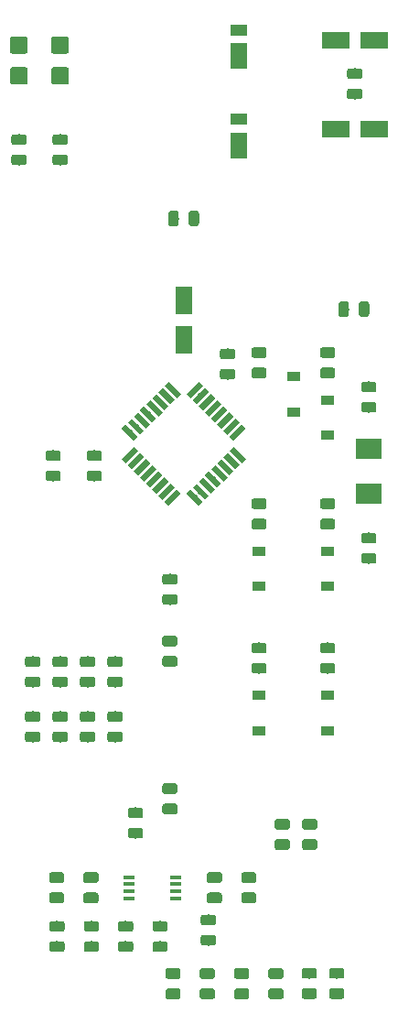
<source format=gbr>
G04 #@! TF.GenerationSoftware,KiCad,Pcbnew,(5.0.0)*
G04 #@! TF.CreationDate,2018-08-18T23:54:30+08:00*
G04 #@! TF.ProjectId,Envelope,456E76656C6F70652E6B696361645F70,rev?*
G04 #@! TF.SameCoordinates,Original*
G04 #@! TF.FileFunction,Paste,Bot*
G04 #@! TF.FilePolarity,Positive*
%FSLAX46Y46*%
G04 Gerber Fmt 4.6, Leading zero omitted, Abs format (unit mm)*
G04 Created by KiCad (PCBNEW (5.0.0)) date 08/18/18 23:54:30*
%MOMM*%
%LPD*%
G01*
G04 APERTURE LIST*
%ADD10R,2.400000X1.900000*%
%ADD11C,0.100000*%
%ADD12C,0.975000*%
%ADD13C,1.600000*%
%ADD14R,1.600000X2.600000*%
%ADD15R,2.600000X1.600000*%
%ADD16R,1.500000X1.050000*%
%ADD17R,1.500000X2.400000*%
%ADD18R,1.200000X0.900000*%
%ADD19C,0.550000*%
%ADD20R,1.100000X0.400000*%
G04 APERTURE END LIST*
D10*
G04 #@! TO.C,Y1*
X144399000Y-92982000D03*
X144399000Y-88882000D03*
G04 #@! TD*
D11*
G04 #@! TO.C,C19*
G36*
X144879142Y-82650174D02*
X144902803Y-82653684D01*
X144926007Y-82659496D01*
X144948529Y-82667554D01*
X144970153Y-82677782D01*
X144990670Y-82690079D01*
X145009883Y-82704329D01*
X145027607Y-82720393D01*
X145043671Y-82738117D01*
X145057921Y-82757330D01*
X145070218Y-82777847D01*
X145080446Y-82799471D01*
X145088504Y-82821993D01*
X145094316Y-82845197D01*
X145097826Y-82868858D01*
X145099000Y-82892750D01*
X145099000Y-83380250D01*
X145097826Y-83404142D01*
X145094316Y-83427803D01*
X145088504Y-83451007D01*
X145080446Y-83473529D01*
X145070218Y-83495153D01*
X145057921Y-83515670D01*
X145043671Y-83534883D01*
X145027607Y-83552607D01*
X145009883Y-83568671D01*
X144990670Y-83582921D01*
X144970153Y-83595218D01*
X144948529Y-83605446D01*
X144926007Y-83613504D01*
X144902803Y-83619316D01*
X144879142Y-83622826D01*
X144855250Y-83624000D01*
X143942750Y-83624000D01*
X143918858Y-83622826D01*
X143895197Y-83619316D01*
X143871993Y-83613504D01*
X143849471Y-83605446D01*
X143827847Y-83595218D01*
X143807330Y-83582921D01*
X143788117Y-83568671D01*
X143770393Y-83552607D01*
X143754329Y-83534883D01*
X143740079Y-83515670D01*
X143727782Y-83495153D01*
X143717554Y-83473529D01*
X143709496Y-83451007D01*
X143703684Y-83427803D01*
X143700174Y-83404142D01*
X143699000Y-83380250D01*
X143699000Y-82892750D01*
X143700174Y-82868858D01*
X143703684Y-82845197D01*
X143709496Y-82821993D01*
X143717554Y-82799471D01*
X143727782Y-82777847D01*
X143740079Y-82757330D01*
X143754329Y-82738117D01*
X143770393Y-82720393D01*
X143788117Y-82704329D01*
X143807330Y-82690079D01*
X143827847Y-82677782D01*
X143849471Y-82667554D01*
X143871993Y-82659496D01*
X143895197Y-82653684D01*
X143918858Y-82650174D01*
X143942750Y-82649000D01*
X144855250Y-82649000D01*
X144879142Y-82650174D01*
X144879142Y-82650174D01*
G37*
D12*
X144399000Y-83136500D03*
D11*
G36*
X144879142Y-84525174D02*
X144902803Y-84528684D01*
X144926007Y-84534496D01*
X144948529Y-84542554D01*
X144970153Y-84552782D01*
X144990670Y-84565079D01*
X145009883Y-84579329D01*
X145027607Y-84595393D01*
X145043671Y-84613117D01*
X145057921Y-84632330D01*
X145070218Y-84652847D01*
X145080446Y-84674471D01*
X145088504Y-84696993D01*
X145094316Y-84720197D01*
X145097826Y-84743858D01*
X145099000Y-84767750D01*
X145099000Y-85255250D01*
X145097826Y-85279142D01*
X145094316Y-85302803D01*
X145088504Y-85326007D01*
X145080446Y-85348529D01*
X145070218Y-85370153D01*
X145057921Y-85390670D01*
X145043671Y-85409883D01*
X145027607Y-85427607D01*
X145009883Y-85443671D01*
X144990670Y-85457921D01*
X144970153Y-85470218D01*
X144948529Y-85480446D01*
X144926007Y-85488504D01*
X144902803Y-85494316D01*
X144879142Y-85497826D01*
X144855250Y-85499000D01*
X143942750Y-85499000D01*
X143918858Y-85497826D01*
X143895197Y-85494316D01*
X143871993Y-85488504D01*
X143849471Y-85480446D01*
X143827847Y-85470218D01*
X143807330Y-85457921D01*
X143788117Y-85443671D01*
X143770393Y-85427607D01*
X143754329Y-85409883D01*
X143740079Y-85390670D01*
X143727782Y-85370153D01*
X143717554Y-85348529D01*
X143709496Y-85326007D01*
X143703684Y-85302803D01*
X143700174Y-85279142D01*
X143699000Y-85255250D01*
X143699000Y-84767750D01*
X143700174Y-84743858D01*
X143703684Y-84720197D01*
X143709496Y-84696993D01*
X143717554Y-84674471D01*
X143727782Y-84652847D01*
X143740079Y-84632330D01*
X143754329Y-84613117D01*
X143770393Y-84595393D01*
X143788117Y-84579329D01*
X143807330Y-84565079D01*
X143827847Y-84552782D01*
X143849471Y-84542554D01*
X143871993Y-84534496D01*
X143895197Y-84528684D01*
X143918858Y-84525174D01*
X143942750Y-84524000D01*
X144855250Y-84524000D01*
X144879142Y-84525174D01*
X144879142Y-84525174D01*
G37*
D12*
X144399000Y-85011500D03*
G04 #@! TD*
D11*
G04 #@! TO.C,C18*
G36*
X115669142Y-90875174D02*
X115692803Y-90878684D01*
X115716007Y-90884496D01*
X115738529Y-90892554D01*
X115760153Y-90902782D01*
X115780670Y-90915079D01*
X115799883Y-90929329D01*
X115817607Y-90945393D01*
X115833671Y-90963117D01*
X115847921Y-90982330D01*
X115860218Y-91002847D01*
X115870446Y-91024471D01*
X115878504Y-91046993D01*
X115884316Y-91070197D01*
X115887826Y-91093858D01*
X115889000Y-91117750D01*
X115889000Y-91605250D01*
X115887826Y-91629142D01*
X115884316Y-91652803D01*
X115878504Y-91676007D01*
X115870446Y-91698529D01*
X115860218Y-91720153D01*
X115847921Y-91740670D01*
X115833671Y-91759883D01*
X115817607Y-91777607D01*
X115799883Y-91793671D01*
X115780670Y-91807921D01*
X115760153Y-91820218D01*
X115738529Y-91830446D01*
X115716007Y-91838504D01*
X115692803Y-91844316D01*
X115669142Y-91847826D01*
X115645250Y-91849000D01*
X114732750Y-91849000D01*
X114708858Y-91847826D01*
X114685197Y-91844316D01*
X114661993Y-91838504D01*
X114639471Y-91830446D01*
X114617847Y-91820218D01*
X114597330Y-91807921D01*
X114578117Y-91793671D01*
X114560393Y-91777607D01*
X114544329Y-91759883D01*
X114530079Y-91740670D01*
X114517782Y-91720153D01*
X114507554Y-91698529D01*
X114499496Y-91676007D01*
X114493684Y-91652803D01*
X114490174Y-91629142D01*
X114489000Y-91605250D01*
X114489000Y-91117750D01*
X114490174Y-91093858D01*
X114493684Y-91070197D01*
X114499496Y-91046993D01*
X114507554Y-91024471D01*
X114517782Y-91002847D01*
X114530079Y-90982330D01*
X114544329Y-90963117D01*
X114560393Y-90945393D01*
X114578117Y-90929329D01*
X114597330Y-90915079D01*
X114617847Y-90902782D01*
X114639471Y-90892554D01*
X114661993Y-90884496D01*
X114685197Y-90878684D01*
X114708858Y-90875174D01*
X114732750Y-90874000D01*
X115645250Y-90874000D01*
X115669142Y-90875174D01*
X115669142Y-90875174D01*
G37*
D12*
X115189000Y-91361500D03*
D11*
G36*
X115669142Y-89000174D02*
X115692803Y-89003684D01*
X115716007Y-89009496D01*
X115738529Y-89017554D01*
X115760153Y-89027782D01*
X115780670Y-89040079D01*
X115799883Y-89054329D01*
X115817607Y-89070393D01*
X115833671Y-89088117D01*
X115847921Y-89107330D01*
X115860218Y-89127847D01*
X115870446Y-89149471D01*
X115878504Y-89171993D01*
X115884316Y-89195197D01*
X115887826Y-89218858D01*
X115889000Y-89242750D01*
X115889000Y-89730250D01*
X115887826Y-89754142D01*
X115884316Y-89777803D01*
X115878504Y-89801007D01*
X115870446Y-89823529D01*
X115860218Y-89845153D01*
X115847921Y-89865670D01*
X115833671Y-89884883D01*
X115817607Y-89902607D01*
X115799883Y-89918671D01*
X115780670Y-89932921D01*
X115760153Y-89945218D01*
X115738529Y-89955446D01*
X115716007Y-89963504D01*
X115692803Y-89969316D01*
X115669142Y-89972826D01*
X115645250Y-89974000D01*
X114732750Y-89974000D01*
X114708858Y-89972826D01*
X114685197Y-89969316D01*
X114661993Y-89963504D01*
X114639471Y-89955446D01*
X114617847Y-89945218D01*
X114597330Y-89932921D01*
X114578117Y-89918671D01*
X114560393Y-89902607D01*
X114544329Y-89884883D01*
X114530079Y-89865670D01*
X114517782Y-89845153D01*
X114507554Y-89823529D01*
X114499496Y-89801007D01*
X114493684Y-89777803D01*
X114490174Y-89754142D01*
X114489000Y-89730250D01*
X114489000Y-89242750D01*
X114490174Y-89218858D01*
X114493684Y-89195197D01*
X114499496Y-89171993D01*
X114507554Y-89149471D01*
X114517782Y-89127847D01*
X114530079Y-89107330D01*
X114544329Y-89088117D01*
X114560393Y-89070393D01*
X114578117Y-89054329D01*
X114597330Y-89040079D01*
X114617847Y-89027782D01*
X114639471Y-89017554D01*
X114661993Y-89009496D01*
X114685197Y-89003684D01*
X114708858Y-89000174D01*
X114732750Y-88999000D01*
X115645250Y-88999000D01*
X115669142Y-89000174D01*
X115669142Y-89000174D01*
G37*
D12*
X115189000Y-89486500D03*
G04 #@! TD*
D11*
G04 #@! TO.C,C17*
G36*
X131798142Y-81477174D02*
X131821803Y-81480684D01*
X131845007Y-81486496D01*
X131867529Y-81494554D01*
X131889153Y-81504782D01*
X131909670Y-81517079D01*
X131928883Y-81531329D01*
X131946607Y-81547393D01*
X131962671Y-81565117D01*
X131976921Y-81584330D01*
X131989218Y-81604847D01*
X131999446Y-81626471D01*
X132007504Y-81648993D01*
X132013316Y-81672197D01*
X132016826Y-81695858D01*
X132018000Y-81719750D01*
X132018000Y-82207250D01*
X132016826Y-82231142D01*
X132013316Y-82254803D01*
X132007504Y-82278007D01*
X131999446Y-82300529D01*
X131989218Y-82322153D01*
X131976921Y-82342670D01*
X131962671Y-82361883D01*
X131946607Y-82379607D01*
X131928883Y-82395671D01*
X131909670Y-82409921D01*
X131889153Y-82422218D01*
X131867529Y-82432446D01*
X131845007Y-82440504D01*
X131821803Y-82446316D01*
X131798142Y-82449826D01*
X131774250Y-82451000D01*
X130861750Y-82451000D01*
X130837858Y-82449826D01*
X130814197Y-82446316D01*
X130790993Y-82440504D01*
X130768471Y-82432446D01*
X130746847Y-82422218D01*
X130726330Y-82409921D01*
X130707117Y-82395671D01*
X130689393Y-82379607D01*
X130673329Y-82361883D01*
X130659079Y-82342670D01*
X130646782Y-82322153D01*
X130636554Y-82300529D01*
X130628496Y-82278007D01*
X130622684Y-82254803D01*
X130619174Y-82231142D01*
X130618000Y-82207250D01*
X130618000Y-81719750D01*
X130619174Y-81695858D01*
X130622684Y-81672197D01*
X130628496Y-81648993D01*
X130636554Y-81626471D01*
X130646782Y-81604847D01*
X130659079Y-81584330D01*
X130673329Y-81565117D01*
X130689393Y-81547393D01*
X130707117Y-81531329D01*
X130726330Y-81517079D01*
X130746847Y-81504782D01*
X130768471Y-81494554D01*
X130790993Y-81486496D01*
X130814197Y-81480684D01*
X130837858Y-81477174D01*
X130861750Y-81476000D01*
X131774250Y-81476000D01*
X131798142Y-81477174D01*
X131798142Y-81477174D01*
G37*
D12*
X131318000Y-81963500D03*
D11*
G36*
X131798142Y-79602174D02*
X131821803Y-79605684D01*
X131845007Y-79611496D01*
X131867529Y-79619554D01*
X131889153Y-79629782D01*
X131909670Y-79642079D01*
X131928883Y-79656329D01*
X131946607Y-79672393D01*
X131962671Y-79690117D01*
X131976921Y-79709330D01*
X131989218Y-79729847D01*
X131999446Y-79751471D01*
X132007504Y-79773993D01*
X132013316Y-79797197D01*
X132016826Y-79820858D01*
X132018000Y-79844750D01*
X132018000Y-80332250D01*
X132016826Y-80356142D01*
X132013316Y-80379803D01*
X132007504Y-80403007D01*
X131999446Y-80425529D01*
X131989218Y-80447153D01*
X131976921Y-80467670D01*
X131962671Y-80486883D01*
X131946607Y-80504607D01*
X131928883Y-80520671D01*
X131909670Y-80534921D01*
X131889153Y-80547218D01*
X131867529Y-80557446D01*
X131845007Y-80565504D01*
X131821803Y-80571316D01*
X131798142Y-80574826D01*
X131774250Y-80576000D01*
X130861750Y-80576000D01*
X130837858Y-80574826D01*
X130814197Y-80571316D01*
X130790993Y-80565504D01*
X130768471Y-80557446D01*
X130746847Y-80547218D01*
X130726330Y-80534921D01*
X130707117Y-80520671D01*
X130689393Y-80504607D01*
X130673329Y-80486883D01*
X130659079Y-80467670D01*
X130646782Y-80447153D01*
X130636554Y-80425529D01*
X130628496Y-80403007D01*
X130622684Y-80379803D01*
X130619174Y-80356142D01*
X130618000Y-80332250D01*
X130618000Y-79844750D01*
X130619174Y-79820858D01*
X130622684Y-79797197D01*
X130628496Y-79773993D01*
X130636554Y-79751471D01*
X130646782Y-79729847D01*
X130659079Y-79709330D01*
X130673329Y-79690117D01*
X130689393Y-79672393D01*
X130707117Y-79656329D01*
X130726330Y-79642079D01*
X130746847Y-79629782D01*
X130768471Y-79619554D01*
X130790993Y-79611496D01*
X130814197Y-79605684D01*
X130837858Y-79602174D01*
X130861750Y-79601000D01*
X131774250Y-79601000D01*
X131798142Y-79602174D01*
X131798142Y-79602174D01*
G37*
D12*
X131318000Y-80088500D03*
G04 #@! TD*
D11*
G04 #@! TO.C,C16*
G36*
X119479142Y-90875174D02*
X119502803Y-90878684D01*
X119526007Y-90884496D01*
X119548529Y-90892554D01*
X119570153Y-90902782D01*
X119590670Y-90915079D01*
X119609883Y-90929329D01*
X119627607Y-90945393D01*
X119643671Y-90963117D01*
X119657921Y-90982330D01*
X119670218Y-91002847D01*
X119680446Y-91024471D01*
X119688504Y-91046993D01*
X119694316Y-91070197D01*
X119697826Y-91093858D01*
X119699000Y-91117750D01*
X119699000Y-91605250D01*
X119697826Y-91629142D01*
X119694316Y-91652803D01*
X119688504Y-91676007D01*
X119680446Y-91698529D01*
X119670218Y-91720153D01*
X119657921Y-91740670D01*
X119643671Y-91759883D01*
X119627607Y-91777607D01*
X119609883Y-91793671D01*
X119590670Y-91807921D01*
X119570153Y-91820218D01*
X119548529Y-91830446D01*
X119526007Y-91838504D01*
X119502803Y-91844316D01*
X119479142Y-91847826D01*
X119455250Y-91849000D01*
X118542750Y-91849000D01*
X118518858Y-91847826D01*
X118495197Y-91844316D01*
X118471993Y-91838504D01*
X118449471Y-91830446D01*
X118427847Y-91820218D01*
X118407330Y-91807921D01*
X118388117Y-91793671D01*
X118370393Y-91777607D01*
X118354329Y-91759883D01*
X118340079Y-91740670D01*
X118327782Y-91720153D01*
X118317554Y-91698529D01*
X118309496Y-91676007D01*
X118303684Y-91652803D01*
X118300174Y-91629142D01*
X118299000Y-91605250D01*
X118299000Y-91117750D01*
X118300174Y-91093858D01*
X118303684Y-91070197D01*
X118309496Y-91046993D01*
X118317554Y-91024471D01*
X118327782Y-91002847D01*
X118340079Y-90982330D01*
X118354329Y-90963117D01*
X118370393Y-90945393D01*
X118388117Y-90929329D01*
X118407330Y-90915079D01*
X118427847Y-90902782D01*
X118449471Y-90892554D01*
X118471993Y-90884496D01*
X118495197Y-90878684D01*
X118518858Y-90875174D01*
X118542750Y-90874000D01*
X119455250Y-90874000D01*
X119479142Y-90875174D01*
X119479142Y-90875174D01*
G37*
D12*
X118999000Y-91361500D03*
D11*
G36*
X119479142Y-89000174D02*
X119502803Y-89003684D01*
X119526007Y-89009496D01*
X119548529Y-89017554D01*
X119570153Y-89027782D01*
X119590670Y-89040079D01*
X119609883Y-89054329D01*
X119627607Y-89070393D01*
X119643671Y-89088117D01*
X119657921Y-89107330D01*
X119670218Y-89127847D01*
X119680446Y-89149471D01*
X119688504Y-89171993D01*
X119694316Y-89195197D01*
X119697826Y-89218858D01*
X119699000Y-89242750D01*
X119699000Y-89730250D01*
X119697826Y-89754142D01*
X119694316Y-89777803D01*
X119688504Y-89801007D01*
X119680446Y-89823529D01*
X119670218Y-89845153D01*
X119657921Y-89865670D01*
X119643671Y-89884883D01*
X119627607Y-89902607D01*
X119609883Y-89918671D01*
X119590670Y-89932921D01*
X119570153Y-89945218D01*
X119548529Y-89955446D01*
X119526007Y-89963504D01*
X119502803Y-89969316D01*
X119479142Y-89972826D01*
X119455250Y-89974000D01*
X118542750Y-89974000D01*
X118518858Y-89972826D01*
X118495197Y-89969316D01*
X118471993Y-89963504D01*
X118449471Y-89955446D01*
X118427847Y-89945218D01*
X118407330Y-89932921D01*
X118388117Y-89918671D01*
X118370393Y-89902607D01*
X118354329Y-89884883D01*
X118340079Y-89865670D01*
X118327782Y-89845153D01*
X118317554Y-89823529D01*
X118309496Y-89801007D01*
X118303684Y-89777803D01*
X118300174Y-89754142D01*
X118299000Y-89730250D01*
X118299000Y-89242750D01*
X118300174Y-89218858D01*
X118303684Y-89195197D01*
X118309496Y-89171993D01*
X118317554Y-89149471D01*
X118327782Y-89127847D01*
X118340079Y-89107330D01*
X118354329Y-89088117D01*
X118370393Y-89070393D01*
X118388117Y-89054329D01*
X118407330Y-89040079D01*
X118427847Y-89027782D01*
X118449471Y-89017554D01*
X118471993Y-89009496D01*
X118495197Y-89003684D01*
X118518858Y-89000174D01*
X118542750Y-88999000D01*
X119455250Y-88999000D01*
X119479142Y-89000174D01*
X119479142Y-89000174D01*
G37*
D12*
X118999000Y-89486500D03*
G04 #@! TD*
D11*
G04 #@! TO.C,C20*
G36*
X144879142Y-98495174D02*
X144902803Y-98498684D01*
X144926007Y-98504496D01*
X144948529Y-98512554D01*
X144970153Y-98522782D01*
X144990670Y-98535079D01*
X145009883Y-98549329D01*
X145027607Y-98565393D01*
X145043671Y-98583117D01*
X145057921Y-98602330D01*
X145070218Y-98622847D01*
X145080446Y-98644471D01*
X145088504Y-98666993D01*
X145094316Y-98690197D01*
X145097826Y-98713858D01*
X145099000Y-98737750D01*
X145099000Y-99225250D01*
X145097826Y-99249142D01*
X145094316Y-99272803D01*
X145088504Y-99296007D01*
X145080446Y-99318529D01*
X145070218Y-99340153D01*
X145057921Y-99360670D01*
X145043671Y-99379883D01*
X145027607Y-99397607D01*
X145009883Y-99413671D01*
X144990670Y-99427921D01*
X144970153Y-99440218D01*
X144948529Y-99450446D01*
X144926007Y-99458504D01*
X144902803Y-99464316D01*
X144879142Y-99467826D01*
X144855250Y-99469000D01*
X143942750Y-99469000D01*
X143918858Y-99467826D01*
X143895197Y-99464316D01*
X143871993Y-99458504D01*
X143849471Y-99450446D01*
X143827847Y-99440218D01*
X143807330Y-99427921D01*
X143788117Y-99413671D01*
X143770393Y-99397607D01*
X143754329Y-99379883D01*
X143740079Y-99360670D01*
X143727782Y-99340153D01*
X143717554Y-99318529D01*
X143709496Y-99296007D01*
X143703684Y-99272803D01*
X143700174Y-99249142D01*
X143699000Y-99225250D01*
X143699000Y-98737750D01*
X143700174Y-98713858D01*
X143703684Y-98690197D01*
X143709496Y-98666993D01*
X143717554Y-98644471D01*
X143727782Y-98622847D01*
X143740079Y-98602330D01*
X143754329Y-98583117D01*
X143770393Y-98565393D01*
X143788117Y-98549329D01*
X143807330Y-98535079D01*
X143827847Y-98522782D01*
X143849471Y-98512554D01*
X143871993Y-98504496D01*
X143895197Y-98498684D01*
X143918858Y-98495174D01*
X143942750Y-98494000D01*
X144855250Y-98494000D01*
X144879142Y-98495174D01*
X144879142Y-98495174D01*
G37*
D12*
X144399000Y-98981500D03*
D11*
G36*
X144879142Y-96620174D02*
X144902803Y-96623684D01*
X144926007Y-96629496D01*
X144948529Y-96637554D01*
X144970153Y-96647782D01*
X144990670Y-96660079D01*
X145009883Y-96674329D01*
X145027607Y-96690393D01*
X145043671Y-96708117D01*
X145057921Y-96727330D01*
X145070218Y-96747847D01*
X145080446Y-96769471D01*
X145088504Y-96791993D01*
X145094316Y-96815197D01*
X145097826Y-96838858D01*
X145099000Y-96862750D01*
X145099000Y-97350250D01*
X145097826Y-97374142D01*
X145094316Y-97397803D01*
X145088504Y-97421007D01*
X145080446Y-97443529D01*
X145070218Y-97465153D01*
X145057921Y-97485670D01*
X145043671Y-97504883D01*
X145027607Y-97522607D01*
X145009883Y-97538671D01*
X144990670Y-97552921D01*
X144970153Y-97565218D01*
X144948529Y-97575446D01*
X144926007Y-97583504D01*
X144902803Y-97589316D01*
X144879142Y-97592826D01*
X144855250Y-97594000D01*
X143942750Y-97594000D01*
X143918858Y-97592826D01*
X143895197Y-97589316D01*
X143871993Y-97583504D01*
X143849471Y-97575446D01*
X143827847Y-97565218D01*
X143807330Y-97552921D01*
X143788117Y-97538671D01*
X143770393Y-97522607D01*
X143754329Y-97504883D01*
X143740079Y-97485670D01*
X143727782Y-97465153D01*
X143717554Y-97443529D01*
X143709496Y-97421007D01*
X143703684Y-97397803D01*
X143700174Y-97374142D01*
X143699000Y-97350250D01*
X143699000Y-96862750D01*
X143700174Y-96838858D01*
X143703684Y-96815197D01*
X143709496Y-96791993D01*
X143717554Y-96769471D01*
X143727782Y-96747847D01*
X143740079Y-96727330D01*
X143754329Y-96708117D01*
X143770393Y-96690393D01*
X143788117Y-96674329D01*
X143807330Y-96660079D01*
X143827847Y-96647782D01*
X143849471Y-96637554D01*
X143871993Y-96629496D01*
X143895197Y-96623684D01*
X143918858Y-96620174D01*
X143942750Y-96619000D01*
X144855250Y-96619000D01*
X144879142Y-96620174D01*
X144879142Y-96620174D01*
G37*
D12*
X144399000Y-97106500D03*
G04 #@! TD*
D11*
G04 #@! TO.C,D13*
G36*
X116423504Y-50735204D02*
X116447773Y-50738804D01*
X116471571Y-50744765D01*
X116494671Y-50753030D01*
X116516849Y-50763520D01*
X116537893Y-50776133D01*
X116557598Y-50790747D01*
X116575777Y-50807223D01*
X116592253Y-50825402D01*
X116606867Y-50845107D01*
X116619480Y-50866151D01*
X116629970Y-50888329D01*
X116638235Y-50911429D01*
X116644196Y-50935227D01*
X116647796Y-50959496D01*
X116649000Y-50984000D01*
X116649000Y-52084000D01*
X116647796Y-52108504D01*
X116644196Y-52132773D01*
X116638235Y-52156571D01*
X116629970Y-52179671D01*
X116619480Y-52201849D01*
X116606867Y-52222893D01*
X116592253Y-52242598D01*
X116575777Y-52260777D01*
X116557598Y-52277253D01*
X116537893Y-52291867D01*
X116516849Y-52304480D01*
X116494671Y-52314970D01*
X116471571Y-52323235D01*
X116447773Y-52329196D01*
X116423504Y-52332796D01*
X116399000Y-52334000D01*
X115249000Y-52334000D01*
X115224496Y-52332796D01*
X115200227Y-52329196D01*
X115176429Y-52323235D01*
X115153329Y-52314970D01*
X115131151Y-52304480D01*
X115110107Y-52291867D01*
X115090402Y-52277253D01*
X115072223Y-52260777D01*
X115055747Y-52242598D01*
X115041133Y-52222893D01*
X115028520Y-52201849D01*
X115018030Y-52179671D01*
X115009765Y-52156571D01*
X115003804Y-52132773D01*
X115000204Y-52108504D01*
X114999000Y-52084000D01*
X114999000Y-50984000D01*
X115000204Y-50959496D01*
X115003804Y-50935227D01*
X115009765Y-50911429D01*
X115018030Y-50888329D01*
X115028520Y-50866151D01*
X115041133Y-50845107D01*
X115055747Y-50825402D01*
X115072223Y-50807223D01*
X115090402Y-50790747D01*
X115110107Y-50776133D01*
X115131151Y-50763520D01*
X115153329Y-50753030D01*
X115176429Y-50744765D01*
X115200227Y-50738804D01*
X115224496Y-50735204D01*
X115249000Y-50734000D01*
X116399000Y-50734000D01*
X116423504Y-50735204D01*
X116423504Y-50735204D01*
G37*
D13*
X115824000Y-51534000D03*
D11*
G36*
X116423504Y-53585204D02*
X116447773Y-53588804D01*
X116471571Y-53594765D01*
X116494671Y-53603030D01*
X116516849Y-53613520D01*
X116537893Y-53626133D01*
X116557598Y-53640747D01*
X116575777Y-53657223D01*
X116592253Y-53675402D01*
X116606867Y-53695107D01*
X116619480Y-53716151D01*
X116629970Y-53738329D01*
X116638235Y-53761429D01*
X116644196Y-53785227D01*
X116647796Y-53809496D01*
X116649000Y-53834000D01*
X116649000Y-54934000D01*
X116647796Y-54958504D01*
X116644196Y-54982773D01*
X116638235Y-55006571D01*
X116629970Y-55029671D01*
X116619480Y-55051849D01*
X116606867Y-55072893D01*
X116592253Y-55092598D01*
X116575777Y-55110777D01*
X116557598Y-55127253D01*
X116537893Y-55141867D01*
X116516849Y-55154480D01*
X116494671Y-55164970D01*
X116471571Y-55173235D01*
X116447773Y-55179196D01*
X116423504Y-55182796D01*
X116399000Y-55184000D01*
X115249000Y-55184000D01*
X115224496Y-55182796D01*
X115200227Y-55179196D01*
X115176429Y-55173235D01*
X115153329Y-55164970D01*
X115131151Y-55154480D01*
X115110107Y-55141867D01*
X115090402Y-55127253D01*
X115072223Y-55110777D01*
X115055747Y-55092598D01*
X115041133Y-55072893D01*
X115028520Y-55051849D01*
X115018030Y-55029671D01*
X115009765Y-55006571D01*
X115003804Y-54982773D01*
X115000204Y-54958504D01*
X114999000Y-54934000D01*
X114999000Y-53834000D01*
X115000204Y-53809496D01*
X115003804Y-53785227D01*
X115009765Y-53761429D01*
X115018030Y-53738329D01*
X115028520Y-53716151D01*
X115041133Y-53695107D01*
X115055747Y-53675402D01*
X115072223Y-53657223D01*
X115090402Y-53640747D01*
X115110107Y-53626133D01*
X115131151Y-53613520D01*
X115153329Y-53603030D01*
X115176429Y-53594765D01*
X115200227Y-53588804D01*
X115224496Y-53585204D01*
X115249000Y-53584000D01*
X116399000Y-53584000D01*
X116423504Y-53585204D01*
X116423504Y-53585204D01*
G37*
D13*
X115824000Y-54384000D03*
G04 #@! TD*
D11*
G04 #@! TO.C,R27*
G36*
X126584142Y-66865174D02*
X126607803Y-66868684D01*
X126631007Y-66874496D01*
X126653529Y-66882554D01*
X126675153Y-66892782D01*
X126695670Y-66905079D01*
X126714883Y-66919329D01*
X126732607Y-66935393D01*
X126748671Y-66953117D01*
X126762921Y-66972330D01*
X126775218Y-66992847D01*
X126785446Y-67014471D01*
X126793504Y-67036993D01*
X126799316Y-67060197D01*
X126802826Y-67083858D01*
X126804000Y-67107750D01*
X126804000Y-68020250D01*
X126802826Y-68044142D01*
X126799316Y-68067803D01*
X126793504Y-68091007D01*
X126785446Y-68113529D01*
X126775218Y-68135153D01*
X126762921Y-68155670D01*
X126748671Y-68174883D01*
X126732607Y-68192607D01*
X126714883Y-68208671D01*
X126695670Y-68222921D01*
X126675153Y-68235218D01*
X126653529Y-68245446D01*
X126631007Y-68253504D01*
X126607803Y-68259316D01*
X126584142Y-68262826D01*
X126560250Y-68264000D01*
X126072750Y-68264000D01*
X126048858Y-68262826D01*
X126025197Y-68259316D01*
X126001993Y-68253504D01*
X125979471Y-68245446D01*
X125957847Y-68235218D01*
X125937330Y-68222921D01*
X125918117Y-68208671D01*
X125900393Y-68192607D01*
X125884329Y-68174883D01*
X125870079Y-68155670D01*
X125857782Y-68135153D01*
X125847554Y-68113529D01*
X125839496Y-68091007D01*
X125833684Y-68067803D01*
X125830174Y-68044142D01*
X125829000Y-68020250D01*
X125829000Y-67107750D01*
X125830174Y-67083858D01*
X125833684Y-67060197D01*
X125839496Y-67036993D01*
X125847554Y-67014471D01*
X125857782Y-66992847D01*
X125870079Y-66972330D01*
X125884329Y-66953117D01*
X125900393Y-66935393D01*
X125918117Y-66919329D01*
X125937330Y-66905079D01*
X125957847Y-66892782D01*
X125979471Y-66882554D01*
X126001993Y-66874496D01*
X126025197Y-66868684D01*
X126048858Y-66865174D01*
X126072750Y-66864000D01*
X126560250Y-66864000D01*
X126584142Y-66865174D01*
X126584142Y-66865174D01*
G37*
D12*
X126316500Y-67564000D03*
D11*
G36*
X128459142Y-66865174D02*
X128482803Y-66868684D01*
X128506007Y-66874496D01*
X128528529Y-66882554D01*
X128550153Y-66892782D01*
X128570670Y-66905079D01*
X128589883Y-66919329D01*
X128607607Y-66935393D01*
X128623671Y-66953117D01*
X128637921Y-66972330D01*
X128650218Y-66992847D01*
X128660446Y-67014471D01*
X128668504Y-67036993D01*
X128674316Y-67060197D01*
X128677826Y-67083858D01*
X128679000Y-67107750D01*
X128679000Y-68020250D01*
X128677826Y-68044142D01*
X128674316Y-68067803D01*
X128668504Y-68091007D01*
X128660446Y-68113529D01*
X128650218Y-68135153D01*
X128637921Y-68155670D01*
X128623671Y-68174883D01*
X128607607Y-68192607D01*
X128589883Y-68208671D01*
X128570670Y-68222921D01*
X128550153Y-68235218D01*
X128528529Y-68245446D01*
X128506007Y-68253504D01*
X128482803Y-68259316D01*
X128459142Y-68262826D01*
X128435250Y-68264000D01*
X127947750Y-68264000D01*
X127923858Y-68262826D01*
X127900197Y-68259316D01*
X127876993Y-68253504D01*
X127854471Y-68245446D01*
X127832847Y-68235218D01*
X127812330Y-68222921D01*
X127793117Y-68208671D01*
X127775393Y-68192607D01*
X127759329Y-68174883D01*
X127745079Y-68155670D01*
X127732782Y-68135153D01*
X127722554Y-68113529D01*
X127714496Y-68091007D01*
X127708684Y-68067803D01*
X127705174Y-68044142D01*
X127704000Y-68020250D01*
X127704000Y-67107750D01*
X127705174Y-67083858D01*
X127708684Y-67060197D01*
X127714496Y-67036993D01*
X127722554Y-67014471D01*
X127732782Y-66992847D01*
X127745079Y-66972330D01*
X127759329Y-66953117D01*
X127775393Y-66935393D01*
X127793117Y-66919329D01*
X127812330Y-66905079D01*
X127832847Y-66892782D01*
X127854471Y-66882554D01*
X127876993Y-66874496D01*
X127900197Y-66868684D01*
X127923858Y-66865174D01*
X127947750Y-66864000D01*
X128435250Y-66864000D01*
X128459142Y-66865174D01*
X128459142Y-66865174D01*
G37*
D12*
X128191500Y-67564000D03*
G04 #@! TD*
D11*
G04 #@! TO.C,R28*
G36*
X116304142Y-59790174D02*
X116327803Y-59793684D01*
X116351007Y-59799496D01*
X116373529Y-59807554D01*
X116395153Y-59817782D01*
X116415670Y-59830079D01*
X116434883Y-59844329D01*
X116452607Y-59860393D01*
X116468671Y-59878117D01*
X116482921Y-59897330D01*
X116495218Y-59917847D01*
X116505446Y-59939471D01*
X116513504Y-59961993D01*
X116519316Y-59985197D01*
X116522826Y-60008858D01*
X116524000Y-60032750D01*
X116524000Y-60520250D01*
X116522826Y-60544142D01*
X116519316Y-60567803D01*
X116513504Y-60591007D01*
X116505446Y-60613529D01*
X116495218Y-60635153D01*
X116482921Y-60655670D01*
X116468671Y-60674883D01*
X116452607Y-60692607D01*
X116434883Y-60708671D01*
X116415670Y-60722921D01*
X116395153Y-60735218D01*
X116373529Y-60745446D01*
X116351007Y-60753504D01*
X116327803Y-60759316D01*
X116304142Y-60762826D01*
X116280250Y-60764000D01*
X115367750Y-60764000D01*
X115343858Y-60762826D01*
X115320197Y-60759316D01*
X115296993Y-60753504D01*
X115274471Y-60745446D01*
X115252847Y-60735218D01*
X115232330Y-60722921D01*
X115213117Y-60708671D01*
X115195393Y-60692607D01*
X115179329Y-60674883D01*
X115165079Y-60655670D01*
X115152782Y-60635153D01*
X115142554Y-60613529D01*
X115134496Y-60591007D01*
X115128684Y-60567803D01*
X115125174Y-60544142D01*
X115124000Y-60520250D01*
X115124000Y-60032750D01*
X115125174Y-60008858D01*
X115128684Y-59985197D01*
X115134496Y-59961993D01*
X115142554Y-59939471D01*
X115152782Y-59917847D01*
X115165079Y-59897330D01*
X115179329Y-59878117D01*
X115195393Y-59860393D01*
X115213117Y-59844329D01*
X115232330Y-59830079D01*
X115252847Y-59817782D01*
X115274471Y-59807554D01*
X115296993Y-59799496D01*
X115320197Y-59793684D01*
X115343858Y-59790174D01*
X115367750Y-59789000D01*
X116280250Y-59789000D01*
X116304142Y-59790174D01*
X116304142Y-59790174D01*
G37*
D12*
X115824000Y-60276500D03*
D11*
G36*
X116304142Y-61665174D02*
X116327803Y-61668684D01*
X116351007Y-61674496D01*
X116373529Y-61682554D01*
X116395153Y-61692782D01*
X116415670Y-61705079D01*
X116434883Y-61719329D01*
X116452607Y-61735393D01*
X116468671Y-61753117D01*
X116482921Y-61772330D01*
X116495218Y-61792847D01*
X116505446Y-61814471D01*
X116513504Y-61836993D01*
X116519316Y-61860197D01*
X116522826Y-61883858D01*
X116524000Y-61907750D01*
X116524000Y-62395250D01*
X116522826Y-62419142D01*
X116519316Y-62442803D01*
X116513504Y-62466007D01*
X116505446Y-62488529D01*
X116495218Y-62510153D01*
X116482921Y-62530670D01*
X116468671Y-62549883D01*
X116452607Y-62567607D01*
X116434883Y-62583671D01*
X116415670Y-62597921D01*
X116395153Y-62610218D01*
X116373529Y-62620446D01*
X116351007Y-62628504D01*
X116327803Y-62634316D01*
X116304142Y-62637826D01*
X116280250Y-62639000D01*
X115367750Y-62639000D01*
X115343858Y-62637826D01*
X115320197Y-62634316D01*
X115296993Y-62628504D01*
X115274471Y-62620446D01*
X115252847Y-62610218D01*
X115232330Y-62597921D01*
X115213117Y-62583671D01*
X115195393Y-62567607D01*
X115179329Y-62549883D01*
X115165079Y-62530670D01*
X115152782Y-62510153D01*
X115142554Y-62488529D01*
X115134496Y-62466007D01*
X115128684Y-62442803D01*
X115125174Y-62419142D01*
X115124000Y-62395250D01*
X115124000Y-61907750D01*
X115125174Y-61883858D01*
X115128684Y-61860197D01*
X115134496Y-61836993D01*
X115142554Y-61814471D01*
X115152782Y-61792847D01*
X115165079Y-61772330D01*
X115179329Y-61753117D01*
X115195393Y-61735393D01*
X115213117Y-61719329D01*
X115232330Y-61705079D01*
X115252847Y-61692782D01*
X115274471Y-61682554D01*
X115296993Y-61674496D01*
X115320197Y-61668684D01*
X115343858Y-61665174D01*
X115367750Y-61664000D01*
X116280250Y-61664000D01*
X116304142Y-61665174D01*
X116304142Y-61665174D01*
G37*
D12*
X115824000Y-62151500D03*
G04 #@! TD*
D11*
G04 #@! TO.C,R26*
G36*
X126464142Y-102305174D02*
X126487803Y-102308684D01*
X126511007Y-102314496D01*
X126533529Y-102322554D01*
X126555153Y-102332782D01*
X126575670Y-102345079D01*
X126594883Y-102359329D01*
X126612607Y-102375393D01*
X126628671Y-102393117D01*
X126642921Y-102412330D01*
X126655218Y-102432847D01*
X126665446Y-102454471D01*
X126673504Y-102476993D01*
X126679316Y-102500197D01*
X126682826Y-102523858D01*
X126684000Y-102547750D01*
X126684000Y-103035250D01*
X126682826Y-103059142D01*
X126679316Y-103082803D01*
X126673504Y-103106007D01*
X126665446Y-103128529D01*
X126655218Y-103150153D01*
X126642921Y-103170670D01*
X126628671Y-103189883D01*
X126612607Y-103207607D01*
X126594883Y-103223671D01*
X126575670Y-103237921D01*
X126555153Y-103250218D01*
X126533529Y-103260446D01*
X126511007Y-103268504D01*
X126487803Y-103274316D01*
X126464142Y-103277826D01*
X126440250Y-103279000D01*
X125527750Y-103279000D01*
X125503858Y-103277826D01*
X125480197Y-103274316D01*
X125456993Y-103268504D01*
X125434471Y-103260446D01*
X125412847Y-103250218D01*
X125392330Y-103237921D01*
X125373117Y-103223671D01*
X125355393Y-103207607D01*
X125339329Y-103189883D01*
X125325079Y-103170670D01*
X125312782Y-103150153D01*
X125302554Y-103128529D01*
X125294496Y-103106007D01*
X125288684Y-103082803D01*
X125285174Y-103059142D01*
X125284000Y-103035250D01*
X125284000Y-102547750D01*
X125285174Y-102523858D01*
X125288684Y-102500197D01*
X125294496Y-102476993D01*
X125302554Y-102454471D01*
X125312782Y-102432847D01*
X125325079Y-102412330D01*
X125339329Y-102393117D01*
X125355393Y-102375393D01*
X125373117Y-102359329D01*
X125392330Y-102345079D01*
X125412847Y-102332782D01*
X125434471Y-102322554D01*
X125456993Y-102314496D01*
X125480197Y-102308684D01*
X125503858Y-102305174D01*
X125527750Y-102304000D01*
X126440250Y-102304000D01*
X126464142Y-102305174D01*
X126464142Y-102305174D01*
G37*
D12*
X125984000Y-102791500D03*
D11*
G36*
X126464142Y-100430174D02*
X126487803Y-100433684D01*
X126511007Y-100439496D01*
X126533529Y-100447554D01*
X126555153Y-100457782D01*
X126575670Y-100470079D01*
X126594883Y-100484329D01*
X126612607Y-100500393D01*
X126628671Y-100518117D01*
X126642921Y-100537330D01*
X126655218Y-100557847D01*
X126665446Y-100579471D01*
X126673504Y-100601993D01*
X126679316Y-100625197D01*
X126682826Y-100648858D01*
X126684000Y-100672750D01*
X126684000Y-101160250D01*
X126682826Y-101184142D01*
X126679316Y-101207803D01*
X126673504Y-101231007D01*
X126665446Y-101253529D01*
X126655218Y-101275153D01*
X126642921Y-101295670D01*
X126628671Y-101314883D01*
X126612607Y-101332607D01*
X126594883Y-101348671D01*
X126575670Y-101362921D01*
X126555153Y-101375218D01*
X126533529Y-101385446D01*
X126511007Y-101393504D01*
X126487803Y-101399316D01*
X126464142Y-101402826D01*
X126440250Y-101404000D01*
X125527750Y-101404000D01*
X125503858Y-101402826D01*
X125480197Y-101399316D01*
X125456993Y-101393504D01*
X125434471Y-101385446D01*
X125412847Y-101375218D01*
X125392330Y-101362921D01*
X125373117Y-101348671D01*
X125355393Y-101332607D01*
X125339329Y-101314883D01*
X125325079Y-101295670D01*
X125312782Y-101275153D01*
X125302554Y-101253529D01*
X125294496Y-101231007D01*
X125288684Y-101207803D01*
X125285174Y-101184142D01*
X125284000Y-101160250D01*
X125284000Y-100672750D01*
X125285174Y-100648858D01*
X125288684Y-100625197D01*
X125294496Y-100601993D01*
X125302554Y-100579471D01*
X125312782Y-100557847D01*
X125325079Y-100537330D01*
X125339329Y-100518117D01*
X125355393Y-100500393D01*
X125373117Y-100484329D01*
X125392330Y-100470079D01*
X125412847Y-100457782D01*
X125434471Y-100447554D01*
X125456993Y-100439496D01*
X125480197Y-100433684D01*
X125503858Y-100430174D01*
X125527750Y-100429000D01*
X126440250Y-100429000D01*
X126464142Y-100430174D01*
X126464142Y-100430174D01*
G37*
D12*
X125984000Y-100916500D03*
G04 #@! TD*
D11*
G04 #@! TO.C,R25*
G36*
X126464142Y-108020174D02*
X126487803Y-108023684D01*
X126511007Y-108029496D01*
X126533529Y-108037554D01*
X126555153Y-108047782D01*
X126575670Y-108060079D01*
X126594883Y-108074329D01*
X126612607Y-108090393D01*
X126628671Y-108108117D01*
X126642921Y-108127330D01*
X126655218Y-108147847D01*
X126665446Y-108169471D01*
X126673504Y-108191993D01*
X126679316Y-108215197D01*
X126682826Y-108238858D01*
X126684000Y-108262750D01*
X126684000Y-108750250D01*
X126682826Y-108774142D01*
X126679316Y-108797803D01*
X126673504Y-108821007D01*
X126665446Y-108843529D01*
X126655218Y-108865153D01*
X126642921Y-108885670D01*
X126628671Y-108904883D01*
X126612607Y-108922607D01*
X126594883Y-108938671D01*
X126575670Y-108952921D01*
X126555153Y-108965218D01*
X126533529Y-108975446D01*
X126511007Y-108983504D01*
X126487803Y-108989316D01*
X126464142Y-108992826D01*
X126440250Y-108994000D01*
X125527750Y-108994000D01*
X125503858Y-108992826D01*
X125480197Y-108989316D01*
X125456993Y-108983504D01*
X125434471Y-108975446D01*
X125412847Y-108965218D01*
X125392330Y-108952921D01*
X125373117Y-108938671D01*
X125355393Y-108922607D01*
X125339329Y-108904883D01*
X125325079Y-108885670D01*
X125312782Y-108865153D01*
X125302554Y-108843529D01*
X125294496Y-108821007D01*
X125288684Y-108797803D01*
X125285174Y-108774142D01*
X125284000Y-108750250D01*
X125284000Y-108262750D01*
X125285174Y-108238858D01*
X125288684Y-108215197D01*
X125294496Y-108191993D01*
X125302554Y-108169471D01*
X125312782Y-108147847D01*
X125325079Y-108127330D01*
X125339329Y-108108117D01*
X125355393Y-108090393D01*
X125373117Y-108074329D01*
X125392330Y-108060079D01*
X125412847Y-108047782D01*
X125434471Y-108037554D01*
X125456993Y-108029496D01*
X125480197Y-108023684D01*
X125503858Y-108020174D01*
X125527750Y-108019000D01*
X126440250Y-108019000D01*
X126464142Y-108020174D01*
X126464142Y-108020174D01*
G37*
D12*
X125984000Y-108506500D03*
D11*
G36*
X126464142Y-106145174D02*
X126487803Y-106148684D01*
X126511007Y-106154496D01*
X126533529Y-106162554D01*
X126555153Y-106172782D01*
X126575670Y-106185079D01*
X126594883Y-106199329D01*
X126612607Y-106215393D01*
X126628671Y-106233117D01*
X126642921Y-106252330D01*
X126655218Y-106272847D01*
X126665446Y-106294471D01*
X126673504Y-106316993D01*
X126679316Y-106340197D01*
X126682826Y-106363858D01*
X126684000Y-106387750D01*
X126684000Y-106875250D01*
X126682826Y-106899142D01*
X126679316Y-106922803D01*
X126673504Y-106946007D01*
X126665446Y-106968529D01*
X126655218Y-106990153D01*
X126642921Y-107010670D01*
X126628671Y-107029883D01*
X126612607Y-107047607D01*
X126594883Y-107063671D01*
X126575670Y-107077921D01*
X126555153Y-107090218D01*
X126533529Y-107100446D01*
X126511007Y-107108504D01*
X126487803Y-107114316D01*
X126464142Y-107117826D01*
X126440250Y-107119000D01*
X125527750Y-107119000D01*
X125503858Y-107117826D01*
X125480197Y-107114316D01*
X125456993Y-107108504D01*
X125434471Y-107100446D01*
X125412847Y-107090218D01*
X125392330Y-107077921D01*
X125373117Y-107063671D01*
X125355393Y-107047607D01*
X125339329Y-107029883D01*
X125325079Y-107010670D01*
X125312782Y-106990153D01*
X125302554Y-106968529D01*
X125294496Y-106946007D01*
X125288684Y-106922803D01*
X125285174Y-106899142D01*
X125284000Y-106875250D01*
X125284000Y-106387750D01*
X125285174Y-106363858D01*
X125288684Y-106340197D01*
X125294496Y-106316993D01*
X125302554Y-106294471D01*
X125312782Y-106272847D01*
X125325079Y-106252330D01*
X125339329Y-106233117D01*
X125355393Y-106215393D01*
X125373117Y-106199329D01*
X125392330Y-106185079D01*
X125412847Y-106172782D01*
X125434471Y-106162554D01*
X125456993Y-106154496D01*
X125480197Y-106148684D01*
X125503858Y-106145174D01*
X125527750Y-106144000D01*
X126440250Y-106144000D01*
X126464142Y-106145174D01*
X126464142Y-106145174D01*
G37*
D12*
X125984000Y-106631500D03*
G04 #@! TD*
D11*
G04 #@! TO.C,R24*
G36*
X126464142Y-119782674D02*
X126487803Y-119786184D01*
X126511007Y-119791996D01*
X126533529Y-119800054D01*
X126555153Y-119810282D01*
X126575670Y-119822579D01*
X126594883Y-119836829D01*
X126612607Y-119852893D01*
X126628671Y-119870617D01*
X126642921Y-119889830D01*
X126655218Y-119910347D01*
X126665446Y-119931971D01*
X126673504Y-119954493D01*
X126679316Y-119977697D01*
X126682826Y-120001358D01*
X126684000Y-120025250D01*
X126684000Y-120512750D01*
X126682826Y-120536642D01*
X126679316Y-120560303D01*
X126673504Y-120583507D01*
X126665446Y-120606029D01*
X126655218Y-120627653D01*
X126642921Y-120648170D01*
X126628671Y-120667383D01*
X126612607Y-120685107D01*
X126594883Y-120701171D01*
X126575670Y-120715421D01*
X126555153Y-120727718D01*
X126533529Y-120737946D01*
X126511007Y-120746004D01*
X126487803Y-120751816D01*
X126464142Y-120755326D01*
X126440250Y-120756500D01*
X125527750Y-120756500D01*
X125503858Y-120755326D01*
X125480197Y-120751816D01*
X125456993Y-120746004D01*
X125434471Y-120737946D01*
X125412847Y-120727718D01*
X125392330Y-120715421D01*
X125373117Y-120701171D01*
X125355393Y-120685107D01*
X125339329Y-120667383D01*
X125325079Y-120648170D01*
X125312782Y-120627653D01*
X125302554Y-120606029D01*
X125294496Y-120583507D01*
X125288684Y-120560303D01*
X125285174Y-120536642D01*
X125284000Y-120512750D01*
X125284000Y-120025250D01*
X125285174Y-120001358D01*
X125288684Y-119977697D01*
X125294496Y-119954493D01*
X125302554Y-119931971D01*
X125312782Y-119910347D01*
X125325079Y-119889830D01*
X125339329Y-119870617D01*
X125355393Y-119852893D01*
X125373117Y-119836829D01*
X125392330Y-119822579D01*
X125412847Y-119810282D01*
X125434471Y-119800054D01*
X125456993Y-119791996D01*
X125480197Y-119786184D01*
X125503858Y-119782674D01*
X125527750Y-119781500D01*
X126440250Y-119781500D01*
X126464142Y-119782674D01*
X126464142Y-119782674D01*
G37*
D12*
X125984000Y-120269000D03*
D11*
G36*
X126464142Y-121657674D02*
X126487803Y-121661184D01*
X126511007Y-121666996D01*
X126533529Y-121675054D01*
X126555153Y-121685282D01*
X126575670Y-121697579D01*
X126594883Y-121711829D01*
X126612607Y-121727893D01*
X126628671Y-121745617D01*
X126642921Y-121764830D01*
X126655218Y-121785347D01*
X126665446Y-121806971D01*
X126673504Y-121829493D01*
X126679316Y-121852697D01*
X126682826Y-121876358D01*
X126684000Y-121900250D01*
X126684000Y-122387750D01*
X126682826Y-122411642D01*
X126679316Y-122435303D01*
X126673504Y-122458507D01*
X126665446Y-122481029D01*
X126655218Y-122502653D01*
X126642921Y-122523170D01*
X126628671Y-122542383D01*
X126612607Y-122560107D01*
X126594883Y-122576171D01*
X126575670Y-122590421D01*
X126555153Y-122602718D01*
X126533529Y-122612946D01*
X126511007Y-122621004D01*
X126487803Y-122626816D01*
X126464142Y-122630326D01*
X126440250Y-122631500D01*
X125527750Y-122631500D01*
X125503858Y-122630326D01*
X125480197Y-122626816D01*
X125456993Y-122621004D01*
X125434471Y-122612946D01*
X125412847Y-122602718D01*
X125392330Y-122590421D01*
X125373117Y-122576171D01*
X125355393Y-122560107D01*
X125339329Y-122542383D01*
X125325079Y-122523170D01*
X125312782Y-122502653D01*
X125302554Y-122481029D01*
X125294496Y-122458507D01*
X125288684Y-122435303D01*
X125285174Y-122411642D01*
X125284000Y-122387750D01*
X125284000Y-121900250D01*
X125285174Y-121876358D01*
X125288684Y-121852697D01*
X125294496Y-121829493D01*
X125302554Y-121806971D01*
X125312782Y-121785347D01*
X125325079Y-121764830D01*
X125339329Y-121745617D01*
X125355393Y-121727893D01*
X125373117Y-121711829D01*
X125392330Y-121697579D01*
X125412847Y-121685282D01*
X125434471Y-121675054D01*
X125456993Y-121666996D01*
X125480197Y-121661184D01*
X125503858Y-121657674D01*
X125527750Y-121656500D01*
X126440250Y-121656500D01*
X126464142Y-121657674D01*
X126464142Y-121657674D01*
G37*
D12*
X125984000Y-122144000D03*
G04 #@! TD*
D11*
G04 #@! TO.C,R23*
G36*
X112494142Y-61665174D02*
X112517803Y-61668684D01*
X112541007Y-61674496D01*
X112563529Y-61682554D01*
X112585153Y-61692782D01*
X112605670Y-61705079D01*
X112624883Y-61719329D01*
X112642607Y-61735393D01*
X112658671Y-61753117D01*
X112672921Y-61772330D01*
X112685218Y-61792847D01*
X112695446Y-61814471D01*
X112703504Y-61836993D01*
X112709316Y-61860197D01*
X112712826Y-61883858D01*
X112714000Y-61907750D01*
X112714000Y-62395250D01*
X112712826Y-62419142D01*
X112709316Y-62442803D01*
X112703504Y-62466007D01*
X112695446Y-62488529D01*
X112685218Y-62510153D01*
X112672921Y-62530670D01*
X112658671Y-62549883D01*
X112642607Y-62567607D01*
X112624883Y-62583671D01*
X112605670Y-62597921D01*
X112585153Y-62610218D01*
X112563529Y-62620446D01*
X112541007Y-62628504D01*
X112517803Y-62634316D01*
X112494142Y-62637826D01*
X112470250Y-62639000D01*
X111557750Y-62639000D01*
X111533858Y-62637826D01*
X111510197Y-62634316D01*
X111486993Y-62628504D01*
X111464471Y-62620446D01*
X111442847Y-62610218D01*
X111422330Y-62597921D01*
X111403117Y-62583671D01*
X111385393Y-62567607D01*
X111369329Y-62549883D01*
X111355079Y-62530670D01*
X111342782Y-62510153D01*
X111332554Y-62488529D01*
X111324496Y-62466007D01*
X111318684Y-62442803D01*
X111315174Y-62419142D01*
X111314000Y-62395250D01*
X111314000Y-61907750D01*
X111315174Y-61883858D01*
X111318684Y-61860197D01*
X111324496Y-61836993D01*
X111332554Y-61814471D01*
X111342782Y-61792847D01*
X111355079Y-61772330D01*
X111369329Y-61753117D01*
X111385393Y-61735393D01*
X111403117Y-61719329D01*
X111422330Y-61705079D01*
X111442847Y-61692782D01*
X111464471Y-61682554D01*
X111486993Y-61674496D01*
X111510197Y-61668684D01*
X111533858Y-61665174D01*
X111557750Y-61664000D01*
X112470250Y-61664000D01*
X112494142Y-61665174D01*
X112494142Y-61665174D01*
G37*
D12*
X112014000Y-62151500D03*
D11*
G36*
X112494142Y-59790174D02*
X112517803Y-59793684D01*
X112541007Y-59799496D01*
X112563529Y-59807554D01*
X112585153Y-59817782D01*
X112605670Y-59830079D01*
X112624883Y-59844329D01*
X112642607Y-59860393D01*
X112658671Y-59878117D01*
X112672921Y-59897330D01*
X112685218Y-59917847D01*
X112695446Y-59939471D01*
X112703504Y-59961993D01*
X112709316Y-59985197D01*
X112712826Y-60008858D01*
X112714000Y-60032750D01*
X112714000Y-60520250D01*
X112712826Y-60544142D01*
X112709316Y-60567803D01*
X112703504Y-60591007D01*
X112695446Y-60613529D01*
X112685218Y-60635153D01*
X112672921Y-60655670D01*
X112658671Y-60674883D01*
X112642607Y-60692607D01*
X112624883Y-60708671D01*
X112605670Y-60722921D01*
X112585153Y-60735218D01*
X112563529Y-60745446D01*
X112541007Y-60753504D01*
X112517803Y-60759316D01*
X112494142Y-60762826D01*
X112470250Y-60764000D01*
X111557750Y-60764000D01*
X111533858Y-60762826D01*
X111510197Y-60759316D01*
X111486993Y-60753504D01*
X111464471Y-60745446D01*
X111442847Y-60735218D01*
X111422330Y-60722921D01*
X111403117Y-60708671D01*
X111385393Y-60692607D01*
X111369329Y-60674883D01*
X111355079Y-60655670D01*
X111342782Y-60635153D01*
X111332554Y-60613529D01*
X111324496Y-60591007D01*
X111318684Y-60567803D01*
X111315174Y-60544142D01*
X111314000Y-60520250D01*
X111314000Y-60032750D01*
X111315174Y-60008858D01*
X111318684Y-59985197D01*
X111324496Y-59961993D01*
X111332554Y-59939471D01*
X111342782Y-59917847D01*
X111355079Y-59897330D01*
X111369329Y-59878117D01*
X111385393Y-59860393D01*
X111403117Y-59844329D01*
X111422330Y-59830079D01*
X111442847Y-59817782D01*
X111464471Y-59807554D01*
X111486993Y-59799496D01*
X111510197Y-59793684D01*
X111533858Y-59790174D01*
X111557750Y-59789000D01*
X112470250Y-59789000D01*
X112494142Y-59790174D01*
X112494142Y-59790174D01*
G37*
D12*
X112014000Y-60276500D03*
G04 #@! TD*
D11*
G04 #@! TO.C,R22*
G36*
X139394892Y-124955952D02*
X139418553Y-124959462D01*
X139441757Y-124965274D01*
X139464279Y-124973332D01*
X139485903Y-124983560D01*
X139506420Y-124995857D01*
X139525633Y-125010107D01*
X139543357Y-125026171D01*
X139559421Y-125043895D01*
X139573671Y-125063108D01*
X139585968Y-125083625D01*
X139596196Y-125105249D01*
X139604254Y-125127771D01*
X139610066Y-125150975D01*
X139613576Y-125174636D01*
X139614750Y-125198528D01*
X139614750Y-125686028D01*
X139613576Y-125709920D01*
X139610066Y-125733581D01*
X139604254Y-125756785D01*
X139596196Y-125779307D01*
X139585968Y-125800931D01*
X139573671Y-125821448D01*
X139559421Y-125840661D01*
X139543357Y-125858385D01*
X139525633Y-125874449D01*
X139506420Y-125888699D01*
X139485903Y-125900996D01*
X139464279Y-125911224D01*
X139441757Y-125919282D01*
X139418553Y-125925094D01*
X139394892Y-125928604D01*
X139371000Y-125929778D01*
X138458500Y-125929778D01*
X138434608Y-125928604D01*
X138410947Y-125925094D01*
X138387743Y-125919282D01*
X138365221Y-125911224D01*
X138343597Y-125900996D01*
X138323080Y-125888699D01*
X138303867Y-125874449D01*
X138286143Y-125858385D01*
X138270079Y-125840661D01*
X138255829Y-125821448D01*
X138243532Y-125800931D01*
X138233304Y-125779307D01*
X138225246Y-125756785D01*
X138219434Y-125733581D01*
X138215924Y-125709920D01*
X138214750Y-125686028D01*
X138214750Y-125198528D01*
X138215924Y-125174636D01*
X138219434Y-125150975D01*
X138225246Y-125127771D01*
X138233304Y-125105249D01*
X138243532Y-125083625D01*
X138255829Y-125063108D01*
X138270079Y-125043895D01*
X138286143Y-125026171D01*
X138303867Y-125010107D01*
X138323080Y-124995857D01*
X138343597Y-124983560D01*
X138365221Y-124973332D01*
X138387743Y-124965274D01*
X138410947Y-124959462D01*
X138434608Y-124955952D01*
X138458500Y-124954778D01*
X139371000Y-124954778D01*
X139394892Y-124955952D01*
X139394892Y-124955952D01*
G37*
D12*
X138914750Y-125442278D03*
D11*
G36*
X139394892Y-123080952D02*
X139418553Y-123084462D01*
X139441757Y-123090274D01*
X139464279Y-123098332D01*
X139485903Y-123108560D01*
X139506420Y-123120857D01*
X139525633Y-123135107D01*
X139543357Y-123151171D01*
X139559421Y-123168895D01*
X139573671Y-123188108D01*
X139585968Y-123208625D01*
X139596196Y-123230249D01*
X139604254Y-123252771D01*
X139610066Y-123275975D01*
X139613576Y-123299636D01*
X139614750Y-123323528D01*
X139614750Y-123811028D01*
X139613576Y-123834920D01*
X139610066Y-123858581D01*
X139604254Y-123881785D01*
X139596196Y-123904307D01*
X139585968Y-123925931D01*
X139573671Y-123946448D01*
X139559421Y-123965661D01*
X139543357Y-123983385D01*
X139525633Y-123999449D01*
X139506420Y-124013699D01*
X139485903Y-124025996D01*
X139464279Y-124036224D01*
X139441757Y-124044282D01*
X139418553Y-124050094D01*
X139394892Y-124053604D01*
X139371000Y-124054778D01*
X138458500Y-124054778D01*
X138434608Y-124053604D01*
X138410947Y-124050094D01*
X138387743Y-124044282D01*
X138365221Y-124036224D01*
X138343597Y-124025996D01*
X138323080Y-124013699D01*
X138303867Y-123999449D01*
X138286143Y-123983385D01*
X138270079Y-123965661D01*
X138255829Y-123946448D01*
X138243532Y-123925931D01*
X138233304Y-123904307D01*
X138225246Y-123881785D01*
X138219434Y-123858581D01*
X138215924Y-123834920D01*
X138214750Y-123811028D01*
X138214750Y-123323528D01*
X138215924Y-123299636D01*
X138219434Y-123275975D01*
X138225246Y-123252771D01*
X138233304Y-123230249D01*
X138243532Y-123208625D01*
X138255829Y-123188108D01*
X138270079Y-123168895D01*
X138286143Y-123151171D01*
X138303867Y-123135107D01*
X138323080Y-123120857D01*
X138343597Y-123108560D01*
X138365221Y-123098332D01*
X138387743Y-123090274D01*
X138410947Y-123084462D01*
X138434608Y-123080952D01*
X138458500Y-123079778D01*
X139371000Y-123079778D01*
X139394892Y-123080952D01*
X139394892Y-123080952D01*
G37*
D12*
X138914750Y-123567278D03*
G04 #@! TD*
D11*
G04 #@! TO.C,R21*
G36*
X136854892Y-124955952D02*
X136878553Y-124959462D01*
X136901757Y-124965274D01*
X136924279Y-124973332D01*
X136945903Y-124983560D01*
X136966420Y-124995857D01*
X136985633Y-125010107D01*
X137003357Y-125026171D01*
X137019421Y-125043895D01*
X137033671Y-125063108D01*
X137045968Y-125083625D01*
X137056196Y-125105249D01*
X137064254Y-125127771D01*
X137070066Y-125150975D01*
X137073576Y-125174636D01*
X137074750Y-125198528D01*
X137074750Y-125686028D01*
X137073576Y-125709920D01*
X137070066Y-125733581D01*
X137064254Y-125756785D01*
X137056196Y-125779307D01*
X137045968Y-125800931D01*
X137033671Y-125821448D01*
X137019421Y-125840661D01*
X137003357Y-125858385D01*
X136985633Y-125874449D01*
X136966420Y-125888699D01*
X136945903Y-125900996D01*
X136924279Y-125911224D01*
X136901757Y-125919282D01*
X136878553Y-125925094D01*
X136854892Y-125928604D01*
X136831000Y-125929778D01*
X135918500Y-125929778D01*
X135894608Y-125928604D01*
X135870947Y-125925094D01*
X135847743Y-125919282D01*
X135825221Y-125911224D01*
X135803597Y-125900996D01*
X135783080Y-125888699D01*
X135763867Y-125874449D01*
X135746143Y-125858385D01*
X135730079Y-125840661D01*
X135715829Y-125821448D01*
X135703532Y-125800931D01*
X135693304Y-125779307D01*
X135685246Y-125756785D01*
X135679434Y-125733581D01*
X135675924Y-125709920D01*
X135674750Y-125686028D01*
X135674750Y-125198528D01*
X135675924Y-125174636D01*
X135679434Y-125150975D01*
X135685246Y-125127771D01*
X135693304Y-125105249D01*
X135703532Y-125083625D01*
X135715829Y-125063108D01*
X135730079Y-125043895D01*
X135746143Y-125026171D01*
X135763867Y-125010107D01*
X135783080Y-124995857D01*
X135803597Y-124983560D01*
X135825221Y-124973332D01*
X135847743Y-124965274D01*
X135870947Y-124959462D01*
X135894608Y-124955952D01*
X135918500Y-124954778D01*
X136831000Y-124954778D01*
X136854892Y-124955952D01*
X136854892Y-124955952D01*
G37*
D12*
X136374750Y-125442278D03*
D11*
G36*
X136854892Y-123080952D02*
X136878553Y-123084462D01*
X136901757Y-123090274D01*
X136924279Y-123098332D01*
X136945903Y-123108560D01*
X136966420Y-123120857D01*
X136985633Y-123135107D01*
X137003357Y-123151171D01*
X137019421Y-123168895D01*
X137033671Y-123188108D01*
X137045968Y-123208625D01*
X137056196Y-123230249D01*
X137064254Y-123252771D01*
X137070066Y-123275975D01*
X137073576Y-123299636D01*
X137074750Y-123323528D01*
X137074750Y-123811028D01*
X137073576Y-123834920D01*
X137070066Y-123858581D01*
X137064254Y-123881785D01*
X137056196Y-123904307D01*
X137045968Y-123925931D01*
X137033671Y-123946448D01*
X137019421Y-123965661D01*
X137003357Y-123983385D01*
X136985633Y-123999449D01*
X136966420Y-124013699D01*
X136945903Y-124025996D01*
X136924279Y-124036224D01*
X136901757Y-124044282D01*
X136878553Y-124050094D01*
X136854892Y-124053604D01*
X136831000Y-124054778D01*
X135918500Y-124054778D01*
X135894608Y-124053604D01*
X135870947Y-124050094D01*
X135847743Y-124044282D01*
X135825221Y-124036224D01*
X135803597Y-124025996D01*
X135783080Y-124013699D01*
X135763867Y-123999449D01*
X135746143Y-123983385D01*
X135730079Y-123965661D01*
X135715829Y-123946448D01*
X135703532Y-123925931D01*
X135693304Y-123904307D01*
X135685246Y-123881785D01*
X135679434Y-123858581D01*
X135675924Y-123834920D01*
X135674750Y-123811028D01*
X135674750Y-123323528D01*
X135675924Y-123299636D01*
X135679434Y-123275975D01*
X135685246Y-123252771D01*
X135693304Y-123230249D01*
X135703532Y-123208625D01*
X135715829Y-123188108D01*
X135730079Y-123168895D01*
X135746143Y-123151171D01*
X135763867Y-123135107D01*
X135783080Y-123120857D01*
X135803597Y-123108560D01*
X135825221Y-123098332D01*
X135847743Y-123090274D01*
X135870947Y-123084462D01*
X135894608Y-123080952D01*
X135918500Y-123079778D01*
X136831000Y-123079778D01*
X136854892Y-123080952D01*
X136854892Y-123080952D01*
G37*
D12*
X136374750Y-123567278D03*
G04 #@! TD*
D11*
G04 #@! TO.C,R20*
G36*
X119154142Y-129877174D02*
X119177803Y-129880684D01*
X119201007Y-129886496D01*
X119223529Y-129894554D01*
X119245153Y-129904782D01*
X119265670Y-129917079D01*
X119284883Y-129931329D01*
X119302607Y-129947393D01*
X119318671Y-129965117D01*
X119332921Y-129984330D01*
X119345218Y-130004847D01*
X119355446Y-130026471D01*
X119363504Y-130048993D01*
X119369316Y-130072197D01*
X119372826Y-130095858D01*
X119374000Y-130119750D01*
X119374000Y-130607250D01*
X119372826Y-130631142D01*
X119369316Y-130654803D01*
X119363504Y-130678007D01*
X119355446Y-130700529D01*
X119345218Y-130722153D01*
X119332921Y-130742670D01*
X119318671Y-130761883D01*
X119302607Y-130779607D01*
X119284883Y-130795671D01*
X119265670Y-130809921D01*
X119245153Y-130822218D01*
X119223529Y-130832446D01*
X119201007Y-130840504D01*
X119177803Y-130846316D01*
X119154142Y-130849826D01*
X119130250Y-130851000D01*
X118217750Y-130851000D01*
X118193858Y-130849826D01*
X118170197Y-130846316D01*
X118146993Y-130840504D01*
X118124471Y-130832446D01*
X118102847Y-130822218D01*
X118082330Y-130809921D01*
X118063117Y-130795671D01*
X118045393Y-130779607D01*
X118029329Y-130761883D01*
X118015079Y-130742670D01*
X118002782Y-130722153D01*
X117992554Y-130700529D01*
X117984496Y-130678007D01*
X117978684Y-130654803D01*
X117975174Y-130631142D01*
X117974000Y-130607250D01*
X117974000Y-130119750D01*
X117975174Y-130095858D01*
X117978684Y-130072197D01*
X117984496Y-130048993D01*
X117992554Y-130026471D01*
X118002782Y-130004847D01*
X118015079Y-129984330D01*
X118029329Y-129965117D01*
X118045393Y-129947393D01*
X118063117Y-129931329D01*
X118082330Y-129917079D01*
X118102847Y-129904782D01*
X118124471Y-129894554D01*
X118146993Y-129886496D01*
X118170197Y-129880684D01*
X118193858Y-129877174D01*
X118217750Y-129876000D01*
X119130250Y-129876000D01*
X119154142Y-129877174D01*
X119154142Y-129877174D01*
G37*
D12*
X118674000Y-130363500D03*
D11*
G36*
X119154142Y-128002174D02*
X119177803Y-128005684D01*
X119201007Y-128011496D01*
X119223529Y-128019554D01*
X119245153Y-128029782D01*
X119265670Y-128042079D01*
X119284883Y-128056329D01*
X119302607Y-128072393D01*
X119318671Y-128090117D01*
X119332921Y-128109330D01*
X119345218Y-128129847D01*
X119355446Y-128151471D01*
X119363504Y-128173993D01*
X119369316Y-128197197D01*
X119372826Y-128220858D01*
X119374000Y-128244750D01*
X119374000Y-128732250D01*
X119372826Y-128756142D01*
X119369316Y-128779803D01*
X119363504Y-128803007D01*
X119355446Y-128825529D01*
X119345218Y-128847153D01*
X119332921Y-128867670D01*
X119318671Y-128886883D01*
X119302607Y-128904607D01*
X119284883Y-128920671D01*
X119265670Y-128934921D01*
X119245153Y-128947218D01*
X119223529Y-128957446D01*
X119201007Y-128965504D01*
X119177803Y-128971316D01*
X119154142Y-128974826D01*
X119130250Y-128976000D01*
X118217750Y-128976000D01*
X118193858Y-128974826D01*
X118170197Y-128971316D01*
X118146993Y-128965504D01*
X118124471Y-128957446D01*
X118102847Y-128947218D01*
X118082330Y-128934921D01*
X118063117Y-128920671D01*
X118045393Y-128904607D01*
X118029329Y-128886883D01*
X118015079Y-128867670D01*
X118002782Y-128847153D01*
X117992554Y-128825529D01*
X117984496Y-128803007D01*
X117978684Y-128779803D01*
X117975174Y-128756142D01*
X117974000Y-128732250D01*
X117974000Y-128244750D01*
X117975174Y-128220858D01*
X117978684Y-128197197D01*
X117984496Y-128173993D01*
X117992554Y-128151471D01*
X118002782Y-128129847D01*
X118015079Y-128109330D01*
X118029329Y-128090117D01*
X118045393Y-128072393D01*
X118063117Y-128056329D01*
X118082330Y-128042079D01*
X118102847Y-128029782D01*
X118124471Y-128019554D01*
X118146993Y-128011496D01*
X118170197Y-128005684D01*
X118193858Y-128002174D01*
X118217750Y-128001000D01*
X119130250Y-128001000D01*
X119154142Y-128002174D01*
X119154142Y-128002174D01*
G37*
D12*
X118674000Y-128488500D03*
G04 #@! TD*
D11*
G04 #@! TO.C,R19*
G36*
X119193142Y-134381174D02*
X119216803Y-134384684D01*
X119240007Y-134390496D01*
X119262529Y-134398554D01*
X119284153Y-134408782D01*
X119304670Y-134421079D01*
X119323883Y-134435329D01*
X119341607Y-134451393D01*
X119357671Y-134469117D01*
X119371921Y-134488330D01*
X119384218Y-134508847D01*
X119394446Y-134530471D01*
X119402504Y-134552993D01*
X119408316Y-134576197D01*
X119411826Y-134599858D01*
X119413000Y-134623750D01*
X119413000Y-135111250D01*
X119411826Y-135135142D01*
X119408316Y-135158803D01*
X119402504Y-135182007D01*
X119394446Y-135204529D01*
X119384218Y-135226153D01*
X119371921Y-135246670D01*
X119357671Y-135265883D01*
X119341607Y-135283607D01*
X119323883Y-135299671D01*
X119304670Y-135313921D01*
X119284153Y-135326218D01*
X119262529Y-135336446D01*
X119240007Y-135344504D01*
X119216803Y-135350316D01*
X119193142Y-135353826D01*
X119169250Y-135355000D01*
X118256750Y-135355000D01*
X118232858Y-135353826D01*
X118209197Y-135350316D01*
X118185993Y-135344504D01*
X118163471Y-135336446D01*
X118141847Y-135326218D01*
X118121330Y-135313921D01*
X118102117Y-135299671D01*
X118084393Y-135283607D01*
X118068329Y-135265883D01*
X118054079Y-135246670D01*
X118041782Y-135226153D01*
X118031554Y-135204529D01*
X118023496Y-135182007D01*
X118017684Y-135158803D01*
X118014174Y-135135142D01*
X118013000Y-135111250D01*
X118013000Y-134623750D01*
X118014174Y-134599858D01*
X118017684Y-134576197D01*
X118023496Y-134552993D01*
X118031554Y-134530471D01*
X118041782Y-134508847D01*
X118054079Y-134488330D01*
X118068329Y-134469117D01*
X118084393Y-134451393D01*
X118102117Y-134435329D01*
X118121330Y-134421079D01*
X118141847Y-134408782D01*
X118163471Y-134398554D01*
X118185993Y-134390496D01*
X118209197Y-134384684D01*
X118232858Y-134381174D01*
X118256750Y-134380000D01*
X119169250Y-134380000D01*
X119193142Y-134381174D01*
X119193142Y-134381174D01*
G37*
D12*
X118713000Y-134867500D03*
D11*
G36*
X119193142Y-132506174D02*
X119216803Y-132509684D01*
X119240007Y-132515496D01*
X119262529Y-132523554D01*
X119284153Y-132533782D01*
X119304670Y-132546079D01*
X119323883Y-132560329D01*
X119341607Y-132576393D01*
X119357671Y-132594117D01*
X119371921Y-132613330D01*
X119384218Y-132633847D01*
X119394446Y-132655471D01*
X119402504Y-132677993D01*
X119408316Y-132701197D01*
X119411826Y-132724858D01*
X119413000Y-132748750D01*
X119413000Y-133236250D01*
X119411826Y-133260142D01*
X119408316Y-133283803D01*
X119402504Y-133307007D01*
X119394446Y-133329529D01*
X119384218Y-133351153D01*
X119371921Y-133371670D01*
X119357671Y-133390883D01*
X119341607Y-133408607D01*
X119323883Y-133424671D01*
X119304670Y-133438921D01*
X119284153Y-133451218D01*
X119262529Y-133461446D01*
X119240007Y-133469504D01*
X119216803Y-133475316D01*
X119193142Y-133478826D01*
X119169250Y-133480000D01*
X118256750Y-133480000D01*
X118232858Y-133478826D01*
X118209197Y-133475316D01*
X118185993Y-133469504D01*
X118163471Y-133461446D01*
X118141847Y-133451218D01*
X118121330Y-133438921D01*
X118102117Y-133424671D01*
X118084393Y-133408607D01*
X118068329Y-133390883D01*
X118054079Y-133371670D01*
X118041782Y-133351153D01*
X118031554Y-133329529D01*
X118023496Y-133307007D01*
X118017684Y-133283803D01*
X118014174Y-133260142D01*
X118013000Y-133236250D01*
X118013000Y-132748750D01*
X118014174Y-132724858D01*
X118017684Y-132701197D01*
X118023496Y-132677993D01*
X118031554Y-132655471D01*
X118041782Y-132633847D01*
X118054079Y-132613330D01*
X118068329Y-132594117D01*
X118084393Y-132576393D01*
X118102117Y-132560329D01*
X118121330Y-132546079D01*
X118141847Y-132533782D01*
X118163471Y-132523554D01*
X118185993Y-132515496D01*
X118209197Y-132509684D01*
X118232858Y-132506174D01*
X118256750Y-132505000D01*
X119169250Y-132505000D01*
X119193142Y-132506174D01*
X119193142Y-132506174D01*
G37*
D12*
X118713000Y-132992500D03*
G04 #@! TD*
D11*
G04 #@! TO.C,R18*
G36*
X116018142Y-134381174D02*
X116041803Y-134384684D01*
X116065007Y-134390496D01*
X116087529Y-134398554D01*
X116109153Y-134408782D01*
X116129670Y-134421079D01*
X116148883Y-134435329D01*
X116166607Y-134451393D01*
X116182671Y-134469117D01*
X116196921Y-134488330D01*
X116209218Y-134508847D01*
X116219446Y-134530471D01*
X116227504Y-134552993D01*
X116233316Y-134576197D01*
X116236826Y-134599858D01*
X116238000Y-134623750D01*
X116238000Y-135111250D01*
X116236826Y-135135142D01*
X116233316Y-135158803D01*
X116227504Y-135182007D01*
X116219446Y-135204529D01*
X116209218Y-135226153D01*
X116196921Y-135246670D01*
X116182671Y-135265883D01*
X116166607Y-135283607D01*
X116148883Y-135299671D01*
X116129670Y-135313921D01*
X116109153Y-135326218D01*
X116087529Y-135336446D01*
X116065007Y-135344504D01*
X116041803Y-135350316D01*
X116018142Y-135353826D01*
X115994250Y-135355000D01*
X115081750Y-135355000D01*
X115057858Y-135353826D01*
X115034197Y-135350316D01*
X115010993Y-135344504D01*
X114988471Y-135336446D01*
X114966847Y-135326218D01*
X114946330Y-135313921D01*
X114927117Y-135299671D01*
X114909393Y-135283607D01*
X114893329Y-135265883D01*
X114879079Y-135246670D01*
X114866782Y-135226153D01*
X114856554Y-135204529D01*
X114848496Y-135182007D01*
X114842684Y-135158803D01*
X114839174Y-135135142D01*
X114838000Y-135111250D01*
X114838000Y-134623750D01*
X114839174Y-134599858D01*
X114842684Y-134576197D01*
X114848496Y-134552993D01*
X114856554Y-134530471D01*
X114866782Y-134508847D01*
X114879079Y-134488330D01*
X114893329Y-134469117D01*
X114909393Y-134451393D01*
X114927117Y-134435329D01*
X114946330Y-134421079D01*
X114966847Y-134408782D01*
X114988471Y-134398554D01*
X115010993Y-134390496D01*
X115034197Y-134384684D01*
X115057858Y-134381174D01*
X115081750Y-134380000D01*
X115994250Y-134380000D01*
X116018142Y-134381174D01*
X116018142Y-134381174D01*
G37*
D12*
X115538000Y-134867500D03*
D11*
G36*
X116018142Y-132506174D02*
X116041803Y-132509684D01*
X116065007Y-132515496D01*
X116087529Y-132523554D01*
X116109153Y-132533782D01*
X116129670Y-132546079D01*
X116148883Y-132560329D01*
X116166607Y-132576393D01*
X116182671Y-132594117D01*
X116196921Y-132613330D01*
X116209218Y-132633847D01*
X116219446Y-132655471D01*
X116227504Y-132677993D01*
X116233316Y-132701197D01*
X116236826Y-132724858D01*
X116238000Y-132748750D01*
X116238000Y-133236250D01*
X116236826Y-133260142D01*
X116233316Y-133283803D01*
X116227504Y-133307007D01*
X116219446Y-133329529D01*
X116209218Y-133351153D01*
X116196921Y-133371670D01*
X116182671Y-133390883D01*
X116166607Y-133408607D01*
X116148883Y-133424671D01*
X116129670Y-133438921D01*
X116109153Y-133451218D01*
X116087529Y-133461446D01*
X116065007Y-133469504D01*
X116041803Y-133475316D01*
X116018142Y-133478826D01*
X115994250Y-133480000D01*
X115081750Y-133480000D01*
X115057858Y-133478826D01*
X115034197Y-133475316D01*
X115010993Y-133469504D01*
X114988471Y-133461446D01*
X114966847Y-133451218D01*
X114946330Y-133438921D01*
X114927117Y-133424671D01*
X114909393Y-133408607D01*
X114893329Y-133390883D01*
X114879079Y-133371670D01*
X114866782Y-133351153D01*
X114856554Y-133329529D01*
X114848496Y-133307007D01*
X114842684Y-133283803D01*
X114839174Y-133260142D01*
X114838000Y-133236250D01*
X114838000Y-132748750D01*
X114839174Y-132724858D01*
X114842684Y-132701197D01*
X114848496Y-132677993D01*
X114856554Y-132655471D01*
X114866782Y-132633847D01*
X114879079Y-132613330D01*
X114893329Y-132594117D01*
X114909393Y-132576393D01*
X114927117Y-132560329D01*
X114946330Y-132546079D01*
X114966847Y-132533782D01*
X114988471Y-132523554D01*
X115010993Y-132515496D01*
X115034197Y-132509684D01*
X115057858Y-132506174D01*
X115081750Y-132505000D01*
X115994250Y-132505000D01*
X116018142Y-132506174D01*
X116018142Y-132506174D01*
G37*
D12*
X115538000Y-132992500D03*
G04 #@! TD*
D11*
G04 #@! TO.C,R17*
G36*
X141894142Y-136860174D02*
X141917803Y-136863684D01*
X141941007Y-136869496D01*
X141963529Y-136877554D01*
X141985153Y-136887782D01*
X142005670Y-136900079D01*
X142024883Y-136914329D01*
X142042607Y-136930393D01*
X142058671Y-136948117D01*
X142072921Y-136967330D01*
X142085218Y-136987847D01*
X142095446Y-137009471D01*
X142103504Y-137031993D01*
X142109316Y-137055197D01*
X142112826Y-137078858D01*
X142114000Y-137102750D01*
X142114000Y-137590250D01*
X142112826Y-137614142D01*
X142109316Y-137637803D01*
X142103504Y-137661007D01*
X142095446Y-137683529D01*
X142085218Y-137705153D01*
X142072921Y-137725670D01*
X142058671Y-137744883D01*
X142042607Y-137762607D01*
X142024883Y-137778671D01*
X142005670Y-137792921D01*
X141985153Y-137805218D01*
X141963529Y-137815446D01*
X141941007Y-137823504D01*
X141917803Y-137829316D01*
X141894142Y-137832826D01*
X141870250Y-137834000D01*
X140957750Y-137834000D01*
X140933858Y-137832826D01*
X140910197Y-137829316D01*
X140886993Y-137823504D01*
X140864471Y-137815446D01*
X140842847Y-137805218D01*
X140822330Y-137792921D01*
X140803117Y-137778671D01*
X140785393Y-137762607D01*
X140769329Y-137744883D01*
X140755079Y-137725670D01*
X140742782Y-137705153D01*
X140732554Y-137683529D01*
X140724496Y-137661007D01*
X140718684Y-137637803D01*
X140715174Y-137614142D01*
X140714000Y-137590250D01*
X140714000Y-137102750D01*
X140715174Y-137078858D01*
X140718684Y-137055197D01*
X140724496Y-137031993D01*
X140732554Y-137009471D01*
X140742782Y-136987847D01*
X140755079Y-136967330D01*
X140769329Y-136948117D01*
X140785393Y-136930393D01*
X140803117Y-136914329D01*
X140822330Y-136900079D01*
X140842847Y-136887782D01*
X140864471Y-136877554D01*
X140886993Y-136869496D01*
X140910197Y-136863684D01*
X140933858Y-136860174D01*
X140957750Y-136859000D01*
X141870250Y-136859000D01*
X141894142Y-136860174D01*
X141894142Y-136860174D01*
G37*
D12*
X141414000Y-137346500D03*
D11*
G36*
X141894142Y-138735174D02*
X141917803Y-138738684D01*
X141941007Y-138744496D01*
X141963529Y-138752554D01*
X141985153Y-138762782D01*
X142005670Y-138775079D01*
X142024883Y-138789329D01*
X142042607Y-138805393D01*
X142058671Y-138823117D01*
X142072921Y-138842330D01*
X142085218Y-138862847D01*
X142095446Y-138884471D01*
X142103504Y-138906993D01*
X142109316Y-138930197D01*
X142112826Y-138953858D01*
X142114000Y-138977750D01*
X142114000Y-139465250D01*
X142112826Y-139489142D01*
X142109316Y-139512803D01*
X142103504Y-139536007D01*
X142095446Y-139558529D01*
X142085218Y-139580153D01*
X142072921Y-139600670D01*
X142058671Y-139619883D01*
X142042607Y-139637607D01*
X142024883Y-139653671D01*
X142005670Y-139667921D01*
X141985153Y-139680218D01*
X141963529Y-139690446D01*
X141941007Y-139698504D01*
X141917803Y-139704316D01*
X141894142Y-139707826D01*
X141870250Y-139709000D01*
X140957750Y-139709000D01*
X140933858Y-139707826D01*
X140910197Y-139704316D01*
X140886993Y-139698504D01*
X140864471Y-139690446D01*
X140842847Y-139680218D01*
X140822330Y-139667921D01*
X140803117Y-139653671D01*
X140785393Y-139637607D01*
X140769329Y-139619883D01*
X140755079Y-139600670D01*
X140742782Y-139580153D01*
X140732554Y-139558529D01*
X140724496Y-139536007D01*
X140718684Y-139512803D01*
X140715174Y-139489142D01*
X140714000Y-139465250D01*
X140714000Y-138977750D01*
X140715174Y-138953858D01*
X140718684Y-138930197D01*
X140724496Y-138906993D01*
X140732554Y-138884471D01*
X140742782Y-138862847D01*
X140755079Y-138842330D01*
X140769329Y-138823117D01*
X140785393Y-138805393D01*
X140803117Y-138789329D01*
X140822330Y-138775079D01*
X140842847Y-138762782D01*
X140864471Y-138752554D01*
X140886993Y-138744496D01*
X140910197Y-138738684D01*
X140933858Y-138735174D01*
X140957750Y-138734000D01*
X141870250Y-138734000D01*
X141894142Y-138735174D01*
X141894142Y-138735174D01*
G37*
D12*
X141414000Y-139221500D03*
G04 #@! TD*
D11*
G04 #@! TO.C,R16*
G36*
X139354142Y-136860174D02*
X139377803Y-136863684D01*
X139401007Y-136869496D01*
X139423529Y-136877554D01*
X139445153Y-136887782D01*
X139465670Y-136900079D01*
X139484883Y-136914329D01*
X139502607Y-136930393D01*
X139518671Y-136948117D01*
X139532921Y-136967330D01*
X139545218Y-136987847D01*
X139555446Y-137009471D01*
X139563504Y-137031993D01*
X139569316Y-137055197D01*
X139572826Y-137078858D01*
X139574000Y-137102750D01*
X139574000Y-137590250D01*
X139572826Y-137614142D01*
X139569316Y-137637803D01*
X139563504Y-137661007D01*
X139555446Y-137683529D01*
X139545218Y-137705153D01*
X139532921Y-137725670D01*
X139518671Y-137744883D01*
X139502607Y-137762607D01*
X139484883Y-137778671D01*
X139465670Y-137792921D01*
X139445153Y-137805218D01*
X139423529Y-137815446D01*
X139401007Y-137823504D01*
X139377803Y-137829316D01*
X139354142Y-137832826D01*
X139330250Y-137834000D01*
X138417750Y-137834000D01*
X138393858Y-137832826D01*
X138370197Y-137829316D01*
X138346993Y-137823504D01*
X138324471Y-137815446D01*
X138302847Y-137805218D01*
X138282330Y-137792921D01*
X138263117Y-137778671D01*
X138245393Y-137762607D01*
X138229329Y-137744883D01*
X138215079Y-137725670D01*
X138202782Y-137705153D01*
X138192554Y-137683529D01*
X138184496Y-137661007D01*
X138178684Y-137637803D01*
X138175174Y-137614142D01*
X138174000Y-137590250D01*
X138174000Y-137102750D01*
X138175174Y-137078858D01*
X138178684Y-137055197D01*
X138184496Y-137031993D01*
X138192554Y-137009471D01*
X138202782Y-136987847D01*
X138215079Y-136967330D01*
X138229329Y-136948117D01*
X138245393Y-136930393D01*
X138263117Y-136914329D01*
X138282330Y-136900079D01*
X138302847Y-136887782D01*
X138324471Y-136877554D01*
X138346993Y-136869496D01*
X138370197Y-136863684D01*
X138393858Y-136860174D01*
X138417750Y-136859000D01*
X139330250Y-136859000D01*
X139354142Y-136860174D01*
X139354142Y-136860174D01*
G37*
D12*
X138874000Y-137346500D03*
D11*
G36*
X139354142Y-138735174D02*
X139377803Y-138738684D01*
X139401007Y-138744496D01*
X139423529Y-138752554D01*
X139445153Y-138762782D01*
X139465670Y-138775079D01*
X139484883Y-138789329D01*
X139502607Y-138805393D01*
X139518671Y-138823117D01*
X139532921Y-138842330D01*
X139545218Y-138862847D01*
X139555446Y-138884471D01*
X139563504Y-138906993D01*
X139569316Y-138930197D01*
X139572826Y-138953858D01*
X139574000Y-138977750D01*
X139574000Y-139465250D01*
X139572826Y-139489142D01*
X139569316Y-139512803D01*
X139563504Y-139536007D01*
X139555446Y-139558529D01*
X139545218Y-139580153D01*
X139532921Y-139600670D01*
X139518671Y-139619883D01*
X139502607Y-139637607D01*
X139484883Y-139653671D01*
X139465670Y-139667921D01*
X139445153Y-139680218D01*
X139423529Y-139690446D01*
X139401007Y-139698504D01*
X139377803Y-139704316D01*
X139354142Y-139707826D01*
X139330250Y-139709000D01*
X138417750Y-139709000D01*
X138393858Y-139707826D01*
X138370197Y-139704316D01*
X138346993Y-139698504D01*
X138324471Y-139690446D01*
X138302847Y-139680218D01*
X138282330Y-139667921D01*
X138263117Y-139653671D01*
X138245393Y-139637607D01*
X138229329Y-139619883D01*
X138215079Y-139600670D01*
X138202782Y-139580153D01*
X138192554Y-139558529D01*
X138184496Y-139536007D01*
X138178684Y-139512803D01*
X138175174Y-139489142D01*
X138174000Y-139465250D01*
X138174000Y-138977750D01*
X138175174Y-138953858D01*
X138178684Y-138930197D01*
X138184496Y-138906993D01*
X138192554Y-138884471D01*
X138202782Y-138862847D01*
X138215079Y-138842330D01*
X138229329Y-138823117D01*
X138245393Y-138805393D01*
X138263117Y-138789329D01*
X138282330Y-138775079D01*
X138302847Y-138762782D01*
X138324471Y-138752554D01*
X138346993Y-138744496D01*
X138370197Y-138738684D01*
X138393858Y-138735174D01*
X138417750Y-138734000D01*
X139330250Y-138734000D01*
X139354142Y-138735174D01*
X139354142Y-138735174D01*
G37*
D12*
X138874000Y-139221500D03*
G04 #@! TD*
D11*
G04 #@! TO.C,R15*
G36*
X130584142Y-128002174D02*
X130607803Y-128005684D01*
X130631007Y-128011496D01*
X130653529Y-128019554D01*
X130675153Y-128029782D01*
X130695670Y-128042079D01*
X130714883Y-128056329D01*
X130732607Y-128072393D01*
X130748671Y-128090117D01*
X130762921Y-128109330D01*
X130775218Y-128129847D01*
X130785446Y-128151471D01*
X130793504Y-128173993D01*
X130799316Y-128197197D01*
X130802826Y-128220858D01*
X130804000Y-128244750D01*
X130804000Y-128732250D01*
X130802826Y-128756142D01*
X130799316Y-128779803D01*
X130793504Y-128803007D01*
X130785446Y-128825529D01*
X130775218Y-128847153D01*
X130762921Y-128867670D01*
X130748671Y-128886883D01*
X130732607Y-128904607D01*
X130714883Y-128920671D01*
X130695670Y-128934921D01*
X130675153Y-128947218D01*
X130653529Y-128957446D01*
X130631007Y-128965504D01*
X130607803Y-128971316D01*
X130584142Y-128974826D01*
X130560250Y-128976000D01*
X129647750Y-128976000D01*
X129623858Y-128974826D01*
X129600197Y-128971316D01*
X129576993Y-128965504D01*
X129554471Y-128957446D01*
X129532847Y-128947218D01*
X129512330Y-128934921D01*
X129493117Y-128920671D01*
X129475393Y-128904607D01*
X129459329Y-128886883D01*
X129445079Y-128867670D01*
X129432782Y-128847153D01*
X129422554Y-128825529D01*
X129414496Y-128803007D01*
X129408684Y-128779803D01*
X129405174Y-128756142D01*
X129404000Y-128732250D01*
X129404000Y-128244750D01*
X129405174Y-128220858D01*
X129408684Y-128197197D01*
X129414496Y-128173993D01*
X129422554Y-128151471D01*
X129432782Y-128129847D01*
X129445079Y-128109330D01*
X129459329Y-128090117D01*
X129475393Y-128072393D01*
X129493117Y-128056329D01*
X129512330Y-128042079D01*
X129532847Y-128029782D01*
X129554471Y-128019554D01*
X129576993Y-128011496D01*
X129600197Y-128005684D01*
X129623858Y-128002174D01*
X129647750Y-128001000D01*
X130560250Y-128001000D01*
X130584142Y-128002174D01*
X130584142Y-128002174D01*
G37*
D12*
X130104000Y-128488500D03*
D11*
G36*
X130584142Y-129877174D02*
X130607803Y-129880684D01*
X130631007Y-129886496D01*
X130653529Y-129894554D01*
X130675153Y-129904782D01*
X130695670Y-129917079D01*
X130714883Y-129931329D01*
X130732607Y-129947393D01*
X130748671Y-129965117D01*
X130762921Y-129984330D01*
X130775218Y-130004847D01*
X130785446Y-130026471D01*
X130793504Y-130048993D01*
X130799316Y-130072197D01*
X130802826Y-130095858D01*
X130804000Y-130119750D01*
X130804000Y-130607250D01*
X130802826Y-130631142D01*
X130799316Y-130654803D01*
X130793504Y-130678007D01*
X130785446Y-130700529D01*
X130775218Y-130722153D01*
X130762921Y-130742670D01*
X130748671Y-130761883D01*
X130732607Y-130779607D01*
X130714883Y-130795671D01*
X130695670Y-130809921D01*
X130675153Y-130822218D01*
X130653529Y-130832446D01*
X130631007Y-130840504D01*
X130607803Y-130846316D01*
X130584142Y-130849826D01*
X130560250Y-130851000D01*
X129647750Y-130851000D01*
X129623858Y-130849826D01*
X129600197Y-130846316D01*
X129576993Y-130840504D01*
X129554471Y-130832446D01*
X129532847Y-130822218D01*
X129512330Y-130809921D01*
X129493117Y-130795671D01*
X129475393Y-130779607D01*
X129459329Y-130761883D01*
X129445079Y-130742670D01*
X129432782Y-130722153D01*
X129422554Y-130700529D01*
X129414496Y-130678007D01*
X129408684Y-130654803D01*
X129405174Y-130631142D01*
X129404000Y-130607250D01*
X129404000Y-130119750D01*
X129405174Y-130095858D01*
X129408684Y-130072197D01*
X129414496Y-130048993D01*
X129422554Y-130026471D01*
X129432782Y-130004847D01*
X129445079Y-129984330D01*
X129459329Y-129965117D01*
X129475393Y-129947393D01*
X129493117Y-129931329D01*
X129512330Y-129917079D01*
X129532847Y-129904782D01*
X129554471Y-129894554D01*
X129576993Y-129886496D01*
X129600197Y-129880684D01*
X129623858Y-129877174D01*
X129647750Y-129876000D01*
X130560250Y-129876000D01*
X130584142Y-129877174D01*
X130584142Y-129877174D01*
G37*
D12*
X130104000Y-130363500D03*
G04 #@! TD*
D11*
G04 #@! TO.C,R14*
G36*
X133104142Y-136875174D02*
X133127803Y-136878684D01*
X133151007Y-136884496D01*
X133173529Y-136892554D01*
X133195153Y-136902782D01*
X133215670Y-136915079D01*
X133234883Y-136929329D01*
X133252607Y-136945393D01*
X133268671Y-136963117D01*
X133282921Y-136982330D01*
X133295218Y-137002847D01*
X133305446Y-137024471D01*
X133313504Y-137046993D01*
X133319316Y-137070197D01*
X133322826Y-137093858D01*
X133324000Y-137117750D01*
X133324000Y-137605250D01*
X133322826Y-137629142D01*
X133319316Y-137652803D01*
X133313504Y-137676007D01*
X133305446Y-137698529D01*
X133295218Y-137720153D01*
X133282921Y-137740670D01*
X133268671Y-137759883D01*
X133252607Y-137777607D01*
X133234883Y-137793671D01*
X133215670Y-137807921D01*
X133195153Y-137820218D01*
X133173529Y-137830446D01*
X133151007Y-137838504D01*
X133127803Y-137844316D01*
X133104142Y-137847826D01*
X133080250Y-137849000D01*
X132167750Y-137849000D01*
X132143858Y-137847826D01*
X132120197Y-137844316D01*
X132096993Y-137838504D01*
X132074471Y-137830446D01*
X132052847Y-137820218D01*
X132032330Y-137807921D01*
X132013117Y-137793671D01*
X131995393Y-137777607D01*
X131979329Y-137759883D01*
X131965079Y-137740670D01*
X131952782Y-137720153D01*
X131942554Y-137698529D01*
X131934496Y-137676007D01*
X131928684Y-137652803D01*
X131925174Y-137629142D01*
X131924000Y-137605250D01*
X131924000Y-137117750D01*
X131925174Y-137093858D01*
X131928684Y-137070197D01*
X131934496Y-137046993D01*
X131942554Y-137024471D01*
X131952782Y-137002847D01*
X131965079Y-136982330D01*
X131979329Y-136963117D01*
X131995393Y-136945393D01*
X132013117Y-136929329D01*
X132032330Y-136915079D01*
X132052847Y-136902782D01*
X132074471Y-136892554D01*
X132096993Y-136884496D01*
X132120197Y-136878684D01*
X132143858Y-136875174D01*
X132167750Y-136874000D01*
X133080250Y-136874000D01*
X133104142Y-136875174D01*
X133104142Y-136875174D01*
G37*
D12*
X132624000Y-137361500D03*
D11*
G36*
X133104142Y-138750174D02*
X133127803Y-138753684D01*
X133151007Y-138759496D01*
X133173529Y-138767554D01*
X133195153Y-138777782D01*
X133215670Y-138790079D01*
X133234883Y-138804329D01*
X133252607Y-138820393D01*
X133268671Y-138838117D01*
X133282921Y-138857330D01*
X133295218Y-138877847D01*
X133305446Y-138899471D01*
X133313504Y-138921993D01*
X133319316Y-138945197D01*
X133322826Y-138968858D01*
X133324000Y-138992750D01*
X133324000Y-139480250D01*
X133322826Y-139504142D01*
X133319316Y-139527803D01*
X133313504Y-139551007D01*
X133305446Y-139573529D01*
X133295218Y-139595153D01*
X133282921Y-139615670D01*
X133268671Y-139634883D01*
X133252607Y-139652607D01*
X133234883Y-139668671D01*
X133215670Y-139682921D01*
X133195153Y-139695218D01*
X133173529Y-139705446D01*
X133151007Y-139713504D01*
X133127803Y-139719316D01*
X133104142Y-139722826D01*
X133080250Y-139724000D01*
X132167750Y-139724000D01*
X132143858Y-139722826D01*
X132120197Y-139719316D01*
X132096993Y-139713504D01*
X132074471Y-139705446D01*
X132052847Y-139695218D01*
X132032330Y-139682921D01*
X132013117Y-139668671D01*
X131995393Y-139652607D01*
X131979329Y-139634883D01*
X131965079Y-139615670D01*
X131952782Y-139595153D01*
X131942554Y-139573529D01*
X131934496Y-139551007D01*
X131928684Y-139527803D01*
X131925174Y-139504142D01*
X131924000Y-139480250D01*
X131924000Y-138992750D01*
X131925174Y-138968858D01*
X131928684Y-138945197D01*
X131934496Y-138921993D01*
X131942554Y-138899471D01*
X131952782Y-138877847D01*
X131965079Y-138857330D01*
X131979329Y-138838117D01*
X131995393Y-138820393D01*
X132013117Y-138804329D01*
X132032330Y-138790079D01*
X132052847Y-138777782D01*
X132074471Y-138767554D01*
X132096993Y-138759496D01*
X132120197Y-138753684D01*
X132143858Y-138750174D01*
X132167750Y-138749000D01*
X133080250Y-138749000D01*
X133104142Y-138750174D01*
X133104142Y-138750174D01*
G37*
D12*
X132624000Y-139236500D03*
G04 #@! TD*
D11*
G04 #@! TO.C,R13*
G36*
X136279142Y-136875174D02*
X136302803Y-136878684D01*
X136326007Y-136884496D01*
X136348529Y-136892554D01*
X136370153Y-136902782D01*
X136390670Y-136915079D01*
X136409883Y-136929329D01*
X136427607Y-136945393D01*
X136443671Y-136963117D01*
X136457921Y-136982330D01*
X136470218Y-137002847D01*
X136480446Y-137024471D01*
X136488504Y-137046993D01*
X136494316Y-137070197D01*
X136497826Y-137093858D01*
X136499000Y-137117750D01*
X136499000Y-137605250D01*
X136497826Y-137629142D01*
X136494316Y-137652803D01*
X136488504Y-137676007D01*
X136480446Y-137698529D01*
X136470218Y-137720153D01*
X136457921Y-137740670D01*
X136443671Y-137759883D01*
X136427607Y-137777607D01*
X136409883Y-137793671D01*
X136390670Y-137807921D01*
X136370153Y-137820218D01*
X136348529Y-137830446D01*
X136326007Y-137838504D01*
X136302803Y-137844316D01*
X136279142Y-137847826D01*
X136255250Y-137849000D01*
X135342750Y-137849000D01*
X135318858Y-137847826D01*
X135295197Y-137844316D01*
X135271993Y-137838504D01*
X135249471Y-137830446D01*
X135227847Y-137820218D01*
X135207330Y-137807921D01*
X135188117Y-137793671D01*
X135170393Y-137777607D01*
X135154329Y-137759883D01*
X135140079Y-137740670D01*
X135127782Y-137720153D01*
X135117554Y-137698529D01*
X135109496Y-137676007D01*
X135103684Y-137652803D01*
X135100174Y-137629142D01*
X135099000Y-137605250D01*
X135099000Y-137117750D01*
X135100174Y-137093858D01*
X135103684Y-137070197D01*
X135109496Y-137046993D01*
X135117554Y-137024471D01*
X135127782Y-137002847D01*
X135140079Y-136982330D01*
X135154329Y-136963117D01*
X135170393Y-136945393D01*
X135188117Y-136929329D01*
X135207330Y-136915079D01*
X135227847Y-136902782D01*
X135249471Y-136892554D01*
X135271993Y-136884496D01*
X135295197Y-136878684D01*
X135318858Y-136875174D01*
X135342750Y-136874000D01*
X136255250Y-136874000D01*
X136279142Y-136875174D01*
X136279142Y-136875174D01*
G37*
D12*
X135799000Y-137361500D03*
D11*
G36*
X136279142Y-138750174D02*
X136302803Y-138753684D01*
X136326007Y-138759496D01*
X136348529Y-138767554D01*
X136370153Y-138777782D01*
X136390670Y-138790079D01*
X136409883Y-138804329D01*
X136427607Y-138820393D01*
X136443671Y-138838117D01*
X136457921Y-138857330D01*
X136470218Y-138877847D01*
X136480446Y-138899471D01*
X136488504Y-138921993D01*
X136494316Y-138945197D01*
X136497826Y-138968858D01*
X136499000Y-138992750D01*
X136499000Y-139480250D01*
X136497826Y-139504142D01*
X136494316Y-139527803D01*
X136488504Y-139551007D01*
X136480446Y-139573529D01*
X136470218Y-139595153D01*
X136457921Y-139615670D01*
X136443671Y-139634883D01*
X136427607Y-139652607D01*
X136409883Y-139668671D01*
X136390670Y-139682921D01*
X136370153Y-139695218D01*
X136348529Y-139705446D01*
X136326007Y-139713504D01*
X136302803Y-139719316D01*
X136279142Y-139722826D01*
X136255250Y-139724000D01*
X135342750Y-139724000D01*
X135318858Y-139722826D01*
X135295197Y-139719316D01*
X135271993Y-139713504D01*
X135249471Y-139705446D01*
X135227847Y-139695218D01*
X135207330Y-139682921D01*
X135188117Y-139668671D01*
X135170393Y-139652607D01*
X135154329Y-139634883D01*
X135140079Y-139615670D01*
X135127782Y-139595153D01*
X135117554Y-139573529D01*
X135109496Y-139551007D01*
X135103684Y-139527803D01*
X135100174Y-139504142D01*
X135099000Y-139480250D01*
X135099000Y-138992750D01*
X135100174Y-138968858D01*
X135103684Y-138945197D01*
X135109496Y-138921993D01*
X135117554Y-138899471D01*
X135127782Y-138877847D01*
X135140079Y-138857330D01*
X135154329Y-138838117D01*
X135170393Y-138820393D01*
X135188117Y-138804329D01*
X135207330Y-138790079D01*
X135227847Y-138777782D01*
X135249471Y-138767554D01*
X135271993Y-138759496D01*
X135295197Y-138753684D01*
X135318858Y-138750174D01*
X135342750Y-138749000D01*
X136255250Y-138749000D01*
X136279142Y-138750174D01*
X136279142Y-138750174D01*
G37*
D12*
X135799000Y-139236500D03*
G04 #@! TD*
D11*
G04 #@! TO.C,R11*
G36*
X125543142Y-134381174D02*
X125566803Y-134384684D01*
X125590007Y-134390496D01*
X125612529Y-134398554D01*
X125634153Y-134408782D01*
X125654670Y-134421079D01*
X125673883Y-134435329D01*
X125691607Y-134451393D01*
X125707671Y-134469117D01*
X125721921Y-134488330D01*
X125734218Y-134508847D01*
X125744446Y-134530471D01*
X125752504Y-134552993D01*
X125758316Y-134576197D01*
X125761826Y-134599858D01*
X125763000Y-134623750D01*
X125763000Y-135111250D01*
X125761826Y-135135142D01*
X125758316Y-135158803D01*
X125752504Y-135182007D01*
X125744446Y-135204529D01*
X125734218Y-135226153D01*
X125721921Y-135246670D01*
X125707671Y-135265883D01*
X125691607Y-135283607D01*
X125673883Y-135299671D01*
X125654670Y-135313921D01*
X125634153Y-135326218D01*
X125612529Y-135336446D01*
X125590007Y-135344504D01*
X125566803Y-135350316D01*
X125543142Y-135353826D01*
X125519250Y-135355000D01*
X124606750Y-135355000D01*
X124582858Y-135353826D01*
X124559197Y-135350316D01*
X124535993Y-135344504D01*
X124513471Y-135336446D01*
X124491847Y-135326218D01*
X124471330Y-135313921D01*
X124452117Y-135299671D01*
X124434393Y-135283607D01*
X124418329Y-135265883D01*
X124404079Y-135246670D01*
X124391782Y-135226153D01*
X124381554Y-135204529D01*
X124373496Y-135182007D01*
X124367684Y-135158803D01*
X124364174Y-135135142D01*
X124363000Y-135111250D01*
X124363000Y-134623750D01*
X124364174Y-134599858D01*
X124367684Y-134576197D01*
X124373496Y-134552993D01*
X124381554Y-134530471D01*
X124391782Y-134508847D01*
X124404079Y-134488330D01*
X124418329Y-134469117D01*
X124434393Y-134451393D01*
X124452117Y-134435329D01*
X124471330Y-134421079D01*
X124491847Y-134408782D01*
X124513471Y-134398554D01*
X124535993Y-134390496D01*
X124559197Y-134384684D01*
X124582858Y-134381174D01*
X124606750Y-134380000D01*
X125519250Y-134380000D01*
X125543142Y-134381174D01*
X125543142Y-134381174D01*
G37*
D12*
X125063000Y-134867500D03*
D11*
G36*
X125543142Y-132506174D02*
X125566803Y-132509684D01*
X125590007Y-132515496D01*
X125612529Y-132523554D01*
X125634153Y-132533782D01*
X125654670Y-132546079D01*
X125673883Y-132560329D01*
X125691607Y-132576393D01*
X125707671Y-132594117D01*
X125721921Y-132613330D01*
X125734218Y-132633847D01*
X125744446Y-132655471D01*
X125752504Y-132677993D01*
X125758316Y-132701197D01*
X125761826Y-132724858D01*
X125763000Y-132748750D01*
X125763000Y-133236250D01*
X125761826Y-133260142D01*
X125758316Y-133283803D01*
X125752504Y-133307007D01*
X125744446Y-133329529D01*
X125734218Y-133351153D01*
X125721921Y-133371670D01*
X125707671Y-133390883D01*
X125691607Y-133408607D01*
X125673883Y-133424671D01*
X125654670Y-133438921D01*
X125634153Y-133451218D01*
X125612529Y-133461446D01*
X125590007Y-133469504D01*
X125566803Y-133475316D01*
X125543142Y-133478826D01*
X125519250Y-133480000D01*
X124606750Y-133480000D01*
X124582858Y-133478826D01*
X124559197Y-133475316D01*
X124535993Y-133469504D01*
X124513471Y-133461446D01*
X124491847Y-133451218D01*
X124471330Y-133438921D01*
X124452117Y-133424671D01*
X124434393Y-133408607D01*
X124418329Y-133390883D01*
X124404079Y-133371670D01*
X124391782Y-133351153D01*
X124381554Y-133329529D01*
X124373496Y-133307007D01*
X124367684Y-133283803D01*
X124364174Y-133260142D01*
X124363000Y-133236250D01*
X124363000Y-132748750D01*
X124364174Y-132724858D01*
X124367684Y-132701197D01*
X124373496Y-132677993D01*
X124381554Y-132655471D01*
X124391782Y-132633847D01*
X124404079Y-132613330D01*
X124418329Y-132594117D01*
X124434393Y-132576393D01*
X124452117Y-132560329D01*
X124471330Y-132546079D01*
X124491847Y-132533782D01*
X124513471Y-132523554D01*
X124535993Y-132515496D01*
X124559197Y-132509684D01*
X124582858Y-132506174D01*
X124606750Y-132505000D01*
X125519250Y-132505000D01*
X125543142Y-132506174D01*
X125543142Y-132506174D01*
G37*
D12*
X125063000Y-132992500D03*
G04 #@! TD*
D11*
G04 #@! TO.C,R10*
G36*
X113764142Y-109925174D02*
X113787803Y-109928684D01*
X113811007Y-109934496D01*
X113833529Y-109942554D01*
X113855153Y-109952782D01*
X113875670Y-109965079D01*
X113894883Y-109979329D01*
X113912607Y-109995393D01*
X113928671Y-110013117D01*
X113942921Y-110032330D01*
X113955218Y-110052847D01*
X113965446Y-110074471D01*
X113973504Y-110096993D01*
X113979316Y-110120197D01*
X113982826Y-110143858D01*
X113984000Y-110167750D01*
X113984000Y-110655250D01*
X113982826Y-110679142D01*
X113979316Y-110702803D01*
X113973504Y-110726007D01*
X113965446Y-110748529D01*
X113955218Y-110770153D01*
X113942921Y-110790670D01*
X113928671Y-110809883D01*
X113912607Y-110827607D01*
X113894883Y-110843671D01*
X113875670Y-110857921D01*
X113855153Y-110870218D01*
X113833529Y-110880446D01*
X113811007Y-110888504D01*
X113787803Y-110894316D01*
X113764142Y-110897826D01*
X113740250Y-110899000D01*
X112827750Y-110899000D01*
X112803858Y-110897826D01*
X112780197Y-110894316D01*
X112756993Y-110888504D01*
X112734471Y-110880446D01*
X112712847Y-110870218D01*
X112692330Y-110857921D01*
X112673117Y-110843671D01*
X112655393Y-110827607D01*
X112639329Y-110809883D01*
X112625079Y-110790670D01*
X112612782Y-110770153D01*
X112602554Y-110748529D01*
X112594496Y-110726007D01*
X112588684Y-110702803D01*
X112585174Y-110679142D01*
X112584000Y-110655250D01*
X112584000Y-110167750D01*
X112585174Y-110143858D01*
X112588684Y-110120197D01*
X112594496Y-110096993D01*
X112602554Y-110074471D01*
X112612782Y-110052847D01*
X112625079Y-110032330D01*
X112639329Y-110013117D01*
X112655393Y-109995393D01*
X112673117Y-109979329D01*
X112692330Y-109965079D01*
X112712847Y-109952782D01*
X112734471Y-109942554D01*
X112756993Y-109934496D01*
X112780197Y-109928684D01*
X112803858Y-109925174D01*
X112827750Y-109924000D01*
X113740250Y-109924000D01*
X113764142Y-109925174D01*
X113764142Y-109925174D01*
G37*
D12*
X113284000Y-110411500D03*
D11*
G36*
X113764142Y-108050174D02*
X113787803Y-108053684D01*
X113811007Y-108059496D01*
X113833529Y-108067554D01*
X113855153Y-108077782D01*
X113875670Y-108090079D01*
X113894883Y-108104329D01*
X113912607Y-108120393D01*
X113928671Y-108138117D01*
X113942921Y-108157330D01*
X113955218Y-108177847D01*
X113965446Y-108199471D01*
X113973504Y-108221993D01*
X113979316Y-108245197D01*
X113982826Y-108268858D01*
X113984000Y-108292750D01*
X113984000Y-108780250D01*
X113982826Y-108804142D01*
X113979316Y-108827803D01*
X113973504Y-108851007D01*
X113965446Y-108873529D01*
X113955218Y-108895153D01*
X113942921Y-108915670D01*
X113928671Y-108934883D01*
X113912607Y-108952607D01*
X113894883Y-108968671D01*
X113875670Y-108982921D01*
X113855153Y-108995218D01*
X113833529Y-109005446D01*
X113811007Y-109013504D01*
X113787803Y-109019316D01*
X113764142Y-109022826D01*
X113740250Y-109024000D01*
X112827750Y-109024000D01*
X112803858Y-109022826D01*
X112780197Y-109019316D01*
X112756993Y-109013504D01*
X112734471Y-109005446D01*
X112712847Y-108995218D01*
X112692330Y-108982921D01*
X112673117Y-108968671D01*
X112655393Y-108952607D01*
X112639329Y-108934883D01*
X112625079Y-108915670D01*
X112612782Y-108895153D01*
X112602554Y-108873529D01*
X112594496Y-108851007D01*
X112588684Y-108827803D01*
X112585174Y-108804142D01*
X112584000Y-108780250D01*
X112584000Y-108292750D01*
X112585174Y-108268858D01*
X112588684Y-108245197D01*
X112594496Y-108221993D01*
X112602554Y-108199471D01*
X112612782Y-108177847D01*
X112625079Y-108157330D01*
X112639329Y-108138117D01*
X112655393Y-108120393D01*
X112673117Y-108104329D01*
X112692330Y-108090079D01*
X112712847Y-108077782D01*
X112734471Y-108067554D01*
X112756993Y-108059496D01*
X112780197Y-108053684D01*
X112803858Y-108050174D01*
X112827750Y-108049000D01*
X113740250Y-108049000D01*
X113764142Y-108050174D01*
X113764142Y-108050174D01*
G37*
D12*
X113284000Y-108536500D03*
G04 #@! TD*
D11*
G04 #@! TO.C,R9*
G36*
X116304142Y-108050174D02*
X116327803Y-108053684D01*
X116351007Y-108059496D01*
X116373529Y-108067554D01*
X116395153Y-108077782D01*
X116415670Y-108090079D01*
X116434883Y-108104329D01*
X116452607Y-108120393D01*
X116468671Y-108138117D01*
X116482921Y-108157330D01*
X116495218Y-108177847D01*
X116505446Y-108199471D01*
X116513504Y-108221993D01*
X116519316Y-108245197D01*
X116522826Y-108268858D01*
X116524000Y-108292750D01*
X116524000Y-108780250D01*
X116522826Y-108804142D01*
X116519316Y-108827803D01*
X116513504Y-108851007D01*
X116505446Y-108873529D01*
X116495218Y-108895153D01*
X116482921Y-108915670D01*
X116468671Y-108934883D01*
X116452607Y-108952607D01*
X116434883Y-108968671D01*
X116415670Y-108982921D01*
X116395153Y-108995218D01*
X116373529Y-109005446D01*
X116351007Y-109013504D01*
X116327803Y-109019316D01*
X116304142Y-109022826D01*
X116280250Y-109024000D01*
X115367750Y-109024000D01*
X115343858Y-109022826D01*
X115320197Y-109019316D01*
X115296993Y-109013504D01*
X115274471Y-109005446D01*
X115252847Y-108995218D01*
X115232330Y-108982921D01*
X115213117Y-108968671D01*
X115195393Y-108952607D01*
X115179329Y-108934883D01*
X115165079Y-108915670D01*
X115152782Y-108895153D01*
X115142554Y-108873529D01*
X115134496Y-108851007D01*
X115128684Y-108827803D01*
X115125174Y-108804142D01*
X115124000Y-108780250D01*
X115124000Y-108292750D01*
X115125174Y-108268858D01*
X115128684Y-108245197D01*
X115134496Y-108221993D01*
X115142554Y-108199471D01*
X115152782Y-108177847D01*
X115165079Y-108157330D01*
X115179329Y-108138117D01*
X115195393Y-108120393D01*
X115213117Y-108104329D01*
X115232330Y-108090079D01*
X115252847Y-108077782D01*
X115274471Y-108067554D01*
X115296993Y-108059496D01*
X115320197Y-108053684D01*
X115343858Y-108050174D01*
X115367750Y-108049000D01*
X116280250Y-108049000D01*
X116304142Y-108050174D01*
X116304142Y-108050174D01*
G37*
D12*
X115824000Y-108536500D03*
D11*
G36*
X116304142Y-109925174D02*
X116327803Y-109928684D01*
X116351007Y-109934496D01*
X116373529Y-109942554D01*
X116395153Y-109952782D01*
X116415670Y-109965079D01*
X116434883Y-109979329D01*
X116452607Y-109995393D01*
X116468671Y-110013117D01*
X116482921Y-110032330D01*
X116495218Y-110052847D01*
X116505446Y-110074471D01*
X116513504Y-110096993D01*
X116519316Y-110120197D01*
X116522826Y-110143858D01*
X116524000Y-110167750D01*
X116524000Y-110655250D01*
X116522826Y-110679142D01*
X116519316Y-110702803D01*
X116513504Y-110726007D01*
X116505446Y-110748529D01*
X116495218Y-110770153D01*
X116482921Y-110790670D01*
X116468671Y-110809883D01*
X116452607Y-110827607D01*
X116434883Y-110843671D01*
X116415670Y-110857921D01*
X116395153Y-110870218D01*
X116373529Y-110880446D01*
X116351007Y-110888504D01*
X116327803Y-110894316D01*
X116304142Y-110897826D01*
X116280250Y-110899000D01*
X115367750Y-110899000D01*
X115343858Y-110897826D01*
X115320197Y-110894316D01*
X115296993Y-110888504D01*
X115274471Y-110880446D01*
X115252847Y-110870218D01*
X115232330Y-110857921D01*
X115213117Y-110843671D01*
X115195393Y-110827607D01*
X115179329Y-110809883D01*
X115165079Y-110790670D01*
X115152782Y-110770153D01*
X115142554Y-110748529D01*
X115134496Y-110726007D01*
X115128684Y-110702803D01*
X115125174Y-110679142D01*
X115124000Y-110655250D01*
X115124000Y-110167750D01*
X115125174Y-110143858D01*
X115128684Y-110120197D01*
X115134496Y-110096993D01*
X115142554Y-110074471D01*
X115152782Y-110052847D01*
X115165079Y-110032330D01*
X115179329Y-110013117D01*
X115195393Y-109995393D01*
X115213117Y-109979329D01*
X115232330Y-109965079D01*
X115252847Y-109952782D01*
X115274471Y-109942554D01*
X115296993Y-109934496D01*
X115320197Y-109928684D01*
X115343858Y-109925174D01*
X115367750Y-109924000D01*
X116280250Y-109924000D01*
X116304142Y-109925174D01*
X116304142Y-109925174D01*
G37*
D12*
X115824000Y-110411500D03*
G04 #@! TD*
D11*
G04 #@! TO.C,R8*
G36*
X118844142Y-109925174D02*
X118867803Y-109928684D01*
X118891007Y-109934496D01*
X118913529Y-109942554D01*
X118935153Y-109952782D01*
X118955670Y-109965079D01*
X118974883Y-109979329D01*
X118992607Y-109995393D01*
X119008671Y-110013117D01*
X119022921Y-110032330D01*
X119035218Y-110052847D01*
X119045446Y-110074471D01*
X119053504Y-110096993D01*
X119059316Y-110120197D01*
X119062826Y-110143858D01*
X119064000Y-110167750D01*
X119064000Y-110655250D01*
X119062826Y-110679142D01*
X119059316Y-110702803D01*
X119053504Y-110726007D01*
X119045446Y-110748529D01*
X119035218Y-110770153D01*
X119022921Y-110790670D01*
X119008671Y-110809883D01*
X118992607Y-110827607D01*
X118974883Y-110843671D01*
X118955670Y-110857921D01*
X118935153Y-110870218D01*
X118913529Y-110880446D01*
X118891007Y-110888504D01*
X118867803Y-110894316D01*
X118844142Y-110897826D01*
X118820250Y-110899000D01*
X117907750Y-110899000D01*
X117883858Y-110897826D01*
X117860197Y-110894316D01*
X117836993Y-110888504D01*
X117814471Y-110880446D01*
X117792847Y-110870218D01*
X117772330Y-110857921D01*
X117753117Y-110843671D01*
X117735393Y-110827607D01*
X117719329Y-110809883D01*
X117705079Y-110790670D01*
X117692782Y-110770153D01*
X117682554Y-110748529D01*
X117674496Y-110726007D01*
X117668684Y-110702803D01*
X117665174Y-110679142D01*
X117664000Y-110655250D01*
X117664000Y-110167750D01*
X117665174Y-110143858D01*
X117668684Y-110120197D01*
X117674496Y-110096993D01*
X117682554Y-110074471D01*
X117692782Y-110052847D01*
X117705079Y-110032330D01*
X117719329Y-110013117D01*
X117735393Y-109995393D01*
X117753117Y-109979329D01*
X117772330Y-109965079D01*
X117792847Y-109952782D01*
X117814471Y-109942554D01*
X117836993Y-109934496D01*
X117860197Y-109928684D01*
X117883858Y-109925174D01*
X117907750Y-109924000D01*
X118820250Y-109924000D01*
X118844142Y-109925174D01*
X118844142Y-109925174D01*
G37*
D12*
X118364000Y-110411500D03*
D11*
G36*
X118844142Y-108050174D02*
X118867803Y-108053684D01*
X118891007Y-108059496D01*
X118913529Y-108067554D01*
X118935153Y-108077782D01*
X118955670Y-108090079D01*
X118974883Y-108104329D01*
X118992607Y-108120393D01*
X119008671Y-108138117D01*
X119022921Y-108157330D01*
X119035218Y-108177847D01*
X119045446Y-108199471D01*
X119053504Y-108221993D01*
X119059316Y-108245197D01*
X119062826Y-108268858D01*
X119064000Y-108292750D01*
X119064000Y-108780250D01*
X119062826Y-108804142D01*
X119059316Y-108827803D01*
X119053504Y-108851007D01*
X119045446Y-108873529D01*
X119035218Y-108895153D01*
X119022921Y-108915670D01*
X119008671Y-108934883D01*
X118992607Y-108952607D01*
X118974883Y-108968671D01*
X118955670Y-108982921D01*
X118935153Y-108995218D01*
X118913529Y-109005446D01*
X118891007Y-109013504D01*
X118867803Y-109019316D01*
X118844142Y-109022826D01*
X118820250Y-109024000D01*
X117907750Y-109024000D01*
X117883858Y-109022826D01*
X117860197Y-109019316D01*
X117836993Y-109013504D01*
X117814471Y-109005446D01*
X117792847Y-108995218D01*
X117772330Y-108982921D01*
X117753117Y-108968671D01*
X117735393Y-108952607D01*
X117719329Y-108934883D01*
X117705079Y-108915670D01*
X117692782Y-108895153D01*
X117682554Y-108873529D01*
X117674496Y-108851007D01*
X117668684Y-108827803D01*
X117665174Y-108804142D01*
X117664000Y-108780250D01*
X117664000Y-108292750D01*
X117665174Y-108268858D01*
X117668684Y-108245197D01*
X117674496Y-108221993D01*
X117682554Y-108199471D01*
X117692782Y-108177847D01*
X117705079Y-108157330D01*
X117719329Y-108138117D01*
X117735393Y-108120393D01*
X117753117Y-108104329D01*
X117772330Y-108090079D01*
X117792847Y-108077782D01*
X117814471Y-108067554D01*
X117836993Y-108059496D01*
X117860197Y-108053684D01*
X117883858Y-108050174D01*
X117907750Y-108049000D01*
X118820250Y-108049000D01*
X118844142Y-108050174D01*
X118844142Y-108050174D01*
G37*
D12*
X118364000Y-108536500D03*
G04 #@! TD*
D11*
G04 #@! TO.C,R7*
G36*
X121384142Y-108050174D02*
X121407803Y-108053684D01*
X121431007Y-108059496D01*
X121453529Y-108067554D01*
X121475153Y-108077782D01*
X121495670Y-108090079D01*
X121514883Y-108104329D01*
X121532607Y-108120393D01*
X121548671Y-108138117D01*
X121562921Y-108157330D01*
X121575218Y-108177847D01*
X121585446Y-108199471D01*
X121593504Y-108221993D01*
X121599316Y-108245197D01*
X121602826Y-108268858D01*
X121604000Y-108292750D01*
X121604000Y-108780250D01*
X121602826Y-108804142D01*
X121599316Y-108827803D01*
X121593504Y-108851007D01*
X121585446Y-108873529D01*
X121575218Y-108895153D01*
X121562921Y-108915670D01*
X121548671Y-108934883D01*
X121532607Y-108952607D01*
X121514883Y-108968671D01*
X121495670Y-108982921D01*
X121475153Y-108995218D01*
X121453529Y-109005446D01*
X121431007Y-109013504D01*
X121407803Y-109019316D01*
X121384142Y-109022826D01*
X121360250Y-109024000D01*
X120447750Y-109024000D01*
X120423858Y-109022826D01*
X120400197Y-109019316D01*
X120376993Y-109013504D01*
X120354471Y-109005446D01*
X120332847Y-108995218D01*
X120312330Y-108982921D01*
X120293117Y-108968671D01*
X120275393Y-108952607D01*
X120259329Y-108934883D01*
X120245079Y-108915670D01*
X120232782Y-108895153D01*
X120222554Y-108873529D01*
X120214496Y-108851007D01*
X120208684Y-108827803D01*
X120205174Y-108804142D01*
X120204000Y-108780250D01*
X120204000Y-108292750D01*
X120205174Y-108268858D01*
X120208684Y-108245197D01*
X120214496Y-108221993D01*
X120222554Y-108199471D01*
X120232782Y-108177847D01*
X120245079Y-108157330D01*
X120259329Y-108138117D01*
X120275393Y-108120393D01*
X120293117Y-108104329D01*
X120312330Y-108090079D01*
X120332847Y-108077782D01*
X120354471Y-108067554D01*
X120376993Y-108059496D01*
X120400197Y-108053684D01*
X120423858Y-108050174D01*
X120447750Y-108049000D01*
X121360250Y-108049000D01*
X121384142Y-108050174D01*
X121384142Y-108050174D01*
G37*
D12*
X120904000Y-108536500D03*
D11*
G36*
X121384142Y-109925174D02*
X121407803Y-109928684D01*
X121431007Y-109934496D01*
X121453529Y-109942554D01*
X121475153Y-109952782D01*
X121495670Y-109965079D01*
X121514883Y-109979329D01*
X121532607Y-109995393D01*
X121548671Y-110013117D01*
X121562921Y-110032330D01*
X121575218Y-110052847D01*
X121585446Y-110074471D01*
X121593504Y-110096993D01*
X121599316Y-110120197D01*
X121602826Y-110143858D01*
X121604000Y-110167750D01*
X121604000Y-110655250D01*
X121602826Y-110679142D01*
X121599316Y-110702803D01*
X121593504Y-110726007D01*
X121585446Y-110748529D01*
X121575218Y-110770153D01*
X121562921Y-110790670D01*
X121548671Y-110809883D01*
X121532607Y-110827607D01*
X121514883Y-110843671D01*
X121495670Y-110857921D01*
X121475153Y-110870218D01*
X121453529Y-110880446D01*
X121431007Y-110888504D01*
X121407803Y-110894316D01*
X121384142Y-110897826D01*
X121360250Y-110899000D01*
X120447750Y-110899000D01*
X120423858Y-110897826D01*
X120400197Y-110894316D01*
X120376993Y-110888504D01*
X120354471Y-110880446D01*
X120332847Y-110870218D01*
X120312330Y-110857921D01*
X120293117Y-110843671D01*
X120275393Y-110827607D01*
X120259329Y-110809883D01*
X120245079Y-110790670D01*
X120232782Y-110770153D01*
X120222554Y-110748529D01*
X120214496Y-110726007D01*
X120208684Y-110702803D01*
X120205174Y-110679142D01*
X120204000Y-110655250D01*
X120204000Y-110167750D01*
X120205174Y-110143858D01*
X120208684Y-110120197D01*
X120214496Y-110096993D01*
X120222554Y-110074471D01*
X120232782Y-110052847D01*
X120245079Y-110032330D01*
X120259329Y-110013117D01*
X120275393Y-109995393D01*
X120293117Y-109979329D01*
X120312330Y-109965079D01*
X120332847Y-109952782D01*
X120354471Y-109942554D01*
X120376993Y-109934496D01*
X120400197Y-109928684D01*
X120423858Y-109925174D01*
X120447750Y-109924000D01*
X121360250Y-109924000D01*
X121384142Y-109925174D01*
X121384142Y-109925174D01*
G37*
D12*
X120904000Y-110411500D03*
G04 #@! TD*
D11*
G04 #@! TO.C,R6*
G36*
X134719142Y-79475174D02*
X134742803Y-79478684D01*
X134766007Y-79484496D01*
X134788529Y-79492554D01*
X134810153Y-79502782D01*
X134830670Y-79515079D01*
X134849883Y-79529329D01*
X134867607Y-79545393D01*
X134883671Y-79563117D01*
X134897921Y-79582330D01*
X134910218Y-79602847D01*
X134920446Y-79624471D01*
X134928504Y-79646993D01*
X134934316Y-79670197D01*
X134937826Y-79693858D01*
X134939000Y-79717750D01*
X134939000Y-80205250D01*
X134937826Y-80229142D01*
X134934316Y-80252803D01*
X134928504Y-80276007D01*
X134920446Y-80298529D01*
X134910218Y-80320153D01*
X134897921Y-80340670D01*
X134883671Y-80359883D01*
X134867607Y-80377607D01*
X134849883Y-80393671D01*
X134830670Y-80407921D01*
X134810153Y-80420218D01*
X134788529Y-80430446D01*
X134766007Y-80438504D01*
X134742803Y-80444316D01*
X134719142Y-80447826D01*
X134695250Y-80449000D01*
X133782750Y-80449000D01*
X133758858Y-80447826D01*
X133735197Y-80444316D01*
X133711993Y-80438504D01*
X133689471Y-80430446D01*
X133667847Y-80420218D01*
X133647330Y-80407921D01*
X133628117Y-80393671D01*
X133610393Y-80377607D01*
X133594329Y-80359883D01*
X133580079Y-80340670D01*
X133567782Y-80320153D01*
X133557554Y-80298529D01*
X133549496Y-80276007D01*
X133543684Y-80252803D01*
X133540174Y-80229142D01*
X133539000Y-80205250D01*
X133539000Y-79717750D01*
X133540174Y-79693858D01*
X133543684Y-79670197D01*
X133549496Y-79646993D01*
X133557554Y-79624471D01*
X133567782Y-79602847D01*
X133580079Y-79582330D01*
X133594329Y-79563117D01*
X133610393Y-79545393D01*
X133628117Y-79529329D01*
X133647330Y-79515079D01*
X133667847Y-79502782D01*
X133689471Y-79492554D01*
X133711993Y-79484496D01*
X133735197Y-79478684D01*
X133758858Y-79475174D01*
X133782750Y-79474000D01*
X134695250Y-79474000D01*
X134719142Y-79475174D01*
X134719142Y-79475174D01*
G37*
D12*
X134239000Y-79961500D03*
D11*
G36*
X134719142Y-81350174D02*
X134742803Y-81353684D01*
X134766007Y-81359496D01*
X134788529Y-81367554D01*
X134810153Y-81377782D01*
X134830670Y-81390079D01*
X134849883Y-81404329D01*
X134867607Y-81420393D01*
X134883671Y-81438117D01*
X134897921Y-81457330D01*
X134910218Y-81477847D01*
X134920446Y-81499471D01*
X134928504Y-81521993D01*
X134934316Y-81545197D01*
X134937826Y-81568858D01*
X134939000Y-81592750D01*
X134939000Y-82080250D01*
X134937826Y-82104142D01*
X134934316Y-82127803D01*
X134928504Y-82151007D01*
X134920446Y-82173529D01*
X134910218Y-82195153D01*
X134897921Y-82215670D01*
X134883671Y-82234883D01*
X134867607Y-82252607D01*
X134849883Y-82268671D01*
X134830670Y-82282921D01*
X134810153Y-82295218D01*
X134788529Y-82305446D01*
X134766007Y-82313504D01*
X134742803Y-82319316D01*
X134719142Y-82322826D01*
X134695250Y-82324000D01*
X133782750Y-82324000D01*
X133758858Y-82322826D01*
X133735197Y-82319316D01*
X133711993Y-82313504D01*
X133689471Y-82305446D01*
X133667847Y-82295218D01*
X133647330Y-82282921D01*
X133628117Y-82268671D01*
X133610393Y-82252607D01*
X133594329Y-82234883D01*
X133580079Y-82215670D01*
X133567782Y-82195153D01*
X133557554Y-82173529D01*
X133549496Y-82151007D01*
X133543684Y-82127803D01*
X133540174Y-82104142D01*
X133539000Y-82080250D01*
X133539000Y-81592750D01*
X133540174Y-81568858D01*
X133543684Y-81545197D01*
X133549496Y-81521993D01*
X133557554Y-81499471D01*
X133567782Y-81477847D01*
X133580079Y-81457330D01*
X133594329Y-81438117D01*
X133610393Y-81420393D01*
X133628117Y-81404329D01*
X133647330Y-81390079D01*
X133667847Y-81377782D01*
X133689471Y-81367554D01*
X133711993Y-81359496D01*
X133735197Y-81353684D01*
X133758858Y-81350174D01*
X133782750Y-81349000D01*
X134695250Y-81349000D01*
X134719142Y-81350174D01*
X134719142Y-81350174D01*
G37*
D12*
X134239000Y-81836500D03*
G04 #@! TD*
D11*
G04 #@! TO.C,R5*
G36*
X134719142Y-108655174D02*
X134742803Y-108658684D01*
X134766007Y-108664496D01*
X134788529Y-108672554D01*
X134810153Y-108682782D01*
X134830670Y-108695079D01*
X134849883Y-108709329D01*
X134867607Y-108725393D01*
X134883671Y-108743117D01*
X134897921Y-108762330D01*
X134910218Y-108782847D01*
X134920446Y-108804471D01*
X134928504Y-108826993D01*
X134934316Y-108850197D01*
X134937826Y-108873858D01*
X134939000Y-108897750D01*
X134939000Y-109385250D01*
X134937826Y-109409142D01*
X134934316Y-109432803D01*
X134928504Y-109456007D01*
X134920446Y-109478529D01*
X134910218Y-109500153D01*
X134897921Y-109520670D01*
X134883671Y-109539883D01*
X134867607Y-109557607D01*
X134849883Y-109573671D01*
X134830670Y-109587921D01*
X134810153Y-109600218D01*
X134788529Y-109610446D01*
X134766007Y-109618504D01*
X134742803Y-109624316D01*
X134719142Y-109627826D01*
X134695250Y-109629000D01*
X133782750Y-109629000D01*
X133758858Y-109627826D01*
X133735197Y-109624316D01*
X133711993Y-109618504D01*
X133689471Y-109610446D01*
X133667847Y-109600218D01*
X133647330Y-109587921D01*
X133628117Y-109573671D01*
X133610393Y-109557607D01*
X133594329Y-109539883D01*
X133580079Y-109520670D01*
X133567782Y-109500153D01*
X133557554Y-109478529D01*
X133549496Y-109456007D01*
X133543684Y-109432803D01*
X133540174Y-109409142D01*
X133539000Y-109385250D01*
X133539000Y-108897750D01*
X133540174Y-108873858D01*
X133543684Y-108850197D01*
X133549496Y-108826993D01*
X133557554Y-108804471D01*
X133567782Y-108782847D01*
X133580079Y-108762330D01*
X133594329Y-108743117D01*
X133610393Y-108725393D01*
X133628117Y-108709329D01*
X133647330Y-108695079D01*
X133667847Y-108682782D01*
X133689471Y-108672554D01*
X133711993Y-108664496D01*
X133735197Y-108658684D01*
X133758858Y-108655174D01*
X133782750Y-108654000D01*
X134695250Y-108654000D01*
X134719142Y-108655174D01*
X134719142Y-108655174D01*
G37*
D12*
X134239000Y-109141500D03*
D11*
G36*
X134719142Y-106780174D02*
X134742803Y-106783684D01*
X134766007Y-106789496D01*
X134788529Y-106797554D01*
X134810153Y-106807782D01*
X134830670Y-106820079D01*
X134849883Y-106834329D01*
X134867607Y-106850393D01*
X134883671Y-106868117D01*
X134897921Y-106887330D01*
X134910218Y-106907847D01*
X134920446Y-106929471D01*
X134928504Y-106951993D01*
X134934316Y-106975197D01*
X134937826Y-106998858D01*
X134939000Y-107022750D01*
X134939000Y-107510250D01*
X134937826Y-107534142D01*
X134934316Y-107557803D01*
X134928504Y-107581007D01*
X134920446Y-107603529D01*
X134910218Y-107625153D01*
X134897921Y-107645670D01*
X134883671Y-107664883D01*
X134867607Y-107682607D01*
X134849883Y-107698671D01*
X134830670Y-107712921D01*
X134810153Y-107725218D01*
X134788529Y-107735446D01*
X134766007Y-107743504D01*
X134742803Y-107749316D01*
X134719142Y-107752826D01*
X134695250Y-107754000D01*
X133782750Y-107754000D01*
X133758858Y-107752826D01*
X133735197Y-107749316D01*
X133711993Y-107743504D01*
X133689471Y-107735446D01*
X133667847Y-107725218D01*
X133647330Y-107712921D01*
X133628117Y-107698671D01*
X133610393Y-107682607D01*
X133594329Y-107664883D01*
X133580079Y-107645670D01*
X133567782Y-107625153D01*
X133557554Y-107603529D01*
X133549496Y-107581007D01*
X133543684Y-107557803D01*
X133540174Y-107534142D01*
X133539000Y-107510250D01*
X133539000Y-107022750D01*
X133540174Y-106998858D01*
X133543684Y-106975197D01*
X133549496Y-106951993D01*
X133557554Y-106929471D01*
X133567782Y-106907847D01*
X133580079Y-106887330D01*
X133594329Y-106868117D01*
X133610393Y-106850393D01*
X133628117Y-106834329D01*
X133647330Y-106820079D01*
X133667847Y-106807782D01*
X133689471Y-106797554D01*
X133711993Y-106789496D01*
X133735197Y-106783684D01*
X133758858Y-106780174D01*
X133782750Y-106779000D01*
X134695250Y-106779000D01*
X134719142Y-106780174D01*
X134719142Y-106780174D01*
G37*
D12*
X134239000Y-107266500D03*
G04 #@! TD*
D11*
G04 #@! TO.C,R4*
G36*
X134719142Y-93445174D02*
X134742803Y-93448684D01*
X134766007Y-93454496D01*
X134788529Y-93462554D01*
X134810153Y-93472782D01*
X134830670Y-93485079D01*
X134849883Y-93499329D01*
X134867607Y-93515393D01*
X134883671Y-93533117D01*
X134897921Y-93552330D01*
X134910218Y-93572847D01*
X134920446Y-93594471D01*
X134928504Y-93616993D01*
X134934316Y-93640197D01*
X134937826Y-93663858D01*
X134939000Y-93687750D01*
X134939000Y-94175250D01*
X134937826Y-94199142D01*
X134934316Y-94222803D01*
X134928504Y-94246007D01*
X134920446Y-94268529D01*
X134910218Y-94290153D01*
X134897921Y-94310670D01*
X134883671Y-94329883D01*
X134867607Y-94347607D01*
X134849883Y-94363671D01*
X134830670Y-94377921D01*
X134810153Y-94390218D01*
X134788529Y-94400446D01*
X134766007Y-94408504D01*
X134742803Y-94414316D01*
X134719142Y-94417826D01*
X134695250Y-94419000D01*
X133782750Y-94419000D01*
X133758858Y-94417826D01*
X133735197Y-94414316D01*
X133711993Y-94408504D01*
X133689471Y-94400446D01*
X133667847Y-94390218D01*
X133647330Y-94377921D01*
X133628117Y-94363671D01*
X133610393Y-94347607D01*
X133594329Y-94329883D01*
X133580079Y-94310670D01*
X133567782Y-94290153D01*
X133557554Y-94268529D01*
X133549496Y-94246007D01*
X133543684Y-94222803D01*
X133540174Y-94199142D01*
X133539000Y-94175250D01*
X133539000Y-93687750D01*
X133540174Y-93663858D01*
X133543684Y-93640197D01*
X133549496Y-93616993D01*
X133557554Y-93594471D01*
X133567782Y-93572847D01*
X133580079Y-93552330D01*
X133594329Y-93533117D01*
X133610393Y-93515393D01*
X133628117Y-93499329D01*
X133647330Y-93485079D01*
X133667847Y-93472782D01*
X133689471Y-93462554D01*
X133711993Y-93454496D01*
X133735197Y-93448684D01*
X133758858Y-93445174D01*
X133782750Y-93444000D01*
X134695250Y-93444000D01*
X134719142Y-93445174D01*
X134719142Y-93445174D01*
G37*
D12*
X134239000Y-93931500D03*
D11*
G36*
X134719142Y-95320174D02*
X134742803Y-95323684D01*
X134766007Y-95329496D01*
X134788529Y-95337554D01*
X134810153Y-95347782D01*
X134830670Y-95360079D01*
X134849883Y-95374329D01*
X134867607Y-95390393D01*
X134883671Y-95408117D01*
X134897921Y-95427330D01*
X134910218Y-95447847D01*
X134920446Y-95469471D01*
X134928504Y-95491993D01*
X134934316Y-95515197D01*
X134937826Y-95538858D01*
X134939000Y-95562750D01*
X134939000Y-96050250D01*
X134937826Y-96074142D01*
X134934316Y-96097803D01*
X134928504Y-96121007D01*
X134920446Y-96143529D01*
X134910218Y-96165153D01*
X134897921Y-96185670D01*
X134883671Y-96204883D01*
X134867607Y-96222607D01*
X134849883Y-96238671D01*
X134830670Y-96252921D01*
X134810153Y-96265218D01*
X134788529Y-96275446D01*
X134766007Y-96283504D01*
X134742803Y-96289316D01*
X134719142Y-96292826D01*
X134695250Y-96294000D01*
X133782750Y-96294000D01*
X133758858Y-96292826D01*
X133735197Y-96289316D01*
X133711993Y-96283504D01*
X133689471Y-96275446D01*
X133667847Y-96265218D01*
X133647330Y-96252921D01*
X133628117Y-96238671D01*
X133610393Y-96222607D01*
X133594329Y-96204883D01*
X133580079Y-96185670D01*
X133567782Y-96165153D01*
X133557554Y-96143529D01*
X133549496Y-96121007D01*
X133543684Y-96097803D01*
X133540174Y-96074142D01*
X133539000Y-96050250D01*
X133539000Y-95562750D01*
X133540174Y-95538858D01*
X133543684Y-95515197D01*
X133549496Y-95491993D01*
X133557554Y-95469471D01*
X133567782Y-95447847D01*
X133580079Y-95427330D01*
X133594329Y-95408117D01*
X133610393Y-95390393D01*
X133628117Y-95374329D01*
X133647330Y-95360079D01*
X133667847Y-95347782D01*
X133689471Y-95337554D01*
X133711993Y-95329496D01*
X133735197Y-95323684D01*
X133758858Y-95320174D01*
X133782750Y-95319000D01*
X134695250Y-95319000D01*
X134719142Y-95320174D01*
X134719142Y-95320174D01*
G37*
D12*
X134239000Y-95806500D03*
G04 #@! TD*
D11*
G04 #@! TO.C,R3*
G36*
X141069142Y-79475174D02*
X141092803Y-79478684D01*
X141116007Y-79484496D01*
X141138529Y-79492554D01*
X141160153Y-79502782D01*
X141180670Y-79515079D01*
X141199883Y-79529329D01*
X141217607Y-79545393D01*
X141233671Y-79563117D01*
X141247921Y-79582330D01*
X141260218Y-79602847D01*
X141270446Y-79624471D01*
X141278504Y-79646993D01*
X141284316Y-79670197D01*
X141287826Y-79693858D01*
X141289000Y-79717750D01*
X141289000Y-80205250D01*
X141287826Y-80229142D01*
X141284316Y-80252803D01*
X141278504Y-80276007D01*
X141270446Y-80298529D01*
X141260218Y-80320153D01*
X141247921Y-80340670D01*
X141233671Y-80359883D01*
X141217607Y-80377607D01*
X141199883Y-80393671D01*
X141180670Y-80407921D01*
X141160153Y-80420218D01*
X141138529Y-80430446D01*
X141116007Y-80438504D01*
X141092803Y-80444316D01*
X141069142Y-80447826D01*
X141045250Y-80449000D01*
X140132750Y-80449000D01*
X140108858Y-80447826D01*
X140085197Y-80444316D01*
X140061993Y-80438504D01*
X140039471Y-80430446D01*
X140017847Y-80420218D01*
X139997330Y-80407921D01*
X139978117Y-80393671D01*
X139960393Y-80377607D01*
X139944329Y-80359883D01*
X139930079Y-80340670D01*
X139917782Y-80320153D01*
X139907554Y-80298529D01*
X139899496Y-80276007D01*
X139893684Y-80252803D01*
X139890174Y-80229142D01*
X139889000Y-80205250D01*
X139889000Y-79717750D01*
X139890174Y-79693858D01*
X139893684Y-79670197D01*
X139899496Y-79646993D01*
X139907554Y-79624471D01*
X139917782Y-79602847D01*
X139930079Y-79582330D01*
X139944329Y-79563117D01*
X139960393Y-79545393D01*
X139978117Y-79529329D01*
X139997330Y-79515079D01*
X140017847Y-79502782D01*
X140039471Y-79492554D01*
X140061993Y-79484496D01*
X140085197Y-79478684D01*
X140108858Y-79475174D01*
X140132750Y-79474000D01*
X141045250Y-79474000D01*
X141069142Y-79475174D01*
X141069142Y-79475174D01*
G37*
D12*
X140589000Y-79961500D03*
D11*
G36*
X141069142Y-81350174D02*
X141092803Y-81353684D01*
X141116007Y-81359496D01*
X141138529Y-81367554D01*
X141160153Y-81377782D01*
X141180670Y-81390079D01*
X141199883Y-81404329D01*
X141217607Y-81420393D01*
X141233671Y-81438117D01*
X141247921Y-81457330D01*
X141260218Y-81477847D01*
X141270446Y-81499471D01*
X141278504Y-81521993D01*
X141284316Y-81545197D01*
X141287826Y-81568858D01*
X141289000Y-81592750D01*
X141289000Y-82080250D01*
X141287826Y-82104142D01*
X141284316Y-82127803D01*
X141278504Y-82151007D01*
X141270446Y-82173529D01*
X141260218Y-82195153D01*
X141247921Y-82215670D01*
X141233671Y-82234883D01*
X141217607Y-82252607D01*
X141199883Y-82268671D01*
X141180670Y-82282921D01*
X141160153Y-82295218D01*
X141138529Y-82305446D01*
X141116007Y-82313504D01*
X141092803Y-82319316D01*
X141069142Y-82322826D01*
X141045250Y-82324000D01*
X140132750Y-82324000D01*
X140108858Y-82322826D01*
X140085197Y-82319316D01*
X140061993Y-82313504D01*
X140039471Y-82305446D01*
X140017847Y-82295218D01*
X139997330Y-82282921D01*
X139978117Y-82268671D01*
X139960393Y-82252607D01*
X139944329Y-82234883D01*
X139930079Y-82215670D01*
X139917782Y-82195153D01*
X139907554Y-82173529D01*
X139899496Y-82151007D01*
X139893684Y-82127803D01*
X139890174Y-82104142D01*
X139889000Y-82080250D01*
X139889000Y-81592750D01*
X139890174Y-81568858D01*
X139893684Y-81545197D01*
X139899496Y-81521993D01*
X139907554Y-81499471D01*
X139917782Y-81477847D01*
X139930079Y-81457330D01*
X139944329Y-81438117D01*
X139960393Y-81420393D01*
X139978117Y-81404329D01*
X139997330Y-81390079D01*
X140017847Y-81377782D01*
X140039471Y-81367554D01*
X140061993Y-81359496D01*
X140085197Y-81353684D01*
X140108858Y-81350174D01*
X140132750Y-81349000D01*
X141045250Y-81349000D01*
X141069142Y-81350174D01*
X141069142Y-81350174D01*
G37*
D12*
X140589000Y-81836500D03*
G04 #@! TD*
D11*
G04 #@! TO.C,R2*
G36*
X141069142Y-108655174D02*
X141092803Y-108658684D01*
X141116007Y-108664496D01*
X141138529Y-108672554D01*
X141160153Y-108682782D01*
X141180670Y-108695079D01*
X141199883Y-108709329D01*
X141217607Y-108725393D01*
X141233671Y-108743117D01*
X141247921Y-108762330D01*
X141260218Y-108782847D01*
X141270446Y-108804471D01*
X141278504Y-108826993D01*
X141284316Y-108850197D01*
X141287826Y-108873858D01*
X141289000Y-108897750D01*
X141289000Y-109385250D01*
X141287826Y-109409142D01*
X141284316Y-109432803D01*
X141278504Y-109456007D01*
X141270446Y-109478529D01*
X141260218Y-109500153D01*
X141247921Y-109520670D01*
X141233671Y-109539883D01*
X141217607Y-109557607D01*
X141199883Y-109573671D01*
X141180670Y-109587921D01*
X141160153Y-109600218D01*
X141138529Y-109610446D01*
X141116007Y-109618504D01*
X141092803Y-109624316D01*
X141069142Y-109627826D01*
X141045250Y-109629000D01*
X140132750Y-109629000D01*
X140108858Y-109627826D01*
X140085197Y-109624316D01*
X140061993Y-109618504D01*
X140039471Y-109610446D01*
X140017847Y-109600218D01*
X139997330Y-109587921D01*
X139978117Y-109573671D01*
X139960393Y-109557607D01*
X139944329Y-109539883D01*
X139930079Y-109520670D01*
X139917782Y-109500153D01*
X139907554Y-109478529D01*
X139899496Y-109456007D01*
X139893684Y-109432803D01*
X139890174Y-109409142D01*
X139889000Y-109385250D01*
X139889000Y-108897750D01*
X139890174Y-108873858D01*
X139893684Y-108850197D01*
X139899496Y-108826993D01*
X139907554Y-108804471D01*
X139917782Y-108782847D01*
X139930079Y-108762330D01*
X139944329Y-108743117D01*
X139960393Y-108725393D01*
X139978117Y-108709329D01*
X139997330Y-108695079D01*
X140017847Y-108682782D01*
X140039471Y-108672554D01*
X140061993Y-108664496D01*
X140085197Y-108658684D01*
X140108858Y-108655174D01*
X140132750Y-108654000D01*
X141045250Y-108654000D01*
X141069142Y-108655174D01*
X141069142Y-108655174D01*
G37*
D12*
X140589000Y-109141500D03*
D11*
G36*
X141069142Y-106780174D02*
X141092803Y-106783684D01*
X141116007Y-106789496D01*
X141138529Y-106797554D01*
X141160153Y-106807782D01*
X141180670Y-106820079D01*
X141199883Y-106834329D01*
X141217607Y-106850393D01*
X141233671Y-106868117D01*
X141247921Y-106887330D01*
X141260218Y-106907847D01*
X141270446Y-106929471D01*
X141278504Y-106951993D01*
X141284316Y-106975197D01*
X141287826Y-106998858D01*
X141289000Y-107022750D01*
X141289000Y-107510250D01*
X141287826Y-107534142D01*
X141284316Y-107557803D01*
X141278504Y-107581007D01*
X141270446Y-107603529D01*
X141260218Y-107625153D01*
X141247921Y-107645670D01*
X141233671Y-107664883D01*
X141217607Y-107682607D01*
X141199883Y-107698671D01*
X141180670Y-107712921D01*
X141160153Y-107725218D01*
X141138529Y-107735446D01*
X141116007Y-107743504D01*
X141092803Y-107749316D01*
X141069142Y-107752826D01*
X141045250Y-107754000D01*
X140132750Y-107754000D01*
X140108858Y-107752826D01*
X140085197Y-107749316D01*
X140061993Y-107743504D01*
X140039471Y-107735446D01*
X140017847Y-107725218D01*
X139997330Y-107712921D01*
X139978117Y-107698671D01*
X139960393Y-107682607D01*
X139944329Y-107664883D01*
X139930079Y-107645670D01*
X139917782Y-107625153D01*
X139907554Y-107603529D01*
X139899496Y-107581007D01*
X139893684Y-107557803D01*
X139890174Y-107534142D01*
X139889000Y-107510250D01*
X139889000Y-107022750D01*
X139890174Y-106998858D01*
X139893684Y-106975197D01*
X139899496Y-106951993D01*
X139907554Y-106929471D01*
X139917782Y-106907847D01*
X139930079Y-106887330D01*
X139944329Y-106868117D01*
X139960393Y-106850393D01*
X139978117Y-106834329D01*
X139997330Y-106820079D01*
X140017847Y-106807782D01*
X140039471Y-106797554D01*
X140061993Y-106789496D01*
X140085197Y-106783684D01*
X140108858Y-106780174D01*
X140132750Y-106779000D01*
X141045250Y-106779000D01*
X141069142Y-106780174D01*
X141069142Y-106780174D01*
G37*
D12*
X140589000Y-107266500D03*
G04 #@! TD*
D11*
G04 #@! TO.C,R1*
G36*
X141069142Y-93445174D02*
X141092803Y-93448684D01*
X141116007Y-93454496D01*
X141138529Y-93462554D01*
X141160153Y-93472782D01*
X141180670Y-93485079D01*
X141199883Y-93499329D01*
X141217607Y-93515393D01*
X141233671Y-93533117D01*
X141247921Y-93552330D01*
X141260218Y-93572847D01*
X141270446Y-93594471D01*
X141278504Y-93616993D01*
X141284316Y-93640197D01*
X141287826Y-93663858D01*
X141289000Y-93687750D01*
X141289000Y-94175250D01*
X141287826Y-94199142D01*
X141284316Y-94222803D01*
X141278504Y-94246007D01*
X141270446Y-94268529D01*
X141260218Y-94290153D01*
X141247921Y-94310670D01*
X141233671Y-94329883D01*
X141217607Y-94347607D01*
X141199883Y-94363671D01*
X141180670Y-94377921D01*
X141160153Y-94390218D01*
X141138529Y-94400446D01*
X141116007Y-94408504D01*
X141092803Y-94414316D01*
X141069142Y-94417826D01*
X141045250Y-94419000D01*
X140132750Y-94419000D01*
X140108858Y-94417826D01*
X140085197Y-94414316D01*
X140061993Y-94408504D01*
X140039471Y-94400446D01*
X140017847Y-94390218D01*
X139997330Y-94377921D01*
X139978117Y-94363671D01*
X139960393Y-94347607D01*
X139944329Y-94329883D01*
X139930079Y-94310670D01*
X139917782Y-94290153D01*
X139907554Y-94268529D01*
X139899496Y-94246007D01*
X139893684Y-94222803D01*
X139890174Y-94199142D01*
X139889000Y-94175250D01*
X139889000Y-93687750D01*
X139890174Y-93663858D01*
X139893684Y-93640197D01*
X139899496Y-93616993D01*
X139907554Y-93594471D01*
X139917782Y-93572847D01*
X139930079Y-93552330D01*
X139944329Y-93533117D01*
X139960393Y-93515393D01*
X139978117Y-93499329D01*
X139997330Y-93485079D01*
X140017847Y-93472782D01*
X140039471Y-93462554D01*
X140061993Y-93454496D01*
X140085197Y-93448684D01*
X140108858Y-93445174D01*
X140132750Y-93444000D01*
X141045250Y-93444000D01*
X141069142Y-93445174D01*
X141069142Y-93445174D01*
G37*
D12*
X140589000Y-93931500D03*
D11*
G36*
X141069142Y-95320174D02*
X141092803Y-95323684D01*
X141116007Y-95329496D01*
X141138529Y-95337554D01*
X141160153Y-95347782D01*
X141180670Y-95360079D01*
X141199883Y-95374329D01*
X141217607Y-95390393D01*
X141233671Y-95408117D01*
X141247921Y-95427330D01*
X141260218Y-95447847D01*
X141270446Y-95469471D01*
X141278504Y-95491993D01*
X141284316Y-95515197D01*
X141287826Y-95538858D01*
X141289000Y-95562750D01*
X141289000Y-96050250D01*
X141287826Y-96074142D01*
X141284316Y-96097803D01*
X141278504Y-96121007D01*
X141270446Y-96143529D01*
X141260218Y-96165153D01*
X141247921Y-96185670D01*
X141233671Y-96204883D01*
X141217607Y-96222607D01*
X141199883Y-96238671D01*
X141180670Y-96252921D01*
X141160153Y-96265218D01*
X141138529Y-96275446D01*
X141116007Y-96283504D01*
X141092803Y-96289316D01*
X141069142Y-96292826D01*
X141045250Y-96294000D01*
X140132750Y-96294000D01*
X140108858Y-96292826D01*
X140085197Y-96289316D01*
X140061993Y-96283504D01*
X140039471Y-96275446D01*
X140017847Y-96265218D01*
X139997330Y-96252921D01*
X139978117Y-96238671D01*
X139960393Y-96222607D01*
X139944329Y-96204883D01*
X139930079Y-96185670D01*
X139917782Y-96165153D01*
X139907554Y-96143529D01*
X139899496Y-96121007D01*
X139893684Y-96097803D01*
X139890174Y-96074142D01*
X139889000Y-96050250D01*
X139889000Y-95562750D01*
X139890174Y-95538858D01*
X139893684Y-95515197D01*
X139899496Y-95491993D01*
X139907554Y-95469471D01*
X139917782Y-95447847D01*
X139930079Y-95427330D01*
X139944329Y-95408117D01*
X139960393Y-95390393D01*
X139978117Y-95374329D01*
X139997330Y-95360079D01*
X140017847Y-95347782D01*
X140039471Y-95337554D01*
X140061993Y-95329496D01*
X140085197Y-95323684D01*
X140108858Y-95320174D01*
X140132750Y-95319000D01*
X141045250Y-95319000D01*
X141069142Y-95320174D01*
X141069142Y-95320174D01*
G37*
D12*
X140589000Y-95806500D03*
G04 #@! TD*
D11*
G04 #@! TO.C,R12*
G36*
X126754142Y-136875174D02*
X126777803Y-136878684D01*
X126801007Y-136884496D01*
X126823529Y-136892554D01*
X126845153Y-136902782D01*
X126865670Y-136915079D01*
X126884883Y-136929329D01*
X126902607Y-136945393D01*
X126918671Y-136963117D01*
X126932921Y-136982330D01*
X126945218Y-137002847D01*
X126955446Y-137024471D01*
X126963504Y-137046993D01*
X126969316Y-137070197D01*
X126972826Y-137093858D01*
X126974000Y-137117750D01*
X126974000Y-137605250D01*
X126972826Y-137629142D01*
X126969316Y-137652803D01*
X126963504Y-137676007D01*
X126955446Y-137698529D01*
X126945218Y-137720153D01*
X126932921Y-137740670D01*
X126918671Y-137759883D01*
X126902607Y-137777607D01*
X126884883Y-137793671D01*
X126865670Y-137807921D01*
X126845153Y-137820218D01*
X126823529Y-137830446D01*
X126801007Y-137838504D01*
X126777803Y-137844316D01*
X126754142Y-137847826D01*
X126730250Y-137849000D01*
X125817750Y-137849000D01*
X125793858Y-137847826D01*
X125770197Y-137844316D01*
X125746993Y-137838504D01*
X125724471Y-137830446D01*
X125702847Y-137820218D01*
X125682330Y-137807921D01*
X125663117Y-137793671D01*
X125645393Y-137777607D01*
X125629329Y-137759883D01*
X125615079Y-137740670D01*
X125602782Y-137720153D01*
X125592554Y-137698529D01*
X125584496Y-137676007D01*
X125578684Y-137652803D01*
X125575174Y-137629142D01*
X125574000Y-137605250D01*
X125574000Y-137117750D01*
X125575174Y-137093858D01*
X125578684Y-137070197D01*
X125584496Y-137046993D01*
X125592554Y-137024471D01*
X125602782Y-137002847D01*
X125615079Y-136982330D01*
X125629329Y-136963117D01*
X125645393Y-136945393D01*
X125663117Y-136929329D01*
X125682330Y-136915079D01*
X125702847Y-136902782D01*
X125724471Y-136892554D01*
X125746993Y-136884496D01*
X125770197Y-136878684D01*
X125793858Y-136875174D01*
X125817750Y-136874000D01*
X126730250Y-136874000D01*
X126754142Y-136875174D01*
X126754142Y-136875174D01*
G37*
D12*
X126274000Y-137361500D03*
D11*
G36*
X126754142Y-138750174D02*
X126777803Y-138753684D01*
X126801007Y-138759496D01*
X126823529Y-138767554D01*
X126845153Y-138777782D01*
X126865670Y-138790079D01*
X126884883Y-138804329D01*
X126902607Y-138820393D01*
X126918671Y-138838117D01*
X126932921Y-138857330D01*
X126945218Y-138877847D01*
X126955446Y-138899471D01*
X126963504Y-138921993D01*
X126969316Y-138945197D01*
X126972826Y-138968858D01*
X126974000Y-138992750D01*
X126974000Y-139480250D01*
X126972826Y-139504142D01*
X126969316Y-139527803D01*
X126963504Y-139551007D01*
X126955446Y-139573529D01*
X126945218Y-139595153D01*
X126932921Y-139615670D01*
X126918671Y-139634883D01*
X126902607Y-139652607D01*
X126884883Y-139668671D01*
X126865670Y-139682921D01*
X126845153Y-139695218D01*
X126823529Y-139705446D01*
X126801007Y-139713504D01*
X126777803Y-139719316D01*
X126754142Y-139722826D01*
X126730250Y-139724000D01*
X125817750Y-139724000D01*
X125793858Y-139722826D01*
X125770197Y-139719316D01*
X125746993Y-139713504D01*
X125724471Y-139705446D01*
X125702847Y-139695218D01*
X125682330Y-139682921D01*
X125663117Y-139668671D01*
X125645393Y-139652607D01*
X125629329Y-139634883D01*
X125615079Y-139615670D01*
X125602782Y-139595153D01*
X125592554Y-139573529D01*
X125584496Y-139551007D01*
X125578684Y-139527803D01*
X125575174Y-139504142D01*
X125574000Y-139480250D01*
X125574000Y-138992750D01*
X125575174Y-138968858D01*
X125578684Y-138945197D01*
X125584496Y-138921993D01*
X125592554Y-138899471D01*
X125602782Y-138877847D01*
X125615079Y-138857330D01*
X125629329Y-138838117D01*
X125645393Y-138820393D01*
X125663117Y-138804329D01*
X125682330Y-138790079D01*
X125702847Y-138777782D01*
X125724471Y-138767554D01*
X125746993Y-138759496D01*
X125770197Y-138753684D01*
X125793858Y-138750174D01*
X125817750Y-138749000D01*
X126730250Y-138749000D01*
X126754142Y-138750174D01*
X126754142Y-138750174D01*
G37*
D12*
X126274000Y-139236500D03*
G04 #@! TD*
D14*
G04 #@! TO.C,C15*
X127254000Y-75162000D03*
X127254000Y-78762000D03*
G04 #@! TD*
D15*
G04 #@! TO.C,C12*
X141329000Y-59309000D03*
X144929000Y-59309000D03*
G04 #@! TD*
G04 #@! TO.C,C11*
X141329000Y-51054000D03*
X144929000Y-51054000D03*
G04 #@! TD*
D11*
G04 #@! TO.C,C7*
G36*
X122368142Y-134381174D02*
X122391803Y-134384684D01*
X122415007Y-134390496D01*
X122437529Y-134398554D01*
X122459153Y-134408782D01*
X122479670Y-134421079D01*
X122498883Y-134435329D01*
X122516607Y-134451393D01*
X122532671Y-134469117D01*
X122546921Y-134488330D01*
X122559218Y-134508847D01*
X122569446Y-134530471D01*
X122577504Y-134552993D01*
X122583316Y-134576197D01*
X122586826Y-134599858D01*
X122588000Y-134623750D01*
X122588000Y-135111250D01*
X122586826Y-135135142D01*
X122583316Y-135158803D01*
X122577504Y-135182007D01*
X122569446Y-135204529D01*
X122559218Y-135226153D01*
X122546921Y-135246670D01*
X122532671Y-135265883D01*
X122516607Y-135283607D01*
X122498883Y-135299671D01*
X122479670Y-135313921D01*
X122459153Y-135326218D01*
X122437529Y-135336446D01*
X122415007Y-135344504D01*
X122391803Y-135350316D01*
X122368142Y-135353826D01*
X122344250Y-135355000D01*
X121431750Y-135355000D01*
X121407858Y-135353826D01*
X121384197Y-135350316D01*
X121360993Y-135344504D01*
X121338471Y-135336446D01*
X121316847Y-135326218D01*
X121296330Y-135313921D01*
X121277117Y-135299671D01*
X121259393Y-135283607D01*
X121243329Y-135265883D01*
X121229079Y-135246670D01*
X121216782Y-135226153D01*
X121206554Y-135204529D01*
X121198496Y-135182007D01*
X121192684Y-135158803D01*
X121189174Y-135135142D01*
X121188000Y-135111250D01*
X121188000Y-134623750D01*
X121189174Y-134599858D01*
X121192684Y-134576197D01*
X121198496Y-134552993D01*
X121206554Y-134530471D01*
X121216782Y-134508847D01*
X121229079Y-134488330D01*
X121243329Y-134469117D01*
X121259393Y-134451393D01*
X121277117Y-134435329D01*
X121296330Y-134421079D01*
X121316847Y-134408782D01*
X121338471Y-134398554D01*
X121360993Y-134390496D01*
X121384197Y-134384684D01*
X121407858Y-134381174D01*
X121431750Y-134380000D01*
X122344250Y-134380000D01*
X122368142Y-134381174D01*
X122368142Y-134381174D01*
G37*
D12*
X121888000Y-134867500D03*
D11*
G36*
X122368142Y-132506174D02*
X122391803Y-132509684D01*
X122415007Y-132515496D01*
X122437529Y-132523554D01*
X122459153Y-132533782D01*
X122479670Y-132546079D01*
X122498883Y-132560329D01*
X122516607Y-132576393D01*
X122532671Y-132594117D01*
X122546921Y-132613330D01*
X122559218Y-132633847D01*
X122569446Y-132655471D01*
X122577504Y-132677993D01*
X122583316Y-132701197D01*
X122586826Y-132724858D01*
X122588000Y-132748750D01*
X122588000Y-133236250D01*
X122586826Y-133260142D01*
X122583316Y-133283803D01*
X122577504Y-133307007D01*
X122569446Y-133329529D01*
X122559218Y-133351153D01*
X122546921Y-133371670D01*
X122532671Y-133390883D01*
X122516607Y-133408607D01*
X122498883Y-133424671D01*
X122479670Y-133438921D01*
X122459153Y-133451218D01*
X122437529Y-133461446D01*
X122415007Y-133469504D01*
X122391803Y-133475316D01*
X122368142Y-133478826D01*
X122344250Y-133480000D01*
X121431750Y-133480000D01*
X121407858Y-133478826D01*
X121384197Y-133475316D01*
X121360993Y-133469504D01*
X121338471Y-133461446D01*
X121316847Y-133451218D01*
X121296330Y-133438921D01*
X121277117Y-133424671D01*
X121259393Y-133408607D01*
X121243329Y-133390883D01*
X121229079Y-133371670D01*
X121216782Y-133351153D01*
X121206554Y-133329529D01*
X121198496Y-133307007D01*
X121192684Y-133283803D01*
X121189174Y-133260142D01*
X121188000Y-133236250D01*
X121188000Y-132748750D01*
X121189174Y-132724858D01*
X121192684Y-132701197D01*
X121198496Y-132677993D01*
X121206554Y-132655471D01*
X121216782Y-132633847D01*
X121229079Y-132613330D01*
X121243329Y-132594117D01*
X121259393Y-132576393D01*
X121277117Y-132560329D01*
X121296330Y-132546079D01*
X121316847Y-132533782D01*
X121338471Y-132523554D01*
X121360993Y-132515496D01*
X121384197Y-132509684D01*
X121407858Y-132506174D01*
X121431750Y-132505000D01*
X122344250Y-132505000D01*
X122368142Y-132506174D01*
X122368142Y-132506174D01*
G37*
D12*
X121888000Y-132992500D03*
G04 #@! TD*
D11*
G04 #@! TO.C,C14*
G36*
X144207142Y-75247174D02*
X144230803Y-75250684D01*
X144254007Y-75256496D01*
X144276529Y-75264554D01*
X144298153Y-75274782D01*
X144318670Y-75287079D01*
X144337883Y-75301329D01*
X144355607Y-75317393D01*
X144371671Y-75335117D01*
X144385921Y-75354330D01*
X144398218Y-75374847D01*
X144408446Y-75396471D01*
X144416504Y-75418993D01*
X144422316Y-75442197D01*
X144425826Y-75465858D01*
X144427000Y-75489750D01*
X144427000Y-76402250D01*
X144425826Y-76426142D01*
X144422316Y-76449803D01*
X144416504Y-76473007D01*
X144408446Y-76495529D01*
X144398218Y-76517153D01*
X144385921Y-76537670D01*
X144371671Y-76556883D01*
X144355607Y-76574607D01*
X144337883Y-76590671D01*
X144318670Y-76604921D01*
X144298153Y-76617218D01*
X144276529Y-76627446D01*
X144254007Y-76635504D01*
X144230803Y-76641316D01*
X144207142Y-76644826D01*
X144183250Y-76646000D01*
X143695750Y-76646000D01*
X143671858Y-76644826D01*
X143648197Y-76641316D01*
X143624993Y-76635504D01*
X143602471Y-76627446D01*
X143580847Y-76617218D01*
X143560330Y-76604921D01*
X143541117Y-76590671D01*
X143523393Y-76574607D01*
X143507329Y-76556883D01*
X143493079Y-76537670D01*
X143480782Y-76517153D01*
X143470554Y-76495529D01*
X143462496Y-76473007D01*
X143456684Y-76449803D01*
X143453174Y-76426142D01*
X143452000Y-76402250D01*
X143452000Y-75489750D01*
X143453174Y-75465858D01*
X143456684Y-75442197D01*
X143462496Y-75418993D01*
X143470554Y-75396471D01*
X143480782Y-75374847D01*
X143493079Y-75354330D01*
X143507329Y-75335117D01*
X143523393Y-75317393D01*
X143541117Y-75301329D01*
X143560330Y-75287079D01*
X143580847Y-75274782D01*
X143602471Y-75264554D01*
X143624993Y-75256496D01*
X143648197Y-75250684D01*
X143671858Y-75247174D01*
X143695750Y-75246000D01*
X144183250Y-75246000D01*
X144207142Y-75247174D01*
X144207142Y-75247174D01*
G37*
D12*
X143939500Y-75946000D03*
D11*
G36*
X142332142Y-75247174D02*
X142355803Y-75250684D01*
X142379007Y-75256496D01*
X142401529Y-75264554D01*
X142423153Y-75274782D01*
X142443670Y-75287079D01*
X142462883Y-75301329D01*
X142480607Y-75317393D01*
X142496671Y-75335117D01*
X142510921Y-75354330D01*
X142523218Y-75374847D01*
X142533446Y-75396471D01*
X142541504Y-75418993D01*
X142547316Y-75442197D01*
X142550826Y-75465858D01*
X142552000Y-75489750D01*
X142552000Y-76402250D01*
X142550826Y-76426142D01*
X142547316Y-76449803D01*
X142541504Y-76473007D01*
X142533446Y-76495529D01*
X142523218Y-76517153D01*
X142510921Y-76537670D01*
X142496671Y-76556883D01*
X142480607Y-76574607D01*
X142462883Y-76590671D01*
X142443670Y-76604921D01*
X142423153Y-76617218D01*
X142401529Y-76627446D01*
X142379007Y-76635504D01*
X142355803Y-76641316D01*
X142332142Y-76644826D01*
X142308250Y-76646000D01*
X141820750Y-76646000D01*
X141796858Y-76644826D01*
X141773197Y-76641316D01*
X141749993Y-76635504D01*
X141727471Y-76627446D01*
X141705847Y-76617218D01*
X141685330Y-76604921D01*
X141666117Y-76590671D01*
X141648393Y-76574607D01*
X141632329Y-76556883D01*
X141618079Y-76537670D01*
X141605782Y-76517153D01*
X141595554Y-76495529D01*
X141587496Y-76473007D01*
X141581684Y-76449803D01*
X141578174Y-76426142D01*
X141577000Y-76402250D01*
X141577000Y-75489750D01*
X141578174Y-75465858D01*
X141581684Y-75442197D01*
X141587496Y-75418993D01*
X141595554Y-75396471D01*
X141605782Y-75374847D01*
X141618079Y-75354330D01*
X141632329Y-75335117D01*
X141648393Y-75317393D01*
X141666117Y-75301329D01*
X141685330Y-75287079D01*
X141705847Y-75274782D01*
X141727471Y-75264554D01*
X141749993Y-75256496D01*
X141773197Y-75250684D01*
X141796858Y-75247174D01*
X141820750Y-75246000D01*
X142308250Y-75246000D01*
X142332142Y-75247174D01*
X142332142Y-75247174D01*
G37*
D12*
X142064500Y-75946000D03*
G04 #@! TD*
D11*
G04 #@! TO.C,C13*
G36*
X143560642Y-55569174D02*
X143584303Y-55572684D01*
X143607507Y-55578496D01*
X143630029Y-55586554D01*
X143651653Y-55596782D01*
X143672170Y-55609079D01*
X143691383Y-55623329D01*
X143709107Y-55639393D01*
X143725171Y-55657117D01*
X143739421Y-55676330D01*
X143751718Y-55696847D01*
X143761946Y-55718471D01*
X143770004Y-55740993D01*
X143775816Y-55764197D01*
X143779326Y-55787858D01*
X143780500Y-55811750D01*
X143780500Y-56299250D01*
X143779326Y-56323142D01*
X143775816Y-56346803D01*
X143770004Y-56370007D01*
X143761946Y-56392529D01*
X143751718Y-56414153D01*
X143739421Y-56434670D01*
X143725171Y-56453883D01*
X143709107Y-56471607D01*
X143691383Y-56487671D01*
X143672170Y-56501921D01*
X143651653Y-56514218D01*
X143630029Y-56524446D01*
X143607507Y-56532504D01*
X143584303Y-56538316D01*
X143560642Y-56541826D01*
X143536750Y-56543000D01*
X142624250Y-56543000D01*
X142600358Y-56541826D01*
X142576697Y-56538316D01*
X142553493Y-56532504D01*
X142530971Y-56524446D01*
X142509347Y-56514218D01*
X142488830Y-56501921D01*
X142469617Y-56487671D01*
X142451893Y-56471607D01*
X142435829Y-56453883D01*
X142421579Y-56434670D01*
X142409282Y-56414153D01*
X142399054Y-56392529D01*
X142390996Y-56370007D01*
X142385184Y-56346803D01*
X142381674Y-56323142D01*
X142380500Y-56299250D01*
X142380500Y-55811750D01*
X142381674Y-55787858D01*
X142385184Y-55764197D01*
X142390996Y-55740993D01*
X142399054Y-55718471D01*
X142409282Y-55696847D01*
X142421579Y-55676330D01*
X142435829Y-55657117D01*
X142451893Y-55639393D01*
X142469617Y-55623329D01*
X142488830Y-55609079D01*
X142509347Y-55596782D01*
X142530971Y-55586554D01*
X142553493Y-55578496D01*
X142576697Y-55572684D01*
X142600358Y-55569174D01*
X142624250Y-55568000D01*
X143536750Y-55568000D01*
X143560642Y-55569174D01*
X143560642Y-55569174D01*
G37*
D12*
X143080500Y-56055500D03*
D11*
G36*
X143560642Y-53694174D02*
X143584303Y-53697684D01*
X143607507Y-53703496D01*
X143630029Y-53711554D01*
X143651653Y-53721782D01*
X143672170Y-53734079D01*
X143691383Y-53748329D01*
X143709107Y-53764393D01*
X143725171Y-53782117D01*
X143739421Y-53801330D01*
X143751718Y-53821847D01*
X143761946Y-53843471D01*
X143770004Y-53865993D01*
X143775816Y-53889197D01*
X143779326Y-53912858D01*
X143780500Y-53936750D01*
X143780500Y-54424250D01*
X143779326Y-54448142D01*
X143775816Y-54471803D01*
X143770004Y-54495007D01*
X143761946Y-54517529D01*
X143751718Y-54539153D01*
X143739421Y-54559670D01*
X143725171Y-54578883D01*
X143709107Y-54596607D01*
X143691383Y-54612671D01*
X143672170Y-54626921D01*
X143651653Y-54639218D01*
X143630029Y-54649446D01*
X143607507Y-54657504D01*
X143584303Y-54663316D01*
X143560642Y-54666826D01*
X143536750Y-54668000D01*
X142624250Y-54668000D01*
X142600358Y-54666826D01*
X142576697Y-54663316D01*
X142553493Y-54657504D01*
X142530971Y-54649446D01*
X142509347Y-54639218D01*
X142488830Y-54626921D01*
X142469617Y-54612671D01*
X142451893Y-54596607D01*
X142435829Y-54578883D01*
X142421579Y-54559670D01*
X142409282Y-54539153D01*
X142399054Y-54517529D01*
X142390996Y-54495007D01*
X142385184Y-54471803D01*
X142381674Y-54448142D01*
X142380500Y-54424250D01*
X142380500Y-53936750D01*
X142381674Y-53912858D01*
X142385184Y-53889197D01*
X142390996Y-53865993D01*
X142399054Y-53843471D01*
X142409282Y-53821847D01*
X142421579Y-53801330D01*
X142435829Y-53782117D01*
X142451893Y-53764393D01*
X142469617Y-53748329D01*
X142488830Y-53734079D01*
X142509347Y-53721782D01*
X142530971Y-53711554D01*
X142553493Y-53703496D01*
X142576697Y-53697684D01*
X142600358Y-53694174D01*
X142624250Y-53693000D01*
X143536750Y-53693000D01*
X143560642Y-53694174D01*
X143560642Y-53694174D01*
G37*
D12*
X143080500Y-54180500D03*
G04 #@! TD*
D11*
G04 #@! TO.C,C10*
G36*
X130020142Y-133801174D02*
X130043803Y-133804684D01*
X130067007Y-133810496D01*
X130089529Y-133818554D01*
X130111153Y-133828782D01*
X130131670Y-133841079D01*
X130150883Y-133855329D01*
X130168607Y-133871393D01*
X130184671Y-133889117D01*
X130198921Y-133908330D01*
X130211218Y-133928847D01*
X130221446Y-133950471D01*
X130229504Y-133972993D01*
X130235316Y-133996197D01*
X130238826Y-134019858D01*
X130240000Y-134043750D01*
X130240000Y-134531250D01*
X130238826Y-134555142D01*
X130235316Y-134578803D01*
X130229504Y-134602007D01*
X130221446Y-134624529D01*
X130211218Y-134646153D01*
X130198921Y-134666670D01*
X130184671Y-134685883D01*
X130168607Y-134703607D01*
X130150883Y-134719671D01*
X130131670Y-134733921D01*
X130111153Y-134746218D01*
X130089529Y-134756446D01*
X130067007Y-134764504D01*
X130043803Y-134770316D01*
X130020142Y-134773826D01*
X129996250Y-134775000D01*
X129083750Y-134775000D01*
X129059858Y-134773826D01*
X129036197Y-134770316D01*
X129012993Y-134764504D01*
X128990471Y-134756446D01*
X128968847Y-134746218D01*
X128948330Y-134733921D01*
X128929117Y-134719671D01*
X128911393Y-134703607D01*
X128895329Y-134685883D01*
X128881079Y-134666670D01*
X128868782Y-134646153D01*
X128858554Y-134624529D01*
X128850496Y-134602007D01*
X128844684Y-134578803D01*
X128841174Y-134555142D01*
X128840000Y-134531250D01*
X128840000Y-134043750D01*
X128841174Y-134019858D01*
X128844684Y-133996197D01*
X128850496Y-133972993D01*
X128858554Y-133950471D01*
X128868782Y-133928847D01*
X128881079Y-133908330D01*
X128895329Y-133889117D01*
X128911393Y-133871393D01*
X128929117Y-133855329D01*
X128948330Y-133841079D01*
X128968847Y-133828782D01*
X128990471Y-133818554D01*
X129012993Y-133810496D01*
X129036197Y-133804684D01*
X129059858Y-133801174D01*
X129083750Y-133800000D01*
X129996250Y-133800000D01*
X130020142Y-133801174D01*
X130020142Y-133801174D01*
G37*
D12*
X129540000Y-134287500D03*
D11*
G36*
X130020142Y-131926174D02*
X130043803Y-131929684D01*
X130067007Y-131935496D01*
X130089529Y-131943554D01*
X130111153Y-131953782D01*
X130131670Y-131966079D01*
X130150883Y-131980329D01*
X130168607Y-131996393D01*
X130184671Y-132014117D01*
X130198921Y-132033330D01*
X130211218Y-132053847D01*
X130221446Y-132075471D01*
X130229504Y-132097993D01*
X130235316Y-132121197D01*
X130238826Y-132144858D01*
X130240000Y-132168750D01*
X130240000Y-132656250D01*
X130238826Y-132680142D01*
X130235316Y-132703803D01*
X130229504Y-132727007D01*
X130221446Y-132749529D01*
X130211218Y-132771153D01*
X130198921Y-132791670D01*
X130184671Y-132810883D01*
X130168607Y-132828607D01*
X130150883Y-132844671D01*
X130131670Y-132858921D01*
X130111153Y-132871218D01*
X130089529Y-132881446D01*
X130067007Y-132889504D01*
X130043803Y-132895316D01*
X130020142Y-132898826D01*
X129996250Y-132900000D01*
X129083750Y-132900000D01*
X129059858Y-132898826D01*
X129036197Y-132895316D01*
X129012993Y-132889504D01*
X128990471Y-132881446D01*
X128968847Y-132871218D01*
X128948330Y-132858921D01*
X128929117Y-132844671D01*
X128911393Y-132828607D01*
X128895329Y-132810883D01*
X128881079Y-132791670D01*
X128868782Y-132771153D01*
X128858554Y-132749529D01*
X128850496Y-132727007D01*
X128844684Y-132703803D01*
X128841174Y-132680142D01*
X128840000Y-132656250D01*
X128840000Y-132168750D01*
X128841174Y-132144858D01*
X128844684Y-132121197D01*
X128850496Y-132097993D01*
X128858554Y-132075471D01*
X128868782Y-132053847D01*
X128881079Y-132033330D01*
X128895329Y-132014117D01*
X128911393Y-131996393D01*
X128929117Y-131980329D01*
X128948330Y-131966079D01*
X128968847Y-131953782D01*
X128990471Y-131943554D01*
X129012993Y-131935496D01*
X129036197Y-131929684D01*
X129059858Y-131926174D01*
X129083750Y-131925000D01*
X129996250Y-131925000D01*
X130020142Y-131926174D01*
X130020142Y-131926174D01*
G37*
D12*
X129540000Y-132412500D03*
G04 #@! TD*
D11*
G04 #@! TO.C,C9*
G36*
X123289142Y-122020174D02*
X123312803Y-122023684D01*
X123336007Y-122029496D01*
X123358529Y-122037554D01*
X123380153Y-122047782D01*
X123400670Y-122060079D01*
X123419883Y-122074329D01*
X123437607Y-122090393D01*
X123453671Y-122108117D01*
X123467921Y-122127330D01*
X123480218Y-122147847D01*
X123490446Y-122169471D01*
X123498504Y-122191993D01*
X123504316Y-122215197D01*
X123507826Y-122238858D01*
X123509000Y-122262750D01*
X123509000Y-122750250D01*
X123507826Y-122774142D01*
X123504316Y-122797803D01*
X123498504Y-122821007D01*
X123490446Y-122843529D01*
X123480218Y-122865153D01*
X123467921Y-122885670D01*
X123453671Y-122904883D01*
X123437607Y-122922607D01*
X123419883Y-122938671D01*
X123400670Y-122952921D01*
X123380153Y-122965218D01*
X123358529Y-122975446D01*
X123336007Y-122983504D01*
X123312803Y-122989316D01*
X123289142Y-122992826D01*
X123265250Y-122994000D01*
X122352750Y-122994000D01*
X122328858Y-122992826D01*
X122305197Y-122989316D01*
X122281993Y-122983504D01*
X122259471Y-122975446D01*
X122237847Y-122965218D01*
X122217330Y-122952921D01*
X122198117Y-122938671D01*
X122180393Y-122922607D01*
X122164329Y-122904883D01*
X122150079Y-122885670D01*
X122137782Y-122865153D01*
X122127554Y-122843529D01*
X122119496Y-122821007D01*
X122113684Y-122797803D01*
X122110174Y-122774142D01*
X122109000Y-122750250D01*
X122109000Y-122262750D01*
X122110174Y-122238858D01*
X122113684Y-122215197D01*
X122119496Y-122191993D01*
X122127554Y-122169471D01*
X122137782Y-122147847D01*
X122150079Y-122127330D01*
X122164329Y-122108117D01*
X122180393Y-122090393D01*
X122198117Y-122074329D01*
X122217330Y-122060079D01*
X122237847Y-122047782D01*
X122259471Y-122037554D01*
X122281993Y-122029496D01*
X122305197Y-122023684D01*
X122328858Y-122020174D01*
X122352750Y-122019000D01*
X123265250Y-122019000D01*
X123289142Y-122020174D01*
X123289142Y-122020174D01*
G37*
D12*
X122809000Y-122506500D03*
D11*
G36*
X123289142Y-123895174D02*
X123312803Y-123898684D01*
X123336007Y-123904496D01*
X123358529Y-123912554D01*
X123380153Y-123922782D01*
X123400670Y-123935079D01*
X123419883Y-123949329D01*
X123437607Y-123965393D01*
X123453671Y-123983117D01*
X123467921Y-124002330D01*
X123480218Y-124022847D01*
X123490446Y-124044471D01*
X123498504Y-124066993D01*
X123504316Y-124090197D01*
X123507826Y-124113858D01*
X123509000Y-124137750D01*
X123509000Y-124625250D01*
X123507826Y-124649142D01*
X123504316Y-124672803D01*
X123498504Y-124696007D01*
X123490446Y-124718529D01*
X123480218Y-124740153D01*
X123467921Y-124760670D01*
X123453671Y-124779883D01*
X123437607Y-124797607D01*
X123419883Y-124813671D01*
X123400670Y-124827921D01*
X123380153Y-124840218D01*
X123358529Y-124850446D01*
X123336007Y-124858504D01*
X123312803Y-124864316D01*
X123289142Y-124867826D01*
X123265250Y-124869000D01*
X122352750Y-124869000D01*
X122328858Y-124867826D01*
X122305197Y-124864316D01*
X122281993Y-124858504D01*
X122259471Y-124850446D01*
X122237847Y-124840218D01*
X122217330Y-124827921D01*
X122198117Y-124813671D01*
X122180393Y-124797607D01*
X122164329Y-124779883D01*
X122150079Y-124760670D01*
X122137782Y-124740153D01*
X122127554Y-124718529D01*
X122119496Y-124696007D01*
X122113684Y-124672803D01*
X122110174Y-124649142D01*
X122109000Y-124625250D01*
X122109000Y-124137750D01*
X122110174Y-124113858D01*
X122113684Y-124090197D01*
X122119496Y-124066993D01*
X122127554Y-124044471D01*
X122137782Y-124022847D01*
X122150079Y-124002330D01*
X122164329Y-123983117D01*
X122180393Y-123965393D01*
X122198117Y-123949329D01*
X122217330Y-123935079D01*
X122237847Y-123922782D01*
X122259471Y-123912554D01*
X122281993Y-123904496D01*
X122305197Y-123898684D01*
X122328858Y-123895174D01*
X122352750Y-123894000D01*
X123265250Y-123894000D01*
X123289142Y-123895174D01*
X123289142Y-123895174D01*
G37*
D12*
X122809000Y-124381500D03*
G04 #@! TD*
D11*
G04 #@! TO.C,C8*
G36*
X115979142Y-129877174D02*
X116002803Y-129880684D01*
X116026007Y-129886496D01*
X116048529Y-129894554D01*
X116070153Y-129904782D01*
X116090670Y-129917079D01*
X116109883Y-129931329D01*
X116127607Y-129947393D01*
X116143671Y-129965117D01*
X116157921Y-129984330D01*
X116170218Y-130004847D01*
X116180446Y-130026471D01*
X116188504Y-130048993D01*
X116194316Y-130072197D01*
X116197826Y-130095858D01*
X116199000Y-130119750D01*
X116199000Y-130607250D01*
X116197826Y-130631142D01*
X116194316Y-130654803D01*
X116188504Y-130678007D01*
X116180446Y-130700529D01*
X116170218Y-130722153D01*
X116157921Y-130742670D01*
X116143671Y-130761883D01*
X116127607Y-130779607D01*
X116109883Y-130795671D01*
X116090670Y-130809921D01*
X116070153Y-130822218D01*
X116048529Y-130832446D01*
X116026007Y-130840504D01*
X116002803Y-130846316D01*
X115979142Y-130849826D01*
X115955250Y-130851000D01*
X115042750Y-130851000D01*
X115018858Y-130849826D01*
X114995197Y-130846316D01*
X114971993Y-130840504D01*
X114949471Y-130832446D01*
X114927847Y-130822218D01*
X114907330Y-130809921D01*
X114888117Y-130795671D01*
X114870393Y-130779607D01*
X114854329Y-130761883D01*
X114840079Y-130742670D01*
X114827782Y-130722153D01*
X114817554Y-130700529D01*
X114809496Y-130678007D01*
X114803684Y-130654803D01*
X114800174Y-130631142D01*
X114799000Y-130607250D01*
X114799000Y-130119750D01*
X114800174Y-130095858D01*
X114803684Y-130072197D01*
X114809496Y-130048993D01*
X114817554Y-130026471D01*
X114827782Y-130004847D01*
X114840079Y-129984330D01*
X114854329Y-129965117D01*
X114870393Y-129947393D01*
X114888117Y-129931329D01*
X114907330Y-129917079D01*
X114927847Y-129904782D01*
X114949471Y-129894554D01*
X114971993Y-129886496D01*
X114995197Y-129880684D01*
X115018858Y-129877174D01*
X115042750Y-129876000D01*
X115955250Y-129876000D01*
X115979142Y-129877174D01*
X115979142Y-129877174D01*
G37*
D12*
X115499000Y-130363500D03*
D11*
G36*
X115979142Y-128002174D02*
X116002803Y-128005684D01*
X116026007Y-128011496D01*
X116048529Y-128019554D01*
X116070153Y-128029782D01*
X116090670Y-128042079D01*
X116109883Y-128056329D01*
X116127607Y-128072393D01*
X116143671Y-128090117D01*
X116157921Y-128109330D01*
X116170218Y-128129847D01*
X116180446Y-128151471D01*
X116188504Y-128173993D01*
X116194316Y-128197197D01*
X116197826Y-128220858D01*
X116199000Y-128244750D01*
X116199000Y-128732250D01*
X116197826Y-128756142D01*
X116194316Y-128779803D01*
X116188504Y-128803007D01*
X116180446Y-128825529D01*
X116170218Y-128847153D01*
X116157921Y-128867670D01*
X116143671Y-128886883D01*
X116127607Y-128904607D01*
X116109883Y-128920671D01*
X116090670Y-128934921D01*
X116070153Y-128947218D01*
X116048529Y-128957446D01*
X116026007Y-128965504D01*
X116002803Y-128971316D01*
X115979142Y-128974826D01*
X115955250Y-128976000D01*
X115042750Y-128976000D01*
X115018858Y-128974826D01*
X114995197Y-128971316D01*
X114971993Y-128965504D01*
X114949471Y-128957446D01*
X114927847Y-128947218D01*
X114907330Y-128934921D01*
X114888117Y-128920671D01*
X114870393Y-128904607D01*
X114854329Y-128886883D01*
X114840079Y-128867670D01*
X114827782Y-128847153D01*
X114817554Y-128825529D01*
X114809496Y-128803007D01*
X114803684Y-128779803D01*
X114800174Y-128756142D01*
X114799000Y-128732250D01*
X114799000Y-128244750D01*
X114800174Y-128220858D01*
X114803684Y-128197197D01*
X114809496Y-128173993D01*
X114817554Y-128151471D01*
X114827782Y-128129847D01*
X114840079Y-128109330D01*
X114854329Y-128090117D01*
X114870393Y-128072393D01*
X114888117Y-128056329D01*
X114907330Y-128042079D01*
X114927847Y-128029782D01*
X114949471Y-128019554D01*
X114971993Y-128011496D01*
X114995197Y-128005684D01*
X115018858Y-128002174D01*
X115042750Y-128001000D01*
X115955250Y-128001000D01*
X115979142Y-128002174D01*
X115979142Y-128002174D01*
G37*
D12*
X115499000Y-128488500D03*
G04 #@! TD*
D11*
G04 #@! TO.C,C5*
G36*
X129929142Y-138750174D02*
X129952803Y-138753684D01*
X129976007Y-138759496D01*
X129998529Y-138767554D01*
X130020153Y-138777782D01*
X130040670Y-138790079D01*
X130059883Y-138804329D01*
X130077607Y-138820393D01*
X130093671Y-138838117D01*
X130107921Y-138857330D01*
X130120218Y-138877847D01*
X130130446Y-138899471D01*
X130138504Y-138921993D01*
X130144316Y-138945197D01*
X130147826Y-138968858D01*
X130149000Y-138992750D01*
X130149000Y-139480250D01*
X130147826Y-139504142D01*
X130144316Y-139527803D01*
X130138504Y-139551007D01*
X130130446Y-139573529D01*
X130120218Y-139595153D01*
X130107921Y-139615670D01*
X130093671Y-139634883D01*
X130077607Y-139652607D01*
X130059883Y-139668671D01*
X130040670Y-139682921D01*
X130020153Y-139695218D01*
X129998529Y-139705446D01*
X129976007Y-139713504D01*
X129952803Y-139719316D01*
X129929142Y-139722826D01*
X129905250Y-139724000D01*
X128992750Y-139724000D01*
X128968858Y-139722826D01*
X128945197Y-139719316D01*
X128921993Y-139713504D01*
X128899471Y-139705446D01*
X128877847Y-139695218D01*
X128857330Y-139682921D01*
X128838117Y-139668671D01*
X128820393Y-139652607D01*
X128804329Y-139634883D01*
X128790079Y-139615670D01*
X128777782Y-139595153D01*
X128767554Y-139573529D01*
X128759496Y-139551007D01*
X128753684Y-139527803D01*
X128750174Y-139504142D01*
X128749000Y-139480250D01*
X128749000Y-138992750D01*
X128750174Y-138968858D01*
X128753684Y-138945197D01*
X128759496Y-138921993D01*
X128767554Y-138899471D01*
X128777782Y-138877847D01*
X128790079Y-138857330D01*
X128804329Y-138838117D01*
X128820393Y-138820393D01*
X128838117Y-138804329D01*
X128857330Y-138790079D01*
X128877847Y-138777782D01*
X128899471Y-138767554D01*
X128921993Y-138759496D01*
X128945197Y-138753684D01*
X128968858Y-138750174D01*
X128992750Y-138749000D01*
X129905250Y-138749000D01*
X129929142Y-138750174D01*
X129929142Y-138750174D01*
G37*
D12*
X129449000Y-139236500D03*
D11*
G36*
X129929142Y-136875174D02*
X129952803Y-136878684D01*
X129976007Y-136884496D01*
X129998529Y-136892554D01*
X130020153Y-136902782D01*
X130040670Y-136915079D01*
X130059883Y-136929329D01*
X130077607Y-136945393D01*
X130093671Y-136963117D01*
X130107921Y-136982330D01*
X130120218Y-137002847D01*
X130130446Y-137024471D01*
X130138504Y-137046993D01*
X130144316Y-137070197D01*
X130147826Y-137093858D01*
X130149000Y-137117750D01*
X130149000Y-137605250D01*
X130147826Y-137629142D01*
X130144316Y-137652803D01*
X130138504Y-137676007D01*
X130130446Y-137698529D01*
X130120218Y-137720153D01*
X130107921Y-137740670D01*
X130093671Y-137759883D01*
X130077607Y-137777607D01*
X130059883Y-137793671D01*
X130040670Y-137807921D01*
X130020153Y-137820218D01*
X129998529Y-137830446D01*
X129976007Y-137838504D01*
X129952803Y-137844316D01*
X129929142Y-137847826D01*
X129905250Y-137849000D01*
X128992750Y-137849000D01*
X128968858Y-137847826D01*
X128945197Y-137844316D01*
X128921993Y-137838504D01*
X128899471Y-137830446D01*
X128877847Y-137820218D01*
X128857330Y-137807921D01*
X128838117Y-137793671D01*
X128820393Y-137777607D01*
X128804329Y-137759883D01*
X128790079Y-137740670D01*
X128777782Y-137720153D01*
X128767554Y-137698529D01*
X128759496Y-137676007D01*
X128753684Y-137652803D01*
X128750174Y-137629142D01*
X128749000Y-137605250D01*
X128749000Y-137117750D01*
X128750174Y-137093858D01*
X128753684Y-137070197D01*
X128759496Y-137046993D01*
X128767554Y-137024471D01*
X128777782Y-137002847D01*
X128790079Y-136982330D01*
X128804329Y-136963117D01*
X128820393Y-136945393D01*
X128838117Y-136929329D01*
X128857330Y-136915079D01*
X128877847Y-136902782D01*
X128899471Y-136892554D01*
X128921993Y-136884496D01*
X128945197Y-136878684D01*
X128968858Y-136875174D01*
X128992750Y-136874000D01*
X129905250Y-136874000D01*
X129929142Y-136875174D01*
X129929142Y-136875174D01*
G37*
D12*
X129449000Y-137361500D03*
G04 #@! TD*
D11*
G04 #@! TO.C,C4*
G36*
X113764142Y-113130174D02*
X113787803Y-113133684D01*
X113811007Y-113139496D01*
X113833529Y-113147554D01*
X113855153Y-113157782D01*
X113875670Y-113170079D01*
X113894883Y-113184329D01*
X113912607Y-113200393D01*
X113928671Y-113218117D01*
X113942921Y-113237330D01*
X113955218Y-113257847D01*
X113965446Y-113279471D01*
X113973504Y-113301993D01*
X113979316Y-113325197D01*
X113982826Y-113348858D01*
X113984000Y-113372750D01*
X113984000Y-113860250D01*
X113982826Y-113884142D01*
X113979316Y-113907803D01*
X113973504Y-113931007D01*
X113965446Y-113953529D01*
X113955218Y-113975153D01*
X113942921Y-113995670D01*
X113928671Y-114014883D01*
X113912607Y-114032607D01*
X113894883Y-114048671D01*
X113875670Y-114062921D01*
X113855153Y-114075218D01*
X113833529Y-114085446D01*
X113811007Y-114093504D01*
X113787803Y-114099316D01*
X113764142Y-114102826D01*
X113740250Y-114104000D01*
X112827750Y-114104000D01*
X112803858Y-114102826D01*
X112780197Y-114099316D01*
X112756993Y-114093504D01*
X112734471Y-114085446D01*
X112712847Y-114075218D01*
X112692330Y-114062921D01*
X112673117Y-114048671D01*
X112655393Y-114032607D01*
X112639329Y-114014883D01*
X112625079Y-113995670D01*
X112612782Y-113975153D01*
X112602554Y-113953529D01*
X112594496Y-113931007D01*
X112588684Y-113907803D01*
X112585174Y-113884142D01*
X112584000Y-113860250D01*
X112584000Y-113372750D01*
X112585174Y-113348858D01*
X112588684Y-113325197D01*
X112594496Y-113301993D01*
X112602554Y-113279471D01*
X112612782Y-113257847D01*
X112625079Y-113237330D01*
X112639329Y-113218117D01*
X112655393Y-113200393D01*
X112673117Y-113184329D01*
X112692330Y-113170079D01*
X112712847Y-113157782D01*
X112734471Y-113147554D01*
X112756993Y-113139496D01*
X112780197Y-113133684D01*
X112803858Y-113130174D01*
X112827750Y-113129000D01*
X113740250Y-113129000D01*
X113764142Y-113130174D01*
X113764142Y-113130174D01*
G37*
D12*
X113284000Y-113616500D03*
D11*
G36*
X113764142Y-115005174D02*
X113787803Y-115008684D01*
X113811007Y-115014496D01*
X113833529Y-115022554D01*
X113855153Y-115032782D01*
X113875670Y-115045079D01*
X113894883Y-115059329D01*
X113912607Y-115075393D01*
X113928671Y-115093117D01*
X113942921Y-115112330D01*
X113955218Y-115132847D01*
X113965446Y-115154471D01*
X113973504Y-115176993D01*
X113979316Y-115200197D01*
X113982826Y-115223858D01*
X113984000Y-115247750D01*
X113984000Y-115735250D01*
X113982826Y-115759142D01*
X113979316Y-115782803D01*
X113973504Y-115806007D01*
X113965446Y-115828529D01*
X113955218Y-115850153D01*
X113942921Y-115870670D01*
X113928671Y-115889883D01*
X113912607Y-115907607D01*
X113894883Y-115923671D01*
X113875670Y-115937921D01*
X113855153Y-115950218D01*
X113833529Y-115960446D01*
X113811007Y-115968504D01*
X113787803Y-115974316D01*
X113764142Y-115977826D01*
X113740250Y-115979000D01*
X112827750Y-115979000D01*
X112803858Y-115977826D01*
X112780197Y-115974316D01*
X112756993Y-115968504D01*
X112734471Y-115960446D01*
X112712847Y-115950218D01*
X112692330Y-115937921D01*
X112673117Y-115923671D01*
X112655393Y-115907607D01*
X112639329Y-115889883D01*
X112625079Y-115870670D01*
X112612782Y-115850153D01*
X112602554Y-115828529D01*
X112594496Y-115806007D01*
X112588684Y-115782803D01*
X112585174Y-115759142D01*
X112584000Y-115735250D01*
X112584000Y-115247750D01*
X112585174Y-115223858D01*
X112588684Y-115200197D01*
X112594496Y-115176993D01*
X112602554Y-115154471D01*
X112612782Y-115132847D01*
X112625079Y-115112330D01*
X112639329Y-115093117D01*
X112655393Y-115075393D01*
X112673117Y-115059329D01*
X112692330Y-115045079D01*
X112712847Y-115032782D01*
X112734471Y-115022554D01*
X112756993Y-115014496D01*
X112780197Y-115008684D01*
X112803858Y-115005174D01*
X112827750Y-115004000D01*
X113740250Y-115004000D01*
X113764142Y-115005174D01*
X113764142Y-115005174D01*
G37*
D12*
X113284000Y-115491500D03*
G04 #@! TD*
D11*
G04 #@! TO.C,C3*
G36*
X116304142Y-115005174D02*
X116327803Y-115008684D01*
X116351007Y-115014496D01*
X116373529Y-115022554D01*
X116395153Y-115032782D01*
X116415670Y-115045079D01*
X116434883Y-115059329D01*
X116452607Y-115075393D01*
X116468671Y-115093117D01*
X116482921Y-115112330D01*
X116495218Y-115132847D01*
X116505446Y-115154471D01*
X116513504Y-115176993D01*
X116519316Y-115200197D01*
X116522826Y-115223858D01*
X116524000Y-115247750D01*
X116524000Y-115735250D01*
X116522826Y-115759142D01*
X116519316Y-115782803D01*
X116513504Y-115806007D01*
X116505446Y-115828529D01*
X116495218Y-115850153D01*
X116482921Y-115870670D01*
X116468671Y-115889883D01*
X116452607Y-115907607D01*
X116434883Y-115923671D01*
X116415670Y-115937921D01*
X116395153Y-115950218D01*
X116373529Y-115960446D01*
X116351007Y-115968504D01*
X116327803Y-115974316D01*
X116304142Y-115977826D01*
X116280250Y-115979000D01*
X115367750Y-115979000D01*
X115343858Y-115977826D01*
X115320197Y-115974316D01*
X115296993Y-115968504D01*
X115274471Y-115960446D01*
X115252847Y-115950218D01*
X115232330Y-115937921D01*
X115213117Y-115923671D01*
X115195393Y-115907607D01*
X115179329Y-115889883D01*
X115165079Y-115870670D01*
X115152782Y-115850153D01*
X115142554Y-115828529D01*
X115134496Y-115806007D01*
X115128684Y-115782803D01*
X115125174Y-115759142D01*
X115124000Y-115735250D01*
X115124000Y-115247750D01*
X115125174Y-115223858D01*
X115128684Y-115200197D01*
X115134496Y-115176993D01*
X115142554Y-115154471D01*
X115152782Y-115132847D01*
X115165079Y-115112330D01*
X115179329Y-115093117D01*
X115195393Y-115075393D01*
X115213117Y-115059329D01*
X115232330Y-115045079D01*
X115252847Y-115032782D01*
X115274471Y-115022554D01*
X115296993Y-115014496D01*
X115320197Y-115008684D01*
X115343858Y-115005174D01*
X115367750Y-115004000D01*
X116280250Y-115004000D01*
X116304142Y-115005174D01*
X116304142Y-115005174D01*
G37*
D12*
X115824000Y-115491500D03*
D11*
G36*
X116304142Y-113130174D02*
X116327803Y-113133684D01*
X116351007Y-113139496D01*
X116373529Y-113147554D01*
X116395153Y-113157782D01*
X116415670Y-113170079D01*
X116434883Y-113184329D01*
X116452607Y-113200393D01*
X116468671Y-113218117D01*
X116482921Y-113237330D01*
X116495218Y-113257847D01*
X116505446Y-113279471D01*
X116513504Y-113301993D01*
X116519316Y-113325197D01*
X116522826Y-113348858D01*
X116524000Y-113372750D01*
X116524000Y-113860250D01*
X116522826Y-113884142D01*
X116519316Y-113907803D01*
X116513504Y-113931007D01*
X116505446Y-113953529D01*
X116495218Y-113975153D01*
X116482921Y-113995670D01*
X116468671Y-114014883D01*
X116452607Y-114032607D01*
X116434883Y-114048671D01*
X116415670Y-114062921D01*
X116395153Y-114075218D01*
X116373529Y-114085446D01*
X116351007Y-114093504D01*
X116327803Y-114099316D01*
X116304142Y-114102826D01*
X116280250Y-114104000D01*
X115367750Y-114104000D01*
X115343858Y-114102826D01*
X115320197Y-114099316D01*
X115296993Y-114093504D01*
X115274471Y-114085446D01*
X115252847Y-114075218D01*
X115232330Y-114062921D01*
X115213117Y-114048671D01*
X115195393Y-114032607D01*
X115179329Y-114014883D01*
X115165079Y-113995670D01*
X115152782Y-113975153D01*
X115142554Y-113953529D01*
X115134496Y-113931007D01*
X115128684Y-113907803D01*
X115125174Y-113884142D01*
X115124000Y-113860250D01*
X115124000Y-113372750D01*
X115125174Y-113348858D01*
X115128684Y-113325197D01*
X115134496Y-113301993D01*
X115142554Y-113279471D01*
X115152782Y-113257847D01*
X115165079Y-113237330D01*
X115179329Y-113218117D01*
X115195393Y-113200393D01*
X115213117Y-113184329D01*
X115232330Y-113170079D01*
X115252847Y-113157782D01*
X115274471Y-113147554D01*
X115296993Y-113139496D01*
X115320197Y-113133684D01*
X115343858Y-113130174D01*
X115367750Y-113129000D01*
X116280250Y-113129000D01*
X116304142Y-113130174D01*
X116304142Y-113130174D01*
G37*
D12*
X115824000Y-113616500D03*
G04 #@! TD*
D11*
G04 #@! TO.C,C2*
G36*
X118844142Y-113130174D02*
X118867803Y-113133684D01*
X118891007Y-113139496D01*
X118913529Y-113147554D01*
X118935153Y-113157782D01*
X118955670Y-113170079D01*
X118974883Y-113184329D01*
X118992607Y-113200393D01*
X119008671Y-113218117D01*
X119022921Y-113237330D01*
X119035218Y-113257847D01*
X119045446Y-113279471D01*
X119053504Y-113301993D01*
X119059316Y-113325197D01*
X119062826Y-113348858D01*
X119064000Y-113372750D01*
X119064000Y-113860250D01*
X119062826Y-113884142D01*
X119059316Y-113907803D01*
X119053504Y-113931007D01*
X119045446Y-113953529D01*
X119035218Y-113975153D01*
X119022921Y-113995670D01*
X119008671Y-114014883D01*
X118992607Y-114032607D01*
X118974883Y-114048671D01*
X118955670Y-114062921D01*
X118935153Y-114075218D01*
X118913529Y-114085446D01*
X118891007Y-114093504D01*
X118867803Y-114099316D01*
X118844142Y-114102826D01*
X118820250Y-114104000D01*
X117907750Y-114104000D01*
X117883858Y-114102826D01*
X117860197Y-114099316D01*
X117836993Y-114093504D01*
X117814471Y-114085446D01*
X117792847Y-114075218D01*
X117772330Y-114062921D01*
X117753117Y-114048671D01*
X117735393Y-114032607D01*
X117719329Y-114014883D01*
X117705079Y-113995670D01*
X117692782Y-113975153D01*
X117682554Y-113953529D01*
X117674496Y-113931007D01*
X117668684Y-113907803D01*
X117665174Y-113884142D01*
X117664000Y-113860250D01*
X117664000Y-113372750D01*
X117665174Y-113348858D01*
X117668684Y-113325197D01*
X117674496Y-113301993D01*
X117682554Y-113279471D01*
X117692782Y-113257847D01*
X117705079Y-113237330D01*
X117719329Y-113218117D01*
X117735393Y-113200393D01*
X117753117Y-113184329D01*
X117772330Y-113170079D01*
X117792847Y-113157782D01*
X117814471Y-113147554D01*
X117836993Y-113139496D01*
X117860197Y-113133684D01*
X117883858Y-113130174D01*
X117907750Y-113129000D01*
X118820250Y-113129000D01*
X118844142Y-113130174D01*
X118844142Y-113130174D01*
G37*
D12*
X118364000Y-113616500D03*
D11*
G36*
X118844142Y-115005174D02*
X118867803Y-115008684D01*
X118891007Y-115014496D01*
X118913529Y-115022554D01*
X118935153Y-115032782D01*
X118955670Y-115045079D01*
X118974883Y-115059329D01*
X118992607Y-115075393D01*
X119008671Y-115093117D01*
X119022921Y-115112330D01*
X119035218Y-115132847D01*
X119045446Y-115154471D01*
X119053504Y-115176993D01*
X119059316Y-115200197D01*
X119062826Y-115223858D01*
X119064000Y-115247750D01*
X119064000Y-115735250D01*
X119062826Y-115759142D01*
X119059316Y-115782803D01*
X119053504Y-115806007D01*
X119045446Y-115828529D01*
X119035218Y-115850153D01*
X119022921Y-115870670D01*
X119008671Y-115889883D01*
X118992607Y-115907607D01*
X118974883Y-115923671D01*
X118955670Y-115937921D01*
X118935153Y-115950218D01*
X118913529Y-115960446D01*
X118891007Y-115968504D01*
X118867803Y-115974316D01*
X118844142Y-115977826D01*
X118820250Y-115979000D01*
X117907750Y-115979000D01*
X117883858Y-115977826D01*
X117860197Y-115974316D01*
X117836993Y-115968504D01*
X117814471Y-115960446D01*
X117792847Y-115950218D01*
X117772330Y-115937921D01*
X117753117Y-115923671D01*
X117735393Y-115907607D01*
X117719329Y-115889883D01*
X117705079Y-115870670D01*
X117692782Y-115850153D01*
X117682554Y-115828529D01*
X117674496Y-115806007D01*
X117668684Y-115782803D01*
X117665174Y-115759142D01*
X117664000Y-115735250D01*
X117664000Y-115247750D01*
X117665174Y-115223858D01*
X117668684Y-115200197D01*
X117674496Y-115176993D01*
X117682554Y-115154471D01*
X117692782Y-115132847D01*
X117705079Y-115112330D01*
X117719329Y-115093117D01*
X117735393Y-115075393D01*
X117753117Y-115059329D01*
X117772330Y-115045079D01*
X117792847Y-115032782D01*
X117814471Y-115022554D01*
X117836993Y-115014496D01*
X117860197Y-115008684D01*
X117883858Y-115005174D01*
X117907750Y-115004000D01*
X118820250Y-115004000D01*
X118844142Y-115005174D01*
X118844142Y-115005174D01*
G37*
D12*
X118364000Y-115491500D03*
G04 #@! TD*
D11*
G04 #@! TO.C,C1*
G36*
X121384142Y-115005174D02*
X121407803Y-115008684D01*
X121431007Y-115014496D01*
X121453529Y-115022554D01*
X121475153Y-115032782D01*
X121495670Y-115045079D01*
X121514883Y-115059329D01*
X121532607Y-115075393D01*
X121548671Y-115093117D01*
X121562921Y-115112330D01*
X121575218Y-115132847D01*
X121585446Y-115154471D01*
X121593504Y-115176993D01*
X121599316Y-115200197D01*
X121602826Y-115223858D01*
X121604000Y-115247750D01*
X121604000Y-115735250D01*
X121602826Y-115759142D01*
X121599316Y-115782803D01*
X121593504Y-115806007D01*
X121585446Y-115828529D01*
X121575218Y-115850153D01*
X121562921Y-115870670D01*
X121548671Y-115889883D01*
X121532607Y-115907607D01*
X121514883Y-115923671D01*
X121495670Y-115937921D01*
X121475153Y-115950218D01*
X121453529Y-115960446D01*
X121431007Y-115968504D01*
X121407803Y-115974316D01*
X121384142Y-115977826D01*
X121360250Y-115979000D01*
X120447750Y-115979000D01*
X120423858Y-115977826D01*
X120400197Y-115974316D01*
X120376993Y-115968504D01*
X120354471Y-115960446D01*
X120332847Y-115950218D01*
X120312330Y-115937921D01*
X120293117Y-115923671D01*
X120275393Y-115907607D01*
X120259329Y-115889883D01*
X120245079Y-115870670D01*
X120232782Y-115850153D01*
X120222554Y-115828529D01*
X120214496Y-115806007D01*
X120208684Y-115782803D01*
X120205174Y-115759142D01*
X120204000Y-115735250D01*
X120204000Y-115247750D01*
X120205174Y-115223858D01*
X120208684Y-115200197D01*
X120214496Y-115176993D01*
X120222554Y-115154471D01*
X120232782Y-115132847D01*
X120245079Y-115112330D01*
X120259329Y-115093117D01*
X120275393Y-115075393D01*
X120293117Y-115059329D01*
X120312330Y-115045079D01*
X120332847Y-115032782D01*
X120354471Y-115022554D01*
X120376993Y-115014496D01*
X120400197Y-115008684D01*
X120423858Y-115005174D01*
X120447750Y-115004000D01*
X121360250Y-115004000D01*
X121384142Y-115005174D01*
X121384142Y-115005174D01*
G37*
D12*
X120904000Y-115491500D03*
D11*
G36*
X121384142Y-113130174D02*
X121407803Y-113133684D01*
X121431007Y-113139496D01*
X121453529Y-113147554D01*
X121475153Y-113157782D01*
X121495670Y-113170079D01*
X121514883Y-113184329D01*
X121532607Y-113200393D01*
X121548671Y-113218117D01*
X121562921Y-113237330D01*
X121575218Y-113257847D01*
X121585446Y-113279471D01*
X121593504Y-113301993D01*
X121599316Y-113325197D01*
X121602826Y-113348858D01*
X121604000Y-113372750D01*
X121604000Y-113860250D01*
X121602826Y-113884142D01*
X121599316Y-113907803D01*
X121593504Y-113931007D01*
X121585446Y-113953529D01*
X121575218Y-113975153D01*
X121562921Y-113995670D01*
X121548671Y-114014883D01*
X121532607Y-114032607D01*
X121514883Y-114048671D01*
X121495670Y-114062921D01*
X121475153Y-114075218D01*
X121453529Y-114085446D01*
X121431007Y-114093504D01*
X121407803Y-114099316D01*
X121384142Y-114102826D01*
X121360250Y-114104000D01*
X120447750Y-114104000D01*
X120423858Y-114102826D01*
X120400197Y-114099316D01*
X120376993Y-114093504D01*
X120354471Y-114085446D01*
X120332847Y-114075218D01*
X120312330Y-114062921D01*
X120293117Y-114048671D01*
X120275393Y-114032607D01*
X120259329Y-114014883D01*
X120245079Y-113995670D01*
X120232782Y-113975153D01*
X120222554Y-113953529D01*
X120214496Y-113931007D01*
X120208684Y-113907803D01*
X120205174Y-113884142D01*
X120204000Y-113860250D01*
X120204000Y-113372750D01*
X120205174Y-113348858D01*
X120208684Y-113325197D01*
X120214496Y-113301993D01*
X120222554Y-113279471D01*
X120232782Y-113257847D01*
X120245079Y-113237330D01*
X120259329Y-113218117D01*
X120275393Y-113200393D01*
X120293117Y-113184329D01*
X120312330Y-113170079D01*
X120332847Y-113157782D01*
X120354471Y-113147554D01*
X120376993Y-113139496D01*
X120400197Y-113133684D01*
X120423858Y-113130174D01*
X120447750Y-113129000D01*
X121360250Y-113129000D01*
X121384142Y-113130174D01*
X121384142Y-113130174D01*
G37*
D12*
X120904000Y-113616500D03*
G04 #@! TD*
D11*
G04 #@! TO.C,C6*
G36*
X133759142Y-128002174D02*
X133782803Y-128005684D01*
X133806007Y-128011496D01*
X133828529Y-128019554D01*
X133850153Y-128029782D01*
X133870670Y-128042079D01*
X133889883Y-128056329D01*
X133907607Y-128072393D01*
X133923671Y-128090117D01*
X133937921Y-128109330D01*
X133950218Y-128129847D01*
X133960446Y-128151471D01*
X133968504Y-128173993D01*
X133974316Y-128197197D01*
X133977826Y-128220858D01*
X133979000Y-128244750D01*
X133979000Y-128732250D01*
X133977826Y-128756142D01*
X133974316Y-128779803D01*
X133968504Y-128803007D01*
X133960446Y-128825529D01*
X133950218Y-128847153D01*
X133937921Y-128867670D01*
X133923671Y-128886883D01*
X133907607Y-128904607D01*
X133889883Y-128920671D01*
X133870670Y-128934921D01*
X133850153Y-128947218D01*
X133828529Y-128957446D01*
X133806007Y-128965504D01*
X133782803Y-128971316D01*
X133759142Y-128974826D01*
X133735250Y-128976000D01*
X132822750Y-128976000D01*
X132798858Y-128974826D01*
X132775197Y-128971316D01*
X132751993Y-128965504D01*
X132729471Y-128957446D01*
X132707847Y-128947218D01*
X132687330Y-128934921D01*
X132668117Y-128920671D01*
X132650393Y-128904607D01*
X132634329Y-128886883D01*
X132620079Y-128867670D01*
X132607782Y-128847153D01*
X132597554Y-128825529D01*
X132589496Y-128803007D01*
X132583684Y-128779803D01*
X132580174Y-128756142D01*
X132579000Y-128732250D01*
X132579000Y-128244750D01*
X132580174Y-128220858D01*
X132583684Y-128197197D01*
X132589496Y-128173993D01*
X132597554Y-128151471D01*
X132607782Y-128129847D01*
X132620079Y-128109330D01*
X132634329Y-128090117D01*
X132650393Y-128072393D01*
X132668117Y-128056329D01*
X132687330Y-128042079D01*
X132707847Y-128029782D01*
X132729471Y-128019554D01*
X132751993Y-128011496D01*
X132775197Y-128005684D01*
X132798858Y-128002174D01*
X132822750Y-128001000D01*
X133735250Y-128001000D01*
X133759142Y-128002174D01*
X133759142Y-128002174D01*
G37*
D12*
X133279000Y-128488500D03*
D11*
G36*
X133759142Y-129877174D02*
X133782803Y-129880684D01*
X133806007Y-129886496D01*
X133828529Y-129894554D01*
X133850153Y-129904782D01*
X133870670Y-129917079D01*
X133889883Y-129931329D01*
X133907607Y-129947393D01*
X133923671Y-129965117D01*
X133937921Y-129984330D01*
X133950218Y-130004847D01*
X133960446Y-130026471D01*
X133968504Y-130048993D01*
X133974316Y-130072197D01*
X133977826Y-130095858D01*
X133979000Y-130119750D01*
X133979000Y-130607250D01*
X133977826Y-130631142D01*
X133974316Y-130654803D01*
X133968504Y-130678007D01*
X133960446Y-130700529D01*
X133950218Y-130722153D01*
X133937921Y-130742670D01*
X133923671Y-130761883D01*
X133907607Y-130779607D01*
X133889883Y-130795671D01*
X133870670Y-130809921D01*
X133850153Y-130822218D01*
X133828529Y-130832446D01*
X133806007Y-130840504D01*
X133782803Y-130846316D01*
X133759142Y-130849826D01*
X133735250Y-130851000D01*
X132822750Y-130851000D01*
X132798858Y-130849826D01*
X132775197Y-130846316D01*
X132751993Y-130840504D01*
X132729471Y-130832446D01*
X132707847Y-130822218D01*
X132687330Y-130809921D01*
X132668117Y-130795671D01*
X132650393Y-130779607D01*
X132634329Y-130761883D01*
X132620079Y-130742670D01*
X132607782Y-130722153D01*
X132597554Y-130700529D01*
X132589496Y-130678007D01*
X132583684Y-130654803D01*
X132580174Y-130631142D01*
X132579000Y-130607250D01*
X132579000Y-130119750D01*
X132580174Y-130095858D01*
X132583684Y-130072197D01*
X132589496Y-130048993D01*
X132597554Y-130026471D01*
X132607782Y-130004847D01*
X132620079Y-129984330D01*
X132634329Y-129965117D01*
X132650393Y-129947393D01*
X132668117Y-129931329D01*
X132687330Y-129917079D01*
X132707847Y-129904782D01*
X132729471Y-129894554D01*
X132751993Y-129886496D01*
X132775197Y-129880684D01*
X132798858Y-129877174D01*
X132822750Y-129876000D01*
X133735250Y-129876000D01*
X133759142Y-129877174D01*
X133759142Y-129877174D01*
G37*
D12*
X133279000Y-130363500D03*
G04 #@! TD*
D16*
G04 #@! TO.C,D8*
X132334000Y-58419000D03*
D17*
X132334000Y-60794000D03*
G04 #@! TD*
G04 #@! TO.C,D7*
X132334000Y-52539000D03*
D16*
X132334000Y-50164000D03*
G04 #@! TD*
D18*
G04 #@! TO.C,D6*
X140589000Y-87629000D03*
X140589000Y-84329000D03*
G04 #@! TD*
G04 #@! TO.C,D5*
X137414000Y-85470000D03*
X137414000Y-82170000D03*
G04 #@! TD*
G04 #@! TO.C,D4*
X140589000Y-114934000D03*
X140589000Y-111634000D03*
G04 #@! TD*
G04 #@! TO.C,D3*
X134239000Y-114934000D03*
X134239000Y-111634000D03*
G04 #@! TD*
G04 #@! TO.C,D1*
X134239000Y-98299000D03*
X134239000Y-101599000D03*
G04 #@! TD*
G04 #@! TO.C,D2*
X140589000Y-98299000D03*
X140589000Y-101599000D03*
G04 #@! TD*
D11*
G04 #@! TO.C,D9*
G36*
X112613504Y-53585204D02*
X112637773Y-53588804D01*
X112661571Y-53594765D01*
X112684671Y-53603030D01*
X112706849Y-53613520D01*
X112727893Y-53626133D01*
X112747598Y-53640747D01*
X112765777Y-53657223D01*
X112782253Y-53675402D01*
X112796867Y-53695107D01*
X112809480Y-53716151D01*
X112819970Y-53738329D01*
X112828235Y-53761429D01*
X112834196Y-53785227D01*
X112837796Y-53809496D01*
X112839000Y-53834000D01*
X112839000Y-54934000D01*
X112837796Y-54958504D01*
X112834196Y-54982773D01*
X112828235Y-55006571D01*
X112819970Y-55029671D01*
X112809480Y-55051849D01*
X112796867Y-55072893D01*
X112782253Y-55092598D01*
X112765777Y-55110777D01*
X112747598Y-55127253D01*
X112727893Y-55141867D01*
X112706849Y-55154480D01*
X112684671Y-55164970D01*
X112661571Y-55173235D01*
X112637773Y-55179196D01*
X112613504Y-55182796D01*
X112589000Y-55184000D01*
X111439000Y-55184000D01*
X111414496Y-55182796D01*
X111390227Y-55179196D01*
X111366429Y-55173235D01*
X111343329Y-55164970D01*
X111321151Y-55154480D01*
X111300107Y-55141867D01*
X111280402Y-55127253D01*
X111262223Y-55110777D01*
X111245747Y-55092598D01*
X111231133Y-55072893D01*
X111218520Y-55051849D01*
X111208030Y-55029671D01*
X111199765Y-55006571D01*
X111193804Y-54982773D01*
X111190204Y-54958504D01*
X111189000Y-54934000D01*
X111189000Y-53834000D01*
X111190204Y-53809496D01*
X111193804Y-53785227D01*
X111199765Y-53761429D01*
X111208030Y-53738329D01*
X111218520Y-53716151D01*
X111231133Y-53695107D01*
X111245747Y-53675402D01*
X111262223Y-53657223D01*
X111280402Y-53640747D01*
X111300107Y-53626133D01*
X111321151Y-53613520D01*
X111343329Y-53603030D01*
X111366429Y-53594765D01*
X111390227Y-53588804D01*
X111414496Y-53585204D01*
X111439000Y-53584000D01*
X112589000Y-53584000D01*
X112613504Y-53585204D01*
X112613504Y-53585204D01*
G37*
D13*
X112014000Y-54384000D03*
D11*
G36*
X112613504Y-50735204D02*
X112637773Y-50738804D01*
X112661571Y-50744765D01*
X112684671Y-50753030D01*
X112706849Y-50763520D01*
X112727893Y-50776133D01*
X112747598Y-50790747D01*
X112765777Y-50807223D01*
X112782253Y-50825402D01*
X112796867Y-50845107D01*
X112809480Y-50866151D01*
X112819970Y-50888329D01*
X112828235Y-50911429D01*
X112834196Y-50935227D01*
X112837796Y-50959496D01*
X112839000Y-50984000D01*
X112839000Y-52084000D01*
X112837796Y-52108504D01*
X112834196Y-52132773D01*
X112828235Y-52156571D01*
X112819970Y-52179671D01*
X112809480Y-52201849D01*
X112796867Y-52222893D01*
X112782253Y-52242598D01*
X112765777Y-52260777D01*
X112747598Y-52277253D01*
X112727893Y-52291867D01*
X112706849Y-52304480D01*
X112684671Y-52314970D01*
X112661571Y-52323235D01*
X112637773Y-52329196D01*
X112613504Y-52332796D01*
X112589000Y-52334000D01*
X111439000Y-52334000D01*
X111414496Y-52332796D01*
X111390227Y-52329196D01*
X111366429Y-52323235D01*
X111343329Y-52314970D01*
X111321151Y-52304480D01*
X111300107Y-52291867D01*
X111280402Y-52277253D01*
X111262223Y-52260777D01*
X111245747Y-52242598D01*
X111231133Y-52222893D01*
X111218520Y-52201849D01*
X111208030Y-52179671D01*
X111199765Y-52156571D01*
X111193804Y-52132773D01*
X111190204Y-52108504D01*
X111189000Y-52084000D01*
X111189000Y-50984000D01*
X111190204Y-50959496D01*
X111193804Y-50935227D01*
X111199765Y-50911429D01*
X111208030Y-50888329D01*
X111218520Y-50866151D01*
X111231133Y-50845107D01*
X111245747Y-50825402D01*
X111262223Y-50807223D01*
X111280402Y-50790747D01*
X111300107Y-50776133D01*
X111321151Y-50763520D01*
X111343329Y-50753030D01*
X111366429Y-50744765D01*
X111390227Y-50738804D01*
X111414496Y-50735204D01*
X111439000Y-50734000D01*
X112589000Y-50734000D01*
X112613504Y-50735204D01*
X112613504Y-50735204D01*
G37*
D13*
X112014000Y-51534000D03*
G04 #@! TD*
D19*
G04 #@! TO.C,U2*
X128279305Y-83406897D03*
D11*
G36*
X128650536Y-82646757D02*
X129039445Y-83035666D01*
X127908074Y-84167037D01*
X127519165Y-83778128D01*
X128650536Y-82646757D01*
X128650536Y-82646757D01*
G37*
D19*
X128844990Y-83972583D03*
D11*
G36*
X129216221Y-83212443D02*
X129605130Y-83601352D01*
X128473759Y-84732723D01*
X128084850Y-84343814D01*
X129216221Y-83212443D01*
X129216221Y-83212443D01*
G37*
D19*
X129410676Y-84538268D03*
D11*
G36*
X129781907Y-83778128D02*
X130170816Y-84167037D01*
X129039445Y-85298408D01*
X128650536Y-84909499D01*
X129781907Y-83778128D01*
X129781907Y-83778128D01*
G37*
D19*
X129976361Y-85103953D03*
D11*
G36*
X130347592Y-84343813D02*
X130736501Y-84732722D01*
X129605130Y-85864093D01*
X129216221Y-85475184D01*
X130347592Y-84343813D01*
X130347592Y-84343813D01*
G37*
D19*
X130542047Y-85669639D03*
D11*
G36*
X130913278Y-84909499D02*
X131302187Y-85298408D01*
X130170816Y-86429779D01*
X129781907Y-86040870D01*
X130913278Y-84909499D01*
X130913278Y-84909499D01*
G37*
D19*
X131107732Y-86235324D03*
D11*
G36*
X131478963Y-85475184D02*
X131867872Y-85864093D01*
X130736501Y-86995464D01*
X130347592Y-86606555D01*
X131478963Y-85475184D01*
X131478963Y-85475184D01*
G37*
D19*
X131673417Y-86801010D03*
D11*
G36*
X132044648Y-86040870D02*
X132433557Y-86429779D01*
X131302186Y-87561150D01*
X130913277Y-87172241D01*
X132044648Y-86040870D01*
X132044648Y-86040870D01*
G37*
D19*
X132239103Y-87366695D03*
D11*
G36*
X132610334Y-86606555D02*
X132999243Y-86995464D01*
X131867872Y-88126835D01*
X131478963Y-87737926D01*
X132610334Y-86606555D01*
X132610334Y-86606555D01*
G37*
D19*
X132239103Y-89417305D03*
D11*
G36*
X132999243Y-89788536D02*
X132610334Y-90177445D01*
X131478963Y-89046074D01*
X131867872Y-88657165D01*
X132999243Y-89788536D01*
X132999243Y-89788536D01*
G37*
D19*
X131673417Y-89982990D03*
D11*
G36*
X132433557Y-90354221D02*
X132044648Y-90743130D01*
X130913277Y-89611759D01*
X131302186Y-89222850D01*
X132433557Y-90354221D01*
X132433557Y-90354221D01*
G37*
D19*
X131107732Y-90548676D03*
D11*
G36*
X131867872Y-90919907D02*
X131478963Y-91308816D01*
X130347592Y-90177445D01*
X130736501Y-89788536D01*
X131867872Y-90919907D01*
X131867872Y-90919907D01*
G37*
D19*
X130542047Y-91114361D03*
D11*
G36*
X131302187Y-91485592D02*
X130913278Y-91874501D01*
X129781907Y-90743130D01*
X130170816Y-90354221D01*
X131302187Y-91485592D01*
X131302187Y-91485592D01*
G37*
D19*
X129976361Y-91680047D03*
D11*
G36*
X130736501Y-92051278D02*
X130347592Y-92440187D01*
X129216221Y-91308816D01*
X129605130Y-90919907D01*
X130736501Y-92051278D01*
X130736501Y-92051278D01*
G37*
D19*
X129410676Y-92245732D03*
D11*
G36*
X130170816Y-92616963D02*
X129781907Y-93005872D01*
X128650536Y-91874501D01*
X129039445Y-91485592D01*
X130170816Y-92616963D01*
X130170816Y-92616963D01*
G37*
D19*
X128844990Y-92811417D03*
D11*
G36*
X129605130Y-93182648D02*
X129216221Y-93571557D01*
X128084850Y-92440186D01*
X128473759Y-92051277D01*
X129605130Y-93182648D01*
X129605130Y-93182648D01*
G37*
D19*
X128279305Y-93377103D03*
D11*
G36*
X129039445Y-93748334D02*
X128650536Y-94137243D01*
X127519165Y-93005872D01*
X127908074Y-92616963D01*
X129039445Y-93748334D01*
X129039445Y-93748334D01*
G37*
D19*
X126228695Y-93377103D03*
D11*
G36*
X126599926Y-92616963D02*
X126988835Y-93005872D01*
X125857464Y-94137243D01*
X125468555Y-93748334D01*
X126599926Y-92616963D01*
X126599926Y-92616963D01*
G37*
D19*
X125663010Y-92811417D03*
D11*
G36*
X126034241Y-92051277D02*
X126423150Y-92440186D01*
X125291779Y-93571557D01*
X124902870Y-93182648D01*
X126034241Y-92051277D01*
X126034241Y-92051277D01*
G37*
D19*
X125097324Y-92245732D03*
D11*
G36*
X125468555Y-91485592D02*
X125857464Y-91874501D01*
X124726093Y-93005872D01*
X124337184Y-92616963D01*
X125468555Y-91485592D01*
X125468555Y-91485592D01*
G37*
D19*
X124531639Y-91680047D03*
D11*
G36*
X124902870Y-90919907D02*
X125291779Y-91308816D01*
X124160408Y-92440187D01*
X123771499Y-92051278D01*
X124902870Y-90919907D01*
X124902870Y-90919907D01*
G37*
D19*
X123965953Y-91114361D03*
D11*
G36*
X124337184Y-90354221D02*
X124726093Y-90743130D01*
X123594722Y-91874501D01*
X123205813Y-91485592D01*
X124337184Y-90354221D01*
X124337184Y-90354221D01*
G37*
D19*
X123400268Y-90548676D03*
D11*
G36*
X123771499Y-89788536D02*
X124160408Y-90177445D01*
X123029037Y-91308816D01*
X122640128Y-90919907D01*
X123771499Y-89788536D01*
X123771499Y-89788536D01*
G37*
D19*
X122834583Y-89982990D03*
D11*
G36*
X123205814Y-89222850D02*
X123594723Y-89611759D01*
X122463352Y-90743130D01*
X122074443Y-90354221D01*
X123205814Y-89222850D01*
X123205814Y-89222850D01*
G37*
D19*
X122268897Y-89417305D03*
D11*
G36*
X122640128Y-88657165D02*
X123029037Y-89046074D01*
X121897666Y-90177445D01*
X121508757Y-89788536D01*
X122640128Y-88657165D01*
X122640128Y-88657165D01*
G37*
D19*
X122268897Y-87366695D03*
D11*
G36*
X123029037Y-87737926D02*
X122640128Y-88126835D01*
X121508757Y-86995464D01*
X121897666Y-86606555D01*
X123029037Y-87737926D01*
X123029037Y-87737926D01*
G37*
D19*
X122834583Y-86801010D03*
D11*
G36*
X123594723Y-87172241D02*
X123205814Y-87561150D01*
X122074443Y-86429779D01*
X122463352Y-86040870D01*
X123594723Y-87172241D01*
X123594723Y-87172241D01*
G37*
D19*
X123400268Y-86235324D03*
D11*
G36*
X124160408Y-86606555D02*
X123771499Y-86995464D01*
X122640128Y-85864093D01*
X123029037Y-85475184D01*
X124160408Y-86606555D01*
X124160408Y-86606555D01*
G37*
D19*
X123965953Y-85669639D03*
D11*
G36*
X124726093Y-86040870D02*
X124337184Y-86429779D01*
X123205813Y-85298408D01*
X123594722Y-84909499D01*
X124726093Y-86040870D01*
X124726093Y-86040870D01*
G37*
D19*
X124531639Y-85103953D03*
D11*
G36*
X125291779Y-85475184D02*
X124902870Y-85864093D01*
X123771499Y-84732722D01*
X124160408Y-84343813D01*
X125291779Y-85475184D01*
X125291779Y-85475184D01*
G37*
D19*
X125097324Y-84538268D03*
D11*
G36*
X125857464Y-84909499D02*
X125468555Y-85298408D01*
X124337184Y-84167037D01*
X124726093Y-83778128D01*
X125857464Y-84909499D01*
X125857464Y-84909499D01*
G37*
D19*
X125663010Y-83972583D03*
D11*
G36*
X126423150Y-84343814D02*
X126034241Y-84732723D01*
X124902870Y-83601352D01*
X125291779Y-83212443D01*
X126423150Y-84343814D01*
X126423150Y-84343814D01*
G37*
D19*
X126228695Y-83406897D03*
D11*
G36*
X126988835Y-83778128D02*
X126599926Y-84167037D01*
X125468555Y-83035666D01*
X125857464Y-82646757D01*
X126988835Y-83778128D01*
X126988835Y-83778128D01*
G37*
G04 #@! TD*
D20*
G04 #@! TO.C,U1*
X126539000Y-128451000D03*
X126539000Y-129101000D03*
X126539000Y-129751000D03*
X126539000Y-130401000D03*
X122239000Y-130401000D03*
X122239000Y-129751000D03*
X122239000Y-129101000D03*
X122239000Y-128451000D03*
G04 #@! TD*
M02*

</source>
